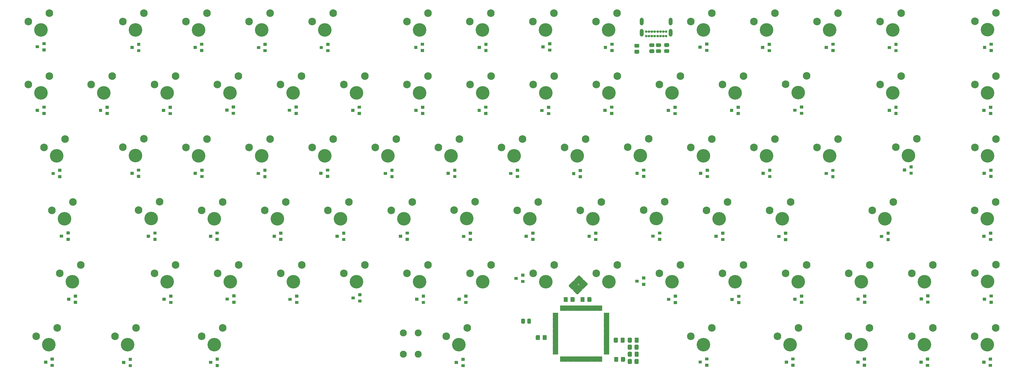
<source format=gbs>
G04 #@! TF.GenerationSoftware,KiCad,Pcbnew,(5.1.9)-1*
G04 #@! TF.CreationDate,2022-05-27T18:47:02+02:00*
G04 #@! TF.ProjectId,sofaboard,736f6661-626f-4617-9264-2e6b69636164,rev?*
G04 #@! TF.SameCoordinates,Original*
G04 #@! TF.FileFunction,Soldermask,Bot*
G04 #@! TF.FilePolarity,Negative*
%FSLAX46Y46*%
G04 Gerber Fmt 4.6, Leading zero omitted, Abs format (unit mm)*
G04 Created by KiCad (PCBNEW (5.1.9)-1) date 2022-05-27 18:47:02*
%MOMM*%
%LPD*%
G01*
G04 APERTURE LIST*
%ADD10O,1.210000X2.318000*%
%ADD11C,0.752000*%
%ADD12C,2.302000*%
%ADD13C,4.102000*%
%ADD14C,2.102000*%
%ADD15C,0.100000*%
G04 APERTURE END LIST*
G36*
G01*
X202466124Y109769000D02*
X201513876Y109769000D01*
G75*
G02*
X201239000Y110043876I0J274876D01*
G01*
X201239000Y110621124D01*
G75*
G02*
X201513876Y110896000I274876J0D01*
G01*
X202466124Y110896000D01*
G75*
G02*
X202741000Y110621124I0J-274876D01*
G01*
X202741000Y110043876D01*
G75*
G02*
X202466124Y109769000I-274876J0D01*
G01*
G37*
G36*
G01*
X202466124Y107944000D02*
X201513876Y107944000D01*
G75*
G02*
X201239000Y108218876I0J274876D01*
G01*
X201239000Y108796124D01*
G75*
G02*
X201513876Y109071000I274876J0D01*
G01*
X202466124Y109071000D01*
G75*
G02*
X202741000Y108796124I0J-274876D01*
G01*
X202741000Y108218876D01*
G75*
G02*
X202466124Y107944000I-274876J0D01*
G01*
G37*
G36*
G01*
X200456124Y109754000D02*
X199503876Y109754000D01*
G75*
G02*
X199229000Y110028876I0J274876D01*
G01*
X199229000Y110606124D01*
G75*
G02*
X199503876Y110881000I274876J0D01*
G01*
X200456124Y110881000D01*
G75*
G02*
X200731000Y110606124I0J-274876D01*
G01*
X200731000Y110028876D01*
G75*
G02*
X200456124Y109754000I-274876J0D01*
G01*
G37*
G36*
G01*
X200456124Y107929000D02*
X199503876Y107929000D01*
G75*
G02*
X199229000Y108203876I0J274876D01*
G01*
X199229000Y108781124D01*
G75*
G02*
X199503876Y109056000I274876J0D01*
G01*
X200456124Y109056000D01*
G75*
G02*
X200731000Y108781124I0J-274876D01*
G01*
X200731000Y108203876D01*
G75*
G02*
X200456124Y107929000I-274876J0D01*
G01*
G37*
D10*
X205620000Y117429000D03*
X196970000Y117429000D03*
X196970000Y114049000D03*
X205620000Y114049000D03*
D11*
X204270000Y114419000D03*
X203420000Y114419000D03*
X202570000Y114419000D03*
X201720000Y114419000D03*
X200870000Y114419000D03*
X200020000Y114419000D03*
X199170000Y114419000D03*
X198320000Y114419000D03*
X198320000Y113069000D03*
X199170000Y113069000D03*
X200020000Y113069000D03*
X200870000Y113069000D03*
X201720000Y113069000D03*
X202570000Y113069000D03*
X203420000Y113069000D03*
X204270000Y113069000D03*
G36*
G01*
X161679500Y27273124D02*
X161679500Y26320876D01*
G75*
G02*
X161404624Y26046000I-274876J0D01*
G01*
X160827376Y26046000D01*
G75*
G02*
X160552500Y26320876I0J274876D01*
G01*
X160552500Y27273124D01*
G75*
G02*
X160827376Y27548000I274876J0D01*
G01*
X161404624Y27548000D01*
G75*
G02*
X161679500Y27273124I0J-274876D01*
G01*
G37*
G36*
G01*
X163504500Y27273124D02*
X163504500Y26320876D01*
G75*
G02*
X163229624Y26046000I-274876J0D01*
G01*
X162652376Y26046000D01*
G75*
G02*
X162377500Y26320876I0J274876D01*
G01*
X162377500Y27273124D01*
G75*
G02*
X162652376Y27548000I274876J0D01*
G01*
X163229624Y27548000D01*
G75*
G02*
X163504500Y27273124I0J-274876D01*
G01*
G37*
G36*
G01*
X195929124Y109592500D02*
X194976876Y109592500D01*
G75*
G02*
X194702000Y109867376I0J274876D01*
G01*
X194702000Y110444624D01*
G75*
G02*
X194976876Y110719500I274876J0D01*
G01*
X195929124Y110719500D01*
G75*
G02*
X196204000Y110444624I0J-274876D01*
G01*
X196204000Y109867376D01*
G75*
G02*
X195929124Y109592500I-274876J0D01*
G01*
G37*
G36*
G01*
X195929124Y107767500D02*
X194976876Y107767500D01*
G75*
G02*
X194702000Y108042376I0J274876D01*
G01*
X194702000Y108619624D01*
G75*
G02*
X194976876Y108894500I274876J0D01*
G01*
X195929124Y108894500D01*
G75*
G02*
X196204000Y108619624I0J-274876D01*
G01*
X196204000Y108042376D01*
G75*
G02*
X195929124Y107767500I-274876J0D01*
G01*
G37*
G36*
G01*
X204946124Y109799500D02*
X203993876Y109799500D01*
G75*
G02*
X203719000Y110074376I0J274876D01*
G01*
X203719000Y110651624D01*
G75*
G02*
X203993876Y110926500I274876J0D01*
G01*
X204946124Y110926500D01*
G75*
G02*
X205221000Y110651624I0J-274876D01*
G01*
X205221000Y110074376D01*
G75*
G02*
X204946124Y109799500I-274876J0D01*
G01*
G37*
G36*
G01*
X204946124Y107974500D02*
X203993876Y107974500D01*
G75*
G02*
X203719000Y108249376I0J274876D01*
G01*
X203719000Y108826624D01*
G75*
G02*
X203993876Y109101500I274876J0D01*
G01*
X204946124Y109101500D01*
G75*
G02*
X205221000Y108826624I0J-274876D01*
G01*
X205221000Y108249376D01*
G75*
G02*
X204946124Y107974500I-274876J0D01*
G01*
G37*
D12*
X27610000Y43840000D03*
X21260000Y41300000D03*
D13*
X25070000Y38760000D03*
G36*
G01*
X179571487Y39217647D02*
X180632147Y38156987D01*
G75*
G02*
X180632147Y37874145I-141421J-141421D01*
G01*
X179359355Y36601353D01*
G75*
G02*
X179076513Y36601353I-141421J141421D01*
G01*
X178015853Y37662013D01*
G75*
G02*
X178015853Y37944855I141421J141421D01*
G01*
X179288645Y39217647D01*
G75*
G02*
X179571487Y39217647I141421J-141421D01*
G01*
G37*
G36*
G01*
X177874431Y37520591D02*
X178935091Y36459931D01*
G75*
G02*
X178935091Y36177089I-141421J-141421D01*
G01*
X177662299Y34904297D01*
G75*
G02*
X177379457Y34904297I-141421J141421D01*
G01*
X176318797Y35964957D01*
G75*
G02*
X176318797Y36247799I141421J141421D01*
G01*
X177591589Y37520591D01*
G75*
G02*
X177874431Y37520591I141421J-141421D01*
G01*
G37*
G36*
G01*
X176460218Y38934804D02*
X177520878Y37874144D01*
G75*
G02*
X177520878Y37591302I-141421J-141421D01*
G01*
X176248086Y36318510D01*
G75*
G02*
X175965244Y36318510I-141421J141421D01*
G01*
X174904584Y37379170D01*
G75*
G02*
X174904584Y37662012I141421J141421D01*
G01*
X176177376Y38934804D01*
G75*
G02*
X176460218Y38934804I141421J-141421D01*
G01*
G37*
G36*
G01*
X178157274Y40631861D02*
X179217934Y39571201D01*
G75*
G02*
X179217934Y39288359I-141421J-141421D01*
G01*
X177945142Y38015567D01*
G75*
G02*
X177662300Y38015567I-141421J141421D01*
G01*
X176601640Y39076227D01*
G75*
G02*
X176601640Y39359069I141421J141421D01*
G01*
X177874432Y40631861D01*
G75*
G02*
X178157274Y40631861I141421J-141421D01*
G01*
G37*
G36*
G01*
X302701000Y15710000D02*
X302701000Y14910000D01*
G75*
G02*
X302650000Y14859000I-51000J0D01*
G01*
X301750000Y14859000D01*
G75*
G02*
X301699000Y14910000I0J51000D01*
G01*
X301699000Y15710000D01*
G75*
G02*
X301750000Y15761000I51000J0D01*
G01*
X302650000Y15761000D01*
G75*
G02*
X302701000Y15710000I0J-51000D01*
G01*
G37*
G36*
G01*
X302701000Y13810000D02*
X302701000Y13010000D01*
G75*
G02*
X302650000Y12959000I-51000J0D01*
G01*
X301750000Y12959000D01*
G75*
G02*
X301699000Y13010000I0J51000D01*
G01*
X301699000Y13810000D01*
G75*
G02*
X301750000Y13861000I51000J0D01*
G01*
X302650000Y13861000D01*
G75*
G02*
X302701000Y13810000I0J-51000D01*
G01*
G37*
G36*
G01*
X300701000Y14760000D02*
X300701000Y13960000D01*
G75*
G02*
X300650000Y13909000I-51000J0D01*
G01*
X299750000Y13909000D01*
G75*
G02*
X299699000Y13960000I0J51000D01*
G01*
X299699000Y14760000D01*
G75*
G02*
X299750000Y14811000I51000J0D01*
G01*
X300650000Y14811000D01*
G75*
G02*
X300701000Y14760000I0J-51000D01*
G01*
G37*
G36*
G01*
X283741000Y15720000D02*
X283741000Y14920000D01*
G75*
G02*
X283690000Y14869000I-51000J0D01*
G01*
X282790000Y14869000D01*
G75*
G02*
X282739000Y14920000I0J51000D01*
G01*
X282739000Y15720000D01*
G75*
G02*
X282790000Y15771000I51000J0D01*
G01*
X283690000Y15771000D01*
G75*
G02*
X283741000Y15720000I0J-51000D01*
G01*
G37*
G36*
G01*
X283741000Y13820000D02*
X283741000Y13020000D01*
G75*
G02*
X283690000Y12969000I-51000J0D01*
G01*
X282790000Y12969000D01*
G75*
G02*
X282739000Y13020000I0J51000D01*
G01*
X282739000Y13820000D01*
G75*
G02*
X282790000Y13871000I51000J0D01*
G01*
X283690000Y13871000D01*
G75*
G02*
X283741000Y13820000I0J-51000D01*
G01*
G37*
G36*
G01*
X281741000Y14770000D02*
X281741000Y13970000D01*
G75*
G02*
X281690000Y13919000I-51000J0D01*
G01*
X280790000Y13919000D01*
G75*
G02*
X280739000Y13970000I0J51000D01*
G01*
X280739000Y14770000D01*
G75*
G02*
X280790000Y14821000I51000J0D01*
G01*
X281690000Y14821000D01*
G75*
G02*
X281741000Y14770000I0J-51000D01*
G01*
G37*
G36*
G01*
X264691000Y15730000D02*
X264691000Y14930000D01*
G75*
G02*
X264640000Y14879000I-51000J0D01*
G01*
X263740000Y14879000D01*
G75*
G02*
X263689000Y14930000I0J51000D01*
G01*
X263689000Y15730000D01*
G75*
G02*
X263740000Y15781000I51000J0D01*
G01*
X264640000Y15781000D01*
G75*
G02*
X264691000Y15730000I0J-51000D01*
G01*
G37*
G36*
G01*
X264691000Y13830000D02*
X264691000Y13030000D01*
G75*
G02*
X264640000Y12979000I-51000J0D01*
G01*
X263740000Y12979000D01*
G75*
G02*
X263689000Y13030000I0J51000D01*
G01*
X263689000Y13830000D01*
G75*
G02*
X263740000Y13881000I51000J0D01*
G01*
X264640000Y13881000D01*
G75*
G02*
X264691000Y13830000I0J-51000D01*
G01*
G37*
G36*
G01*
X262691000Y14780000D02*
X262691000Y13980000D01*
G75*
G02*
X262640000Y13929000I-51000J0D01*
G01*
X261740000Y13929000D01*
G75*
G02*
X261689000Y13980000I0J51000D01*
G01*
X261689000Y14780000D01*
G75*
G02*
X261740000Y14831000I51000J0D01*
G01*
X262640000Y14831000D01*
G75*
G02*
X262691000Y14780000I0J-51000D01*
G01*
G37*
G36*
G01*
X243101000Y15750000D02*
X243101000Y14950000D01*
G75*
G02*
X243050000Y14899000I-51000J0D01*
G01*
X242150000Y14899000D01*
G75*
G02*
X242099000Y14950000I0J51000D01*
G01*
X242099000Y15750000D01*
G75*
G02*
X242150000Y15801000I51000J0D01*
G01*
X243050000Y15801000D01*
G75*
G02*
X243101000Y15750000I0J-51000D01*
G01*
G37*
G36*
G01*
X243101000Y13850000D02*
X243101000Y13050000D01*
G75*
G02*
X243050000Y12999000I-51000J0D01*
G01*
X242150000Y12999000D01*
G75*
G02*
X242099000Y13050000I0J51000D01*
G01*
X242099000Y13850000D01*
G75*
G02*
X242150000Y13901000I51000J0D01*
G01*
X243050000Y13901000D01*
G75*
G02*
X243101000Y13850000I0J-51000D01*
G01*
G37*
G36*
G01*
X241101000Y14800000D02*
X241101000Y14000000D01*
G75*
G02*
X241050000Y13949000I-51000J0D01*
G01*
X240150000Y13949000D01*
G75*
G02*
X240099000Y14000000I0J51000D01*
G01*
X240099000Y14800000D01*
G75*
G02*
X240150000Y14851000I51000J0D01*
G01*
X241050000Y14851000D01*
G75*
G02*
X241101000Y14800000I0J-51000D01*
G01*
G37*
G36*
G01*
X217091000Y15770000D02*
X217091000Y14970000D01*
G75*
G02*
X217040000Y14919000I-51000J0D01*
G01*
X216140000Y14919000D01*
G75*
G02*
X216089000Y14970000I0J51000D01*
G01*
X216089000Y15770000D01*
G75*
G02*
X216140000Y15821000I51000J0D01*
G01*
X217040000Y15821000D01*
G75*
G02*
X217091000Y15770000I0J-51000D01*
G01*
G37*
G36*
G01*
X217091000Y13870000D02*
X217091000Y13070000D01*
G75*
G02*
X217040000Y13019000I-51000J0D01*
G01*
X216140000Y13019000D01*
G75*
G02*
X216089000Y13070000I0J51000D01*
G01*
X216089000Y13870000D01*
G75*
G02*
X216140000Y13921000I51000J0D01*
G01*
X217040000Y13921000D01*
G75*
G02*
X217091000Y13870000I0J-51000D01*
G01*
G37*
G36*
G01*
X215091000Y14820000D02*
X215091000Y14020000D01*
G75*
G02*
X215040000Y13969000I-51000J0D01*
G01*
X214140000Y13969000D01*
G75*
G02*
X214089000Y14020000I0J51000D01*
G01*
X214089000Y14820000D01*
G75*
G02*
X214140000Y14871000I51000J0D01*
G01*
X215040000Y14871000D01*
G75*
G02*
X215091000Y14820000I0J-51000D01*
G01*
G37*
G36*
G01*
X143471000Y15640000D02*
X143471000Y14840000D01*
G75*
G02*
X143420000Y14789000I-51000J0D01*
G01*
X142520000Y14789000D01*
G75*
G02*
X142469000Y14840000I0J51000D01*
G01*
X142469000Y15640000D01*
G75*
G02*
X142520000Y15691000I51000J0D01*
G01*
X143420000Y15691000D01*
G75*
G02*
X143471000Y15640000I0J-51000D01*
G01*
G37*
G36*
G01*
X143471000Y13740000D02*
X143471000Y12940000D01*
G75*
G02*
X143420000Y12889000I-51000J0D01*
G01*
X142520000Y12889000D01*
G75*
G02*
X142469000Y12940000I0J51000D01*
G01*
X142469000Y13740000D01*
G75*
G02*
X142520000Y13791000I51000J0D01*
G01*
X143420000Y13791000D01*
G75*
G02*
X143471000Y13740000I0J-51000D01*
G01*
G37*
G36*
G01*
X141471000Y14690000D02*
X141471000Y13890000D01*
G75*
G02*
X141420000Y13839000I-51000J0D01*
G01*
X140520000Y13839000D01*
G75*
G02*
X140469000Y13890000I0J51000D01*
G01*
X140469000Y14690000D01*
G75*
G02*
X140520000Y14741000I51000J0D01*
G01*
X141420000Y14741000D01*
G75*
G02*
X141471000Y14690000I0J-51000D01*
G01*
G37*
G36*
G01*
X69291000Y15690000D02*
X69291000Y14890000D01*
G75*
G02*
X69240000Y14839000I-51000J0D01*
G01*
X68340000Y14839000D01*
G75*
G02*
X68289000Y14890000I0J51000D01*
G01*
X68289000Y15690000D01*
G75*
G02*
X68340000Y15741000I51000J0D01*
G01*
X69240000Y15741000D01*
G75*
G02*
X69291000Y15690000I0J-51000D01*
G01*
G37*
G36*
G01*
X69291000Y13790000D02*
X69291000Y12990000D01*
G75*
G02*
X69240000Y12939000I-51000J0D01*
G01*
X68340000Y12939000D01*
G75*
G02*
X68289000Y12990000I0J51000D01*
G01*
X68289000Y13790000D01*
G75*
G02*
X68340000Y13841000I51000J0D01*
G01*
X69240000Y13841000D01*
G75*
G02*
X69291000Y13790000I0J-51000D01*
G01*
G37*
G36*
G01*
X67291000Y14740000D02*
X67291000Y13940000D01*
G75*
G02*
X67240000Y13889000I-51000J0D01*
G01*
X66340000Y13889000D01*
G75*
G02*
X66289000Y13940000I0J51000D01*
G01*
X66289000Y14740000D01*
G75*
G02*
X66340000Y14791000I51000J0D01*
G01*
X67240000Y14791000D01*
G75*
G02*
X67291000Y14740000I0J-51000D01*
G01*
G37*
G36*
G01*
X43041000Y15640000D02*
X43041000Y14840000D01*
G75*
G02*
X42990000Y14789000I-51000J0D01*
G01*
X42090000Y14789000D01*
G75*
G02*
X42039000Y14840000I0J51000D01*
G01*
X42039000Y15640000D01*
G75*
G02*
X42090000Y15691000I51000J0D01*
G01*
X42990000Y15691000D01*
G75*
G02*
X43041000Y15640000I0J-51000D01*
G01*
G37*
G36*
G01*
X43041000Y13740000D02*
X43041000Y12940000D01*
G75*
G02*
X42990000Y12889000I-51000J0D01*
G01*
X42090000Y12889000D01*
G75*
G02*
X42039000Y12940000I0J51000D01*
G01*
X42039000Y13740000D01*
G75*
G02*
X42090000Y13791000I51000J0D01*
G01*
X42990000Y13791000D01*
G75*
G02*
X43041000Y13740000I0J-51000D01*
G01*
G37*
G36*
G01*
X41041000Y14690000D02*
X41041000Y13890000D01*
G75*
G02*
X40990000Y13839000I-51000J0D01*
G01*
X40090000Y13839000D01*
G75*
G02*
X40039000Y13890000I0J51000D01*
G01*
X40039000Y14690000D01*
G75*
G02*
X40090000Y14741000I51000J0D01*
G01*
X40990000Y14741000D01*
G75*
G02*
X41041000Y14690000I0J-51000D01*
G01*
G37*
G36*
G01*
X19491000Y15710000D02*
X19491000Y14910000D01*
G75*
G02*
X19440000Y14859000I-51000J0D01*
G01*
X18540000Y14859000D01*
G75*
G02*
X18489000Y14910000I0J51000D01*
G01*
X18489000Y15710000D01*
G75*
G02*
X18540000Y15761000I51000J0D01*
G01*
X19440000Y15761000D01*
G75*
G02*
X19491000Y15710000I0J-51000D01*
G01*
G37*
G36*
G01*
X19491000Y13810000D02*
X19491000Y13010000D01*
G75*
G02*
X19440000Y12959000I-51000J0D01*
G01*
X18540000Y12959000D01*
G75*
G02*
X18489000Y13010000I0J51000D01*
G01*
X18489000Y13810000D01*
G75*
G02*
X18540000Y13861000I51000J0D01*
G01*
X19440000Y13861000D01*
G75*
G02*
X19491000Y13810000I0J-51000D01*
G01*
G37*
G36*
G01*
X17491000Y14760000D02*
X17491000Y13960000D01*
G75*
G02*
X17440000Y13909000I-51000J0D01*
G01*
X16540000Y13909000D01*
G75*
G02*
X16489000Y13960000I0J51000D01*
G01*
X16489000Y14760000D01*
G75*
G02*
X16540000Y14811000I51000J0D01*
G01*
X17440000Y14811000D01*
G75*
G02*
X17491000Y14760000I0J-51000D01*
G01*
G37*
G36*
G01*
X302911000Y34810000D02*
X302911000Y34010000D01*
G75*
G02*
X302860000Y33959000I-51000J0D01*
G01*
X301960000Y33959000D01*
G75*
G02*
X301909000Y34010000I0J51000D01*
G01*
X301909000Y34810000D01*
G75*
G02*
X301960000Y34861000I51000J0D01*
G01*
X302860000Y34861000D01*
G75*
G02*
X302911000Y34810000I0J-51000D01*
G01*
G37*
G36*
G01*
X302911000Y32910000D02*
X302911000Y32110000D01*
G75*
G02*
X302860000Y32059000I-51000J0D01*
G01*
X301960000Y32059000D01*
G75*
G02*
X301909000Y32110000I0J51000D01*
G01*
X301909000Y32910000D01*
G75*
G02*
X301960000Y32961000I51000J0D01*
G01*
X302860000Y32961000D01*
G75*
G02*
X302911000Y32910000I0J-51000D01*
G01*
G37*
G36*
G01*
X300911000Y33860000D02*
X300911000Y33060000D01*
G75*
G02*
X300860000Y33009000I-51000J0D01*
G01*
X299960000Y33009000D01*
G75*
G02*
X299909000Y33060000I0J51000D01*
G01*
X299909000Y33860000D01*
G75*
G02*
X299960000Y33911000I51000J0D01*
G01*
X300860000Y33911000D01*
G75*
G02*
X300911000Y33860000I0J-51000D01*
G01*
G37*
G36*
G01*
X283831000Y34860000D02*
X283831000Y34060000D01*
G75*
G02*
X283780000Y34009000I-51000J0D01*
G01*
X282880000Y34009000D01*
G75*
G02*
X282829000Y34060000I0J51000D01*
G01*
X282829000Y34860000D01*
G75*
G02*
X282880000Y34911000I51000J0D01*
G01*
X283780000Y34911000D01*
G75*
G02*
X283831000Y34860000I0J-51000D01*
G01*
G37*
G36*
G01*
X283831000Y32960000D02*
X283831000Y32160000D01*
G75*
G02*
X283780000Y32109000I-51000J0D01*
G01*
X282880000Y32109000D01*
G75*
G02*
X282829000Y32160000I0J51000D01*
G01*
X282829000Y32960000D01*
G75*
G02*
X282880000Y33011000I51000J0D01*
G01*
X283780000Y33011000D01*
G75*
G02*
X283831000Y32960000I0J-51000D01*
G01*
G37*
G36*
G01*
X281831000Y33910000D02*
X281831000Y33110000D01*
G75*
G02*
X281780000Y33059000I-51000J0D01*
G01*
X280880000Y33059000D01*
G75*
G02*
X280829000Y33110000I0J51000D01*
G01*
X280829000Y33910000D01*
G75*
G02*
X280880000Y33961000I51000J0D01*
G01*
X281780000Y33961000D01*
G75*
G02*
X281831000Y33910000I0J-51000D01*
G01*
G37*
G36*
G01*
X264751000Y34780000D02*
X264751000Y33980000D01*
G75*
G02*
X264700000Y33929000I-51000J0D01*
G01*
X263800000Y33929000D01*
G75*
G02*
X263749000Y33980000I0J51000D01*
G01*
X263749000Y34780000D01*
G75*
G02*
X263800000Y34831000I51000J0D01*
G01*
X264700000Y34831000D01*
G75*
G02*
X264751000Y34780000I0J-51000D01*
G01*
G37*
G36*
G01*
X264751000Y32880000D02*
X264751000Y32080000D01*
G75*
G02*
X264700000Y32029000I-51000J0D01*
G01*
X263800000Y32029000D01*
G75*
G02*
X263749000Y32080000I0J51000D01*
G01*
X263749000Y32880000D01*
G75*
G02*
X263800000Y32931000I51000J0D01*
G01*
X264700000Y32931000D01*
G75*
G02*
X264751000Y32880000I0J-51000D01*
G01*
G37*
G36*
G01*
X262751000Y33830000D02*
X262751000Y33030000D01*
G75*
G02*
X262700000Y32979000I-51000J0D01*
G01*
X261800000Y32979000D01*
G75*
G02*
X261749000Y33030000I0J51000D01*
G01*
X261749000Y33830000D01*
G75*
G02*
X261800000Y33881000I51000J0D01*
G01*
X262700000Y33881000D01*
G75*
G02*
X262751000Y33830000I0J-51000D01*
G01*
G37*
G36*
G01*
X245691000Y34780000D02*
X245691000Y33980000D01*
G75*
G02*
X245640000Y33929000I-51000J0D01*
G01*
X244740000Y33929000D01*
G75*
G02*
X244689000Y33980000I0J51000D01*
G01*
X244689000Y34780000D01*
G75*
G02*
X244740000Y34831000I51000J0D01*
G01*
X245640000Y34831000D01*
G75*
G02*
X245691000Y34780000I0J-51000D01*
G01*
G37*
G36*
G01*
X245691000Y32880000D02*
X245691000Y32080000D01*
G75*
G02*
X245640000Y32029000I-51000J0D01*
G01*
X244740000Y32029000D01*
G75*
G02*
X244689000Y32080000I0J51000D01*
G01*
X244689000Y32880000D01*
G75*
G02*
X244740000Y32931000I51000J0D01*
G01*
X245640000Y32931000D01*
G75*
G02*
X245691000Y32880000I0J-51000D01*
G01*
G37*
G36*
G01*
X243691000Y33830000D02*
X243691000Y33030000D01*
G75*
G02*
X243640000Y32979000I-51000J0D01*
G01*
X242740000Y32979000D01*
G75*
G02*
X242689000Y33030000I0J51000D01*
G01*
X242689000Y33830000D01*
G75*
G02*
X242740000Y33881000I51000J0D01*
G01*
X243640000Y33881000D01*
G75*
G02*
X243691000Y33830000I0J-51000D01*
G01*
G37*
G36*
G01*
X226701000Y34720000D02*
X226701000Y33920000D01*
G75*
G02*
X226650000Y33869000I-51000J0D01*
G01*
X225750000Y33869000D01*
G75*
G02*
X225699000Y33920000I0J51000D01*
G01*
X225699000Y34720000D01*
G75*
G02*
X225750000Y34771000I51000J0D01*
G01*
X226650000Y34771000D01*
G75*
G02*
X226701000Y34720000I0J-51000D01*
G01*
G37*
G36*
G01*
X226701000Y32820000D02*
X226701000Y32020000D01*
G75*
G02*
X226650000Y31969000I-51000J0D01*
G01*
X225750000Y31969000D01*
G75*
G02*
X225699000Y32020000I0J51000D01*
G01*
X225699000Y32820000D01*
G75*
G02*
X225750000Y32871000I51000J0D01*
G01*
X226650000Y32871000D01*
G75*
G02*
X226701000Y32820000I0J-51000D01*
G01*
G37*
G36*
G01*
X224701000Y33770000D02*
X224701000Y32970000D01*
G75*
G02*
X224650000Y32919000I-51000J0D01*
G01*
X223750000Y32919000D01*
G75*
G02*
X223699000Y32970000I0J51000D01*
G01*
X223699000Y33770000D01*
G75*
G02*
X223750000Y33821000I51000J0D01*
G01*
X224650000Y33821000D01*
G75*
G02*
X224701000Y33770000I0J-51000D01*
G01*
G37*
G36*
G01*
X207571000Y34740000D02*
X207571000Y33940000D01*
G75*
G02*
X207520000Y33889000I-51000J0D01*
G01*
X206620000Y33889000D01*
G75*
G02*
X206569000Y33940000I0J51000D01*
G01*
X206569000Y34740000D01*
G75*
G02*
X206620000Y34791000I51000J0D01*
G01*
X207520000Y34791000D01*
G75*
G02*
X207571000Y34740000I0J-51000D01*
G01*
G37*
G36*
G01*
X207571000Y32840000D02*
X207571000Y32040000D01*
G75*
G02*
X207520000Y31989000I-51000J0D01*
G01*
X206620000Y31989000D01*
G75*
G02*
X206569000Y32040000I0J51000D01*
G01*
X206569000Y32840000D01*
G75*
G02*
X206620000Y32891000I51000J0D01*
G01*
X207520000Y32891000D01*
G75*
G02*
X207571000Y32840000I0J-51000D01*
G01*
G37*
G36*
G01*
X205571000Y33790000D02*
X205571000Y32990000D01*
G75*
G02*
X205520000Y32939000I-51000J0D01*
G01*
X204620000Y32939000D01*
G75*
G02*
X204569000Y32990000I0J51000D01*
G01*
X204569000Y33790000D01*
G75*
G02*
X204620000Y33841000I51000J0D01*
G01*
X205520000Y33841000D01*
G75*
G02*
X205571000Y33790000I0J-51000D01*
G01*
G37*
G36*
G01*
X198001000Y40250000D02*
X198001000Y39450000D01*
G75*
G02*
X197950000Y39399000I-51000J0D01*
G01*
X197050000Y39399000D01*
G75*
G02*
X196999000Y39450000I0J51000D01*
G01*
X196999000Y40250000D01*
G75*
G02*
X197050000Y40301000I51000J0D01*
G01*
X197950000Y40301000D01*
G75*
G02*
X198001000Y40250000I0J-51000D01*
G01*
G37*
G36*
G01*
X198001000Y38350000D02*
X198001000Y37550000D01*
G75*
G02*
X197950000Y37499000I-51000J0D01*
G01*
X197050000Y37499000D01*
G75*
G02*
X196999000Y37550000I0J51000D01*
G01*
X196999000Y38350000D01*
G75*
G02*
X197050000Y38401000I51000J0D01*
G01*
X197950000Y38401000D01*
G75*
G02*
X198001000Y38350000I0J-51000D01*
G01*
G37*
G36*
G01*
X196001000Y39300000D02*
X196001000Y38500000D01*
G75*
G02*
X195950000Y38449000I-51000J0D01*
G01*
X195050000Y38449000D01*
G75*
G02*
X194999000Y38500000I0J51000D01*
G01*
X194999000Y39300000D01*
G75*
G02*
X195050000Y39351000I51000J0D01*
G01*
X195950000Y39351000D01*
G75*
G02*
X196001000Y39300000I0J-51000D01*
G01*
G37*
G36*
G01*
X161521000Y41100000D02*
X161521000Y40300000D01*
G75*
G02*
X161470000Y40249000I-51000J0D01*
G01*
X160570000Y40249000D01*
G75*
G02*
X160519000Y40300000I0J51000D01*
G01*
X160519000Y41100000D01*
G75*
G02*
X160570000Y41151000I51000J0D01*
G01*
X161470000Y41151000D01*
G75*
G02*
X161521000Y41100000I0J-51000D01*
G01*
G37*
G36*
G01*
X161521000Y39200000D02*
X161521000Y38400000D01*
G75*
G02*
X161470000Y38349000I-51000J0D01*
G01*
X160570000Y38349000D01*
G75*
G02*
X160519000Y38400000I0J51000D01*
G01*
X160519000Y39200000D01*
G75*
G02*
X160570000Y39251000I51000J0D01*
G01*
X161470000Y39251000D01*
G75*
G02*
X161521000Y39200000I0J-51000D01*
G01*
G37*
G36*
G01*
X159521000Y40150000D02*
X159521000Y39350000D01*
G75*
G02*
X159470000Y39299000I-51000J0D01*
G01*
X158570000Y39299000D01*
G75*
G02*
X158519000Y39350000I0J51000D01*
G01*
X158519000Y40150000D01*
G75*
G02*
X158570000Y40201000I51000J0D01*
G01*
X159470000Y40201000D01*
G75*
G02*
X159521000Y40150000I0J-51000D01*
G01*
G37*
G36*
G01*
X144351000Y34760000D02*
X144351000Y33960000D01*
G75*
G02*
X144300000Y33909000I-51000J0D01*
G01*
X143400000Y33909000D01*
G75*
G02*
X143349000Y33960000I0J51000D01*
G01*
X143349000Y34760000D01*
G75*
G02*
X143400000Y34811000I51000J0D01*
G01*
X144300000Y34811000D01*
G75*
G02*
X144351000Y34760000I0J-51000D01*
G01*
G37*
G36*
G01*
X144351000Y32860000D02*
X144351000Y32060000D01*
G75*
G02*
X144300000Y32009000I-51000J0D01*
G01*
X143400000Y32009000D01*
G75*
G02*
X143349000Y32060000I0J51000D01*
G01*
X143349000Y32860000D01*
G75*
G02*
X143400000Y32911000I51000J0D01*
G01*
X144300000Y32911000D01*
G75*
G02*
X144351000Y32860000I0J-51000D01*
G01*
G37*
G36*
G01*
X142351000Y33810000D02*
X142351000Y33010000D01*
G75*
G02*
X142300000Y32959000I-51000J0D01*
G01*
X141400000Y32959000D01*
G75*
G02*
X141349000Y33010000I0J51000D01*
G01*
X141349000Y33810000D01*
G75*
G02*
X141400000Y33861000I51000J0D01*
G01*
X142300000Y33861000D01*
G75*
G02*
X142351000Y33810000I0J-51000D01*
G01*
G37*
G36*
G01*
X131521000Y34770000D02*
X131521000Y33970000D01*
G75*
G02*
X131470000Y33919000I-51000J0D01*
G01*
X130570000Y33919000D01*
G75*
G02*
X130519000Y33970000I0J51000D01*
G01*
X130519000Y34770000D01*
G75*
G02*
X130570000Y34821000I51000J0D01*
G01*
X131470000Y34821000D01*
G75*
G02*
X131521000Y34770000I0J-51000D01*
G01*
G37*
G36*
G01*
X131521000Y32870000D02*
X131521000Y32070000D01*
G75*
G02*
X131470000Y32019000I-51000J0D01*
G01*
X130570000Y32019000D01*
G75*
G02*
X130519000Y32070000I0J51000D01*
G01*
X130519000Y32870000D01*
G75*
G02*
X130570000Y32921000I51000J0D01*
G01*
X131470000Y32921000D01*
G75*
G02*
X131521000Y32870000I0J-51000D01*
G01*
G37*
G36*
G01*
X129521000Y33820000D02*
X129521000Y33020000D01*
G75*
G02*
X129470000Y32969000I-51000J0D01*
G01*
X128570000Y32969000D01*
G75*
G02*
X128519000Y33020000I0J51000D01*
G01*
X128519000Y33820000D01*
G75*
G02*
X128570000Y33871000I51000J0D01*
G01*
X129470000Y33871000D01*
G75*
G02*
X129521000Y33820000I0J-51000D01*
G01*
G37*
G36*
G01*
X112321000Y35180000D02*
X112321000Y34380000D01*
G75*
G02*
X112270000Y34329000I-51000J0D01*
G01*
X111370000Y34329000D01*
G75*
G02*
X111319000Y34380000I0J51000D01*
G01*
X111319000Y35180000D01*
G75*
G02*
X111370000Y35231000I51000J0D01*
G01*
X112270000Y35231000D01*
G75*
G02*
X112321000Y35180000I0J-51000D01*
G01*
G37*
G36*
G01*
X112321000Y33280000D02*
X112321000Y32480000D01*
G75*
G02*
X112270000Y32429000I-51000J0D01*
G01*
X111370000Y32429000D01*
G75*
G02*
X111319000Y32480000I0J51000D01*
G01*
X111319000Y33280000D01*
G75*
G02*
X111370000Y33331000I51000J0D01*
G01*
X112270000Y33331000D01*
G75*
G02*
X112321000Y33280000I0J-51000D01*
G01*
G37*
G36*
G01*
X110321000Y34230000D02*
X110321000Y33430000D01*
G75*
G02*
X110270000Y33379000I-51000J0D01*
G01*
X109370000Y33379000D01*
G75*
G02*
X109319000Y33430000I0J51000D01*
G01*
X109319000Y34230000D01*
G75*
G02*
X109370000Y34281000I51000J0D01*
G01*
X110270000Y34281000D01*
G75*
G02*
X110321000Y34230000I0J-51000D01*
G01*
G37*
G36*
G01*
X93291000Y34750000D02*
X93291000Y33950000D01*
G75*
G02*
X93240000Y33899000I-51000J0D01*
G01*
X92340000Y33899000D01*
G75*
G02*
X92289000Y33950000I0J51000D01*
G01*
X92289000Y34750000D01*
G75*
G02*
X92340000Y34801000I51000J0D01*
G01*
X93240000Y34801000D01*
G75*
G02*
X93291000Y34750000I0J-51000D01*
G01*
G37*
G36*
G01*
X93291000Y32850000D02*
X93291000Y32050000D01*
G75*
G02*
X93240000Y31999000I-51000J0D01*
G01*
X92340000Y31999000D01*
G75*
G02*
X92289000Y32050000I0J51000D01*
G01*
X92289000Y32850000D01*
G75*
G02*
X92340000Y32901000I51000J0D01*
G01*
X93240000Y32901000D01*
G75*
G02*
X93291000Y32850000I0J-51000D01*
G01*
G37*
G36*
G01*
X91291000Y33800000D02*
X91291000Y33000000D01*
G75*
G02*
X91240000Y32949000I-51000J0D01*
G01*
X90340000Y32949000D01*
G75*
G02*
X90289000Y33000000I0J51000D01*
G01*
X90289000Y33800000D01*
G75*
G02*
X90340000Y33851000I51000J0D01*
G01*
X91240000Y33851000D01*
G75*
G02*
X91291000Y33800000I0J-51000D01*
G01*
G37*
G36*
G01*
X74321000Y34830000D02*
X74321000Y34030000D01*
G75*
G02*
X74270000Y33979000I-51000J0D01*
G01*
X73370000Y33979000D01*
G75*
G02*
X73319000Y34030000I0J51000D01*
G01*
X73319000Y34830000D01*
G75*
G02*
X73370000Y34881000I51000J0D01*
G01*
X74270000Y34881000D01*
G75*
G02*
X74321000Y34830000I0J-51000D01*
G01*
G37*
G36*
G01*
X74321000Y32930000D02*
X74321000Y32130000D01*
G75*
G02*
X74270000Y32079000I-51000J0D01*
G01*
X73370000Y32079000D01*
G75*
G02*
X73319000Y32130000I0J51000D01*
G01*
X73319000Y32930000D01*
G75*
G02*
X73370000Y32981000I51000J0D01*
G01*
X74270000Y32981000D01*
G75*
G02*
X74321000Y32930000I0J-51000D01*
G01*
G37*
G36*
G01*
X72321000Y33880000D02*
X72321000Y33080000D01*
G75*
G02*
X72270000Y33029000I-51000J0D01*
G01*
X71370000Y33029000D01*
G75*
G02*
X71319000Y33080000I0J51000D01*
G01*
X71319000Y33880000D01*
G75*
G02*
X71370000Y33931000I51000J0D01*
G01*
X72270000Y33931000D01*
G75*
G02*
X72321000Y33880000I0J-51000D01*
G01*
G37*
G36*
G01*
X55261000Y34760000D02*
X55261000Y33960000D01*
G75*
G02*
X55210000Y33909000I-51000J0D01*
G01*
X54310000Y33909000D01*
G75*
G02*
X54259000Y33960000I0J51000D01*
G01*
X54259000Y34760000D01*
G75*
G02*
X54310000Y34811000I51000J0D01*
G01*
X55210000Y34811000D01*
G75*
G02*
X55261000Y34760000I0J-51000D01*
G01*
G37*
G36*
G01*
X55261000Y32860000D02*
X55261000Y32060000D01*
G75*
G02*
X55210000Y32009000I-51000J0D01*
G01*
X54310000Y32009000D01*
G75*
G02*
X54259000Y32060000I0J51000D01*
G01*
X54259000Y32860000D01*
G75*
G02*
X54310000Y32911000I51000J0D01*
G01*
X55210000Y32911000D01*
G75*
G02*
X55261000Y32860000I0J-51000D01*
G01*
G37*
G36*
G01*
X53261000Y33810000D02*
X53261000Y33010000D01*
G75*
G02*
X53210000Y32959000I-51000J0D01*
G01*
X52310000Y32959000D01*
G75*
G02*
X52259000Y33010000I0J51000D01*
G01*
X52259000Y33810000D01*
G75*
G02*
X52310000Y33861000I51000J0D01*
G01*
X53210000Y33861000D01*
G75*
G02*
X53261000Y33810000I0J-51000D01*
G01*
G37*
G36*
G01*
X26481000Y34780000D02*
X26481000Y33980000D01*
G75*
G02*
X26430000Y33929000I-51000J0D01*
G01*
X25530000Y33929000D01*
G75*
G02*
X25479000Y33980000I0J51000D01*
G01*
X25479000Y34780000D01*
G75*
G02*
X25530000Y34831000I51000J0D01*
G01*
X26430000Y34831000D01*
G75*
G02*
X26481000Y34780000I0J-51000D01*
G01*
G37*
G36*
G01*
X26481000Y32880000D02*
X26481000Y32080000D01*
G75*
G02*
X26430000Y32029000I-51000J0D01*
G01*
X25530000Y32029000D01*
G75*
G02*
X25479000Y32080000I0J51000D01*
G01*
X25479000Y32880000D01*
G75*
G02*
X25530000Y32931000I51000J0D01*
G01*
X26430000Y32931000D01*
G75*
G02*
X26481000Y32880000I0J-51000D01*
G01*
G37*
G36*
G01*
X24481000Y33830000D02*
X24481000Y33030000D01*
G75*
G02*
X24430000Y32979000I-51000J0D01*
G01*
X23530000Y32979000D01*
G75*
G02*
X23479000Y33030000I0J51000D01*
G01*
X23479000Y33830000D01*
G75*
G02*
X23530000Y33881000I51000J0D01*
G01*
X24430000Y33881000D01*
G75*
G02*
X24481000Y33830000I0J-51000D01*
G01*
G37*
G36*
G01*
X302761000Y53820000D02*
X302761000Y53020000D01*
G75*
G02*
X302710000Y52969000I-51000J0D01*
G01*
X301810000Y52969000D01*
G75*
G02*
X301759000Y53020000I0J51000D01*
G01*
X301759000Y53820000D01*
G75*
G02*
X301810000Y53871000I51000J0D01*
G01*
X302710000Y53871000D01*
G75*
G02*
X302761000Y53820000I0J-51000D01*
G01*
G37*
G36*
G01*
X302761000Y51920000D02*
X302761000Y51120000D01*
G75*
G02*
X302710000Y51069000I-51000J0D01*
G01*
X301810000Y51069000D01*
G75*
G02*
X301759000Y51120000I0J51000D01*
G01*
X301759000Y51920000D01*
G75*
G02*
X301810000Y51971000I51000J0D01*
G01*
X302710000Y51971000D01*
G75*
G02*
X302761000Y51920000I0J-51000D01*
G01*
G37*
G36*
G01*
X300761000Y52870000D02*
X300761000Y52070000D01*
G75*
G02*
X300710000Y52019000I-51000J0D01*
G01*
X299810000Y52019000D01*
G75*
G02*
X299759000Y52070000I0J51000D01*
G01*
X299759000Y52870000D01*
G75*
G02*
X299810000Y52921000I51000J0D01*
G01*
X300710000Y52921000D01*
G75*
G02*
X300761000Y52870000I0J-51000D01*
G01*
G37*
G36*
G01*
X271811000Y53790000D02*
X271811000Y52990000D01*
G75*
G02*
X271760000Y52939000I-51000J0D01*
G01*
X270860000Y52939000D01*
G75*
G02*
X270809000Y52990000I0J51000D01*
G01*
X270809000Y53790000D01*
G75*
G02*
X270860000Y53841000I51000J0D01*
G01*
X271760000Y53841000D01*
G75*
G02*
X271811000Y53790000I0J-51000D01*
G01*
G37*
G36*
G01*
X271811000Y51890000D02*
X271811000Y51090000D01*
G75*
G02*
X271760000Y51039000I-51000J0D01*
G01*
X270860000Y51039000D01*
G75*
G02*
X270809000Y51090000I0J51000D01*
G01*
X270809000Y51890000D01*
G75*
G02*
X270860000Y51941000I51000J0D01*
G01*
X271760000Y51941000D01*
G75*
G02*
X271811000Y51890000I0J-51000D01*
G01*
G37*
G36*
G01*
X269811000Y52840000D02*
X269811000Y52040000D01*
G75*
G02*
X269760000Y51989000I-51000J0D01*
G01*
X268860000Y51989000D01*
G75*
G02*
X268809000Y52040000I0J51000D01*
G01*
X268809000Y52840000D01*
G75*
G02*
X268860000Y52891000I51000J0D01*
G01*
X269760000Y52891000D01*
G75*
G02*
X269811000Y52840000I0J-51000D01*
G01*
G37*
G36*
G01*
X240851000Y53790000D02*
X240851000Y52990000D01*
G75*
G02*
X240800000Y52939000I-51000J0D01*
G01*
X239900000Y52939000D01*
G75*
G02*
X239849000Y52990000I0J51000D01*
G01*
X239849000Y53790000D01*
G75*
G02*
X239900000Y53841000I51000J0D01*
G01*
X240800000Y53841000D01*
G75*
G02*
X240851000Y53790000I0J-51000D01*
G01*
G37*
G36*
G01*
X240851000Y51890000D02*
X240851000Y51090000D01*
G75*
G02*
X240800000Y51039000I-51000J0D01*
G01*
X239900000Y51039000D01*
G75*
G02*
X239849000Y51090000I0J51000D01*
G01*
X239849000Y51890000D01*
G75*
G02*
X239900000Y51941000I51000J0D01*
G01*
X240800000Y51941000D01*
G75*
G02*
X240851000Y51890000I0J-51000D01*
G01*
G37*
G36*
G01*
X238851000Y52840000D02*
X238851000Y52040000D01*
G75*
G02*
X238800000Y51989000I-51000J0D01*
G01*
X237900000Y51989000D01*
G75*
G02*
X237849000Y52040000I0J51000D01*
G01*
X237849000Y52840000D01*
G75*
G02*
X237900000Y52891000I51000J0D01*
G01*
X238800000Y52891000D01*
G75*
G02*
X238851000Y52840000I0J-51000D01*
G01*
G37*
G36*
G01*
X221901000Y53810000D02*
X221901000Y53010000D01*
G75*
G02*
X221850000Y52959000I-51000J0D01*
G01*
X220950000Y52959000D01*
G75*
G02*
X220899000Y53010000I0J51000D01*
G01*
X220899000Y53810000D01*
G75*
G02*
X220950000Y53861000I51000J0D01*
G01*
X221850000Y53861000D01*
G75*
G02*
X221901000Y53810000I0J-51000D01*
G01*
G37*
G36*
G01*
X221901000Y51910000D02*
X221901000Y51110000D01*
G75*
G02*
X221850000Y51059000I-51000J0D01*
G01*
X220950000Y51059000D01*
G75*
G02*
X220899000Y51110000I0J51000D01*
G01*
X220899000Y51910000D01*
G75*
G02*
X220950000Y51961000I51000J0D01*
G01*
X221850000Y51961000D01*
G75*
G02*
X221901000Y51910000I0J-51000D01*
G01*
G37*
G36*
G01*
X219901000Y52860000D02*
X219901000Y52060000D01*
G75*
G02*
X219850000Y52009000I-51000J0D01*
G01*
X218950000Y52009000D01*
G75*
G02*
X218899000Y52060000I0J51000D01*
G01*
X218899000Y52860000D01*
G75*
G02*
X218950000Y52911000I51000J0D01*
G01*
X219850000Y52911000D01*
G75*
G02*
X219901000Y52860000I0J-51000D01*
G01*
G37*
G36*
G01*
X202821000Y53870000D02*
X202821000Y53070000D01*
G75*
G02*
X202770000Y53019000I-51000J0D01*
G01*
X201870000Y53019000D01*
G75*
G02*
X201819000Y53070000I0J51000D01*
G01*
X201819000Y53870000D01*
G75*
G02*
X201870000Y53921000I51000J0D01*
G01*
X202770000Y53921000D01*
G75*
G02*
X202821000Y53870000I0J-51000D01*
G01*
G37*
G36*
G01*
X202821000Y51970000D02*
X202821000Y51170000D01*
G75*
G02*
X202770000Y51119000I-51000J0D01*
G01*
X201870000Y51119000D01*
G75*
G02*
X201819000Y51170000I0J51000D01*
G01*
X201819000Y51970000D01*
G75*
G02*
X201870000Y52021000I51000J0D01*
G01*
X202770000Y52021000D01*
G75*
G02*
X202821000Y51970000I0J-51000D01*
G01*
G37*
G36*
G01*
X200821000Y52920000D02*
X200821000Y52120000D01*
G75*
G02*
X200770000Y52069000I-51000J0D01*
G01*
X199870000Y52069000D01*
G75*
G02*
X199819000Y52120000I0J51000D01*
G01*
X199819000Y52920000D01*
G75*
G02*
X199870000Y52971000I51000J0D01*
G01*
X200770000Y52971000D01*
G75*
G02*
X200821000Y52920000I0J-51000D01*
G01*
G37*
G36*
G01*
X183561000Y53810000D02*
X183561000Y53010000D01*
G75*
G02*
X183510000Y52959000I-51000J0D01*
G01*
X182610000Y52959000D01*
G75*
G02*
X182559000Y53010000I0J51000D01*
G01*
X182559000Y53810000D01*
G75*
G02*
X182610000Y53861000I51000J0D01*
G01*
X183510000Y53861000D01*
G75*
G02*
X183561000Y53810000I0J-51000D01*
G01*
G37*
G36*
G01*
X183561000Y51910000D02*
X183561000Y51110000D01*
G75*
G02*
X183510000Y51059000I-51000J0D01*
G01*
X182610000Y51059000D01*
G75*
G02*
X182559000Y51110000I0J51000D01*
G01*
X182559000Y51910000D01*
G75*
G02*
X182610000Y51961000I51000J0D01*
G01*
X183510000Y51961000D01*
G75*
G02*
X183561000Y51910000I0J-51000D01*
G01*
G37*
G36*
G01*
X181561000Y52860000D02*
X181561000Y52060000D01*
G75*
G02*
X181510000Y52009000I-51000J0D01*
G01*
X180610000Y52009000D01*
G75*
G02*
X180559000Y52060000I0J51000D01*
G01*
X180559000Y52860000D01*
G75*
G02*
X180610000Y52911000I51000J0D01*
G01*
X181510000Y52911000D01*
G75*
G02*
X181561000Y52860000I0J-51000D01*
G01*
G37*
G36*
G01*
X164571000Y53830000D02*
X164571000Y53030000D01*
G75*
G02*
X164520000Y52979000I-51000J0D01*
G01*
X163620000Y52979000D01*
G75*
G02*
X163569000Y53030000I0J51000D01*
G01*
X163569000Y53830000D01*
G75*
G02*
X163620000Y53881000I51000J0D01*
G01*
X164520000Y53881000D01*
G75*
G02*
X164571000Y53830000I0J-51000D01*
G01*
G37*
G36*
G01*
X164571000Y51930000D02*
X164571000Y51130000D01*
G75*
G02*
X164520000Y51079000I-51000J0D01*
G01*
X163620000Y51079000D01*
G75*
G02*
X163569000Y51130000I0J51000D01*
G01*
X163569000Y51930000D01*
G75*
G02*
X163620000Y51981000I51000J0D01*
G01*
X164520000Y51981000D01*
G75*
G02*
X164571000Y51930000I0J-51000D01*
G01*
G37*
G36*
G01*
X162571000Y52880000D02*
X162571000Y52080000D01*
G75*
G02*
X162520000Y52029000I-51000J0D01*
G01*
X161620000Y52029000D01*
G75*
G02*
X161569000Y52080000I0J51000D01*
G01*
X161569000Y52880000D01*
G75*
G02*
X161620000Y52931000I51000J0D01*
G01*
X162520000Y52931000D01*
G75*
G02*
X162571000Y52880000I0J-51000D01*
G01*
G37*
G36*
G01*
X145671000Y53800000D02*
X145671000Y53000000D01*
G75*
G02*
X145620000Y52949000I-51000J0D01*
G01*
X144720000Y52949000D01*
G75*
G02*
X144669000Y53000000I0J51000D01*
G01*
X144669000Y53800000D01*
G75*
G02*
X144720000Y53851000I51000J0D01*
G01*
X145620000Y53851000D01*
G75*
G02*
X145671000Y53800000I0J-51000D01*
G01*
G37*
G36*
G01*
X145671000Y51900000D02*
X145671000Y51100000D01*
G75*
G02*
X145620000Y51049000I-51000J0D01*
G01*
X144720000Y51049000D01*
G75*
G02*
X144669000Y51100000I0J51000D01*
G01*
X144669000Y51900000D01*
G75*
G02*
X144720000Y51951000I51000J0D01*
G01*
X145620000Y51951000D01*
G75*
G02*
X145671000Y51900000I0J-51000D01*
G01*
G37*
G36*
G01*
X143671000Y52850000D02*
X143671000Y52050000D01*
G75*
G02*
X143620000Y51999000I-51000J0D01*
G01*
X142720000Y51999000D01*
G75*
G02*
X142669000Y52050000I0J51000D01*
G01*
X142669000Y52850000D01*
G75*
G02*
X142720000Y52901000I51000J0D01*
G01*
X143620000Y52901000D01*
G75*
G02*
X143671000Y52850000I0J-51000D01*
G01*
G37*
G36*
G01*
X126621000Y53850000D02*
X126621000Y53050000D01*
G75*
G02*
X126570000Y52999000I-51000J0D01*
G01*
X125670000Y52999000D01*
G75*
G02*
X125619000Y53050000I0J51000D01*
G01*
X125619000Y53850000D01*
G75*
G02*
X125670000Y53901000I51000J0D01*
G01*
X126570000Y53901000D01*
G75*
G02*
X126621000Y53850000I0J-51000D01*
G01*
G37*
G36*
G01*
X126621000Y51950000D02*
X126621000Y51150000D01*
G75*
G02*
X126570000Y51099000I-51000J0D01*
G01*
X125670000Y51099000D01*
G75*
G02*
X125619000Y51150000I0J51000D01*
G01*
X125619000Y51950000D01*
G75*
G02*
X125670000Y52001000I51000J0D01*
G01*
X126570000Y52001000D01*
G75*
G02*
X126621000Y51950000I0J-51000D01*
G01*
G37*
G36*
G01*
X124621000Y52900000D02*
X124621000Y52100000D01*
G75*
G02*
X124570000Y52049000I-51000J0D01*
G01*
X123670000Y52049000D01*
G75*
G02*
X123619000Y52100000I0J51000D01*
G01*
X123619000Y52900000D01*
G75*
G02*
X123670000Y52951000I51000J0D01*
G01*
X124570000Y52951000D01*
G75*
G02*
X124621000Y52900000I0J-51000D01*
G01*
G37*
G36*
G01*
X107481000Y53820000D02*
X107481000Y53020000D01*
G75*
G02*
X107430000Y52969000I-51000J0D01*
G01*
X106530000Y52969000D01*
G75*
G02*
X106479000Y53020000I0J51000D01*
G01*
X106479000Y53820000D01*
G75*
G02*
X106530000Y53871000I51000J0D01*
G01*
X107430000Y53871000D01*
G75*
G02*
X107481000Y53820000I0J-51000D01*
G01*
G37*
G36*
G01*
X107481000Y51920000D02*
X107481000Y51120000D01*
G75*
G02*
X107430000Y51069000I-51000J0D01*
G01*
X106530000Y51069000D01*
G75*
G02*
X106479000Y51120000I0J51000D01*
G01*
X106479000Y51920000D01*
G75*
G02*
X106530000Y51971000I51000J0D01*
G01*
X107430000Y51971000D01*
G75*
G02*
X107481000Y51920000I0J-51000D01*
G01*
G37*
G36*
G01*
X105481000Y52870000D02*
X105481000Y52070000D01*
G75*
G02*
X105430000Y52019000I-51000J0D01*
G01*
X104530000Y52019000D01*
G75*
G02*
X104479000Y52070000I0J51000D01*
G01*
X104479000Y52870000D01*
G75*
G02*
X104530000Y52921000I51000J0D01*
G01*
X105430000Y52921000D01*
G75*
G02*
X105481000Y52870000I0J-51000D01*
G01*
G37*
G36*
G01*
X88491000Y53830000D02*
X88491000Y53030000D01*
G75*
G02*
X88440000Y52979000I-51000J0D01*
G01*
X87540000Y52979000D01*
G75*
G02*
X87489000Y53030000I0J51000D01*
G01*
X87489000Y53830000D01*
G75*
G02*
X87540000Y53881000I51000J0D01*
G01*
X88440000Y53881000D01*
G75*
G02*
X88491000Y53830000I0J-51000D01*
G01*
G37*
G36*
G01*
X88491000Y51930000D02*
X88491000Y51130000D01*
G75*
G02*
X88440000Y51079000I-51000J0D01*
G01*
X87540000Y51079000D01*
G75*
G02*
X87489000Y51130000I0J51000D01*
G01*
X87489000Y51930000D01*
G75*
G02*
X87540000Y51981000I51000J0D01*
G01*
X88440000Y51981000D01*
G75*
G02*
X88491000Y51930000I0J-51000D01*
G01*
G37*
G36*
G01*
X86491000Y52880000D02*
X86491000Y52080000D01*
G75*
G02*
X86440000Y52029000I-51000J0D01*
G01*
X85540000Y52029000D01*
G75*
G02*
X85489000Y52080000I0J51000D01*
G01*
X85489000Y52880000D01*
G75*
G02*
X85540000Y52931000I51000J0D01*
G01*
X86440000Y52931000D01*
G75*
G02*
X86491000Y52880000I0J-51000D01*
G01*
G37*
G36*
G01*
X69281000Y53860000D02*
X69281000Y53060000D01*
G75*
G02*
X69230000Y53009000I-51000J0D01*
G01*
X68330000Y53009000D01*
G75*
G02*
X68279000Y53060000I0J51000D01*
G01*
X68279000Y53860000D01*
G75*
G02*
X68330000Y53911000I51000J0D01*
G01*
X69230000Y53911000D01*
G75*
G02*
X69281000Y53860000I0J-51000D01*
G01*
G37*
G36*
G01*
X69281000Y51960000D02*
X69281000Y51160000D01*
G75*
G02*
X69230000Y51109000I-51000J0D01*
G01*
X68330000Y51109000D01*
G75*
G02*
X68279000Y51160000I0J51000D01*
G01*
X68279000Y51960000D01*
G75*
G02*
X68330000Y52011000I51000J0D01*
G01*
X69230000Y52011000D01*
G75*
G02*
X69281000Y51960000I0J-51000D01*
G01*
G37*
G36*
G01*
X67281000Y52910000D02*
X67281000Y52110000D01*
G75*
G02*
X67230000Y52059000I-51000J0D01*
G01*
X66330000Y52059000D01*
G75*
G02*
X66279000Y52110000I0J51000D01*
G01*
X66279000Y52910000D01*
G75*
G02*
X66330000Y52961000I51000J0D01*
G01*
X67230000Y52961000D01*
G75*
G02*
X67281000Y52910000I0J-51000D01*
G01*
G37*
G36*
G01*
X50491000Y53860000D02*
X50491000Y53060000D01*
G75*
G02*
X50440000Y53009000I-51000J0D01*
G01*
X49540000Y53009000D01*
G75*
G02*
X49489000Y53060000I0J51000D01*
G01*
X49489000Y53860000D01*
G75*
G02*
X49540000Y53911000I51000J0D01*
G01*
X50440000Y53911000D01*
G75*
G02*
X50491000Y53860000I0J-51000D01*
G01*
G37*
G36*
G01*
X50491000Y51960000D02*
X50491000Y51160000D01*
G75*
G02*
X50440000Y51109000I-51000J0D01*
G01*
X49540000Y51109000D01*
G75*
G02*
X49489000Y51160000I0J51000D01*
G01*
X49489000Y51960000D01*
G75*
G02*
X49540000Y52011000I51000J0D01*
G01*
X50440000Y52011000D01*
G75*
G02*
X50491000Y51960000I0J-51000D01*
G01*
G37*
G36*
G01*
X48491000Y52910000D02*
X48491000Y52110000D01*
G75*
G02*
X48440000Y52059000I-51000J0D01*
G01*
X47540000Y52059000D01*
G75*
G02*
X47489000Y52110000I0J51000D01*
G01*
X47489000Y52910000D01*
G75*
G02*
X47540000Y52961000I51000J0D01*
G01*
X48440000Y52961000D01*
G75*
G02*
X48491000Y52910000I0J-51000D01*
G01*
G37*
G36*
G01*
X24261000Y53880000D02*
X24261000Y53080000D01*
G75*
G02*
X24210000Y53029000I-51000J0D01*
G01*
X23310000Y53029000D01*
G75*
G02*
X23259000Y53080000I0J51000D01*
G01*
X23259000Y53880000D01*
G75*
G02*
X23310000Y53931000I51000J0D01*
G01*
X24210000Y53931000D01*
G75*
G02*
X24261000Y53880000I0J-51000D01*
G01*
G37*
G36*
G01*
X24261000Y51980000D02*
X24261000Y51180000D01*
G75*
G02*
X24210000Y51129000I-51000J0D01*
G01*
X23310000Y51129000D01*
G75*
G02*
X23259000Y51180000I0J51000D01*
G01*
X23259000Y51980000D01*
G75*
G02*
X23310000Y52031000I51000J0D01*
G01*
X24210000Y52031000D01*
G75*
G02*
X24261000Y51980000I0J-51000D01*
G01*
G37*
G36*
G01*
X22261000Y52930000D02*
X22261000Y52130000D01*
G75*
G02*
X22210000Y52079000I-51000J0D01*
G01*
X21310000Y52079000D01*
G75*
G02*
X21259000Y52130000I0J51000D01*
G01*
X21259000Y52930000D01*
G75*
G02*
X21310000Y52981000I51000J0D01*
G01*
X22210000Y52981000D01*
G75*
G02*
X22261000Y52930000I0J-51000D01*
G01*
G37*
G36*
G01*
X302821000Y72890000D02*
X302821000Y72090000D01*
G75*
G02*
X302770000Y72039000I-51000J0D01*
G01*
X301870000Y72039000D01*
G75*
G02*
X301819000Y72090000I0J51000D01*
G01*
X301819000Y72890000D01*
G75*
G02*
X301870000Y72941000I51000J0D01*
G01*
X302770000Y72941000D01*
G75*
G02*
X302821000Y72890000I0J-51000D01*
G01*
G37*
G36*
G01*
X302821000Y70990000D02*
X302821000Y70190000D01*
G75*
G02*
X302770000Y70139000I-51000J0D01*
G01*
X301870000Y70139000D01*
G75*
G02*
X301819000Y70190000I0J51000D01*
G01*
X301819000Y70990000D01*
G75*
G02*
X301870000Y71041000I51000J0D01*
G01*
X302770000Y71041000D01*
G75*
G02*
X302821000Y70990000I0J-51000D01*
G01*
G37*
G36*
G01*
X300821000Y71940000D02*
X300821000Y71140000D01*
G75*
G02*
X300770000Y71089000I-51000J0D01*
G01*
X299870000Y71089000D01*
G75*
G02*
X299819000Y71140000I0J51000D01*
G01*
X299819000Y71940000D01*
G75*
G02*
X299870000Y71991000I51000J0D01*
G01*
X300770000Y71991000D01*
G75*
G02*
X300821000Y71940000I0J-51000D01*
G01*
G37*
G36*
G01*
X278761000Y73880000D02*
X278761000Y73080000D01*
G75*
G02*
X278710000Y73029000I-51000J0D01*
G01*
X277810000Y73029000D01*
G75*
G02*
X277759000Y73080000I0J51000D01*
G01*
X277759000Y73880000D01*
G75*
G02*
X277810000Y73931000I51000J0D01*
G01*
X278710000Y73931000D01*
G75*
G02*
X278761000Y73880000I0J-51000D01*
G01*
G37*
G36*
G01*
X278761000Y71980000D02*
X278761000Y71180000D01*
G75*
G02*
X278710000Y71129000I-51000J0D01*
G01*
X277810000Y71129000D01*
G75*
G02*
X277759000Y71180000I0J51000D01*
G01*
X277759000Y71980000D01*
G75*
G02*
X277810000Y72031000I51000J0D01*
G01*
X278710000Y72031000D01*
G75*
G02*
X278761000Y71980000I0J-51000D01*
G01*
G37*
G36*
G01*
X276761000Y72930000D02*
X276761000Y72130000D01*
G75*
G02*
X276710000Y72079000I-51000J0D01*
G01*
X275810000Y72079000D01*
G75*
G02*
X275759000Y72130000I0J51000D01*
G01*
X275759000Y72930000D01*
G75*
G02*
X275810000Y72981000I51000J0D01*
G01*
X276710000Y72981000D01*
G75*
G02*
X276761000Y72930000I0J-51000D01*
G01*
G37*
G36*
G01*
X255131000Y72830000D02*
X255131000Y72030000D01*
G75*
G02*
X255080000Y71979000I-51000J0D01*
G01*
X254180000Y71979000D01*
G75*
G02*
X254129000Y72030000I0J51000D01*
G01*
X254129000Y72830000D01*
G75*
G02*
X254180000Y72881000I51000J0D01*
G01*
X255080000Y72881000D01*
G75*
G02*
X255131000Y72830000I0J-51000D01*
G01*
G37*
G36*
G01*
X255131000Y70930000D02*
X255131000Y70130000D01*
G75*
G02*
X255080000Y70079000I-51000J0D01*
G01*
X254180000Y70079000D01*
G75*
G02*
X254129000Y70130000I0J51000D01*
G01*
X254129000Y70930000D01*
G75*
G02*
X254180000Y70981000I51000J0D01*
G01*
X255080000Y70981000D01*
G75*
G02*
X255131000Y70930000I0J-51000D01*
G01*
G37*
G36*
G01*
X253131000Y71880000D02*
X253131000Y71080000D01*
G75*
G02*
X253080000Y71029000I-51000J0D01*
G01*
X252180000Y71029000D01*
G75*
G02*
X252129000Y71080000I0J51000D01*
G01*
X252129000Y71880000D01*
G75*
G02*
X252180000Y71931000I51000J0D01*
G01*
X253080000Y71931000D01*
G75*
G02*
X253131000Y71880000I0J-51000D01*
G01*
G37*
G36*
G01*
X236091000Y72870000D02*
X236091000Y72070000D01*
G75*
G02*
X236040000Y72019000I-51000J0D01*
G01*
X235140000Y72019000D01*
G75*
G02*
X235089000Y72070000I0J51000D01*
G01*
X235089000Y72870000D01*
G75*
G02*
X235140000Y72921000I51000J0D01*
G01*
X236040000Y72921000D01*
G75*
G02*
X236091000Y72870000I0J-51000D01*
G01*
G37*
G36*
G01*
X236091000Y70970000D02*
X236091000Y70170000D01*
G75*
G02*
X236040000Y70119000I-51000J0D01*
G01*
X235140000Y70119000D01*
G75*
G02*
X235089000Y70170000I0J51000D01*
G01*
X235089000Y70970000D01*
G75*
G02*
X235140000Y71021000I51000J0D01*
G01*
X236040000Y71021000D01*
G75*
G02*
X236091000Y70970000I0J-51000D01*
G01*
G37*
G36*
G01*
X234091000Y71920000D02*
X234091000Y71120000D01*
G75*
G02*
X234040000Y71069000I-51000J0D01*
G01*
X233140000Y71069000D01*
G75*
G02*
X233089000Y71120000I0J51000D01*
G01*
X233089000Y71920000D01*
G75*
G02*
X233140000Y71971000I51000J0D01*
G01*
X234040000Y71971000D01*
G75*
G02*
X234091000Y71920000I0J-51000D01*
G01*
G37*
G36*
G01*
X217241000Y72860000D02*
X217241000Y72060000D01*
G75*
G02*
X217190000Y72009000I-51000J0D01*
G01*
X216290000Y72009000D01*
G75*
G02*
X216239000Y72060000I0J51000D01*
G01*
X216239000Y72860000D01*
G75*
G02*
X216290000Y72911000I51000J0D01*
G01*
X217190000Y72911000D01*
G75*
G02*
X217241000Y72860000I0J-51000D01*
G01*
G37*
G36*
G01*
X217241000Y70960000D02*
X217241000Y70160000D01*
G75*
G02*
X217190000Y70109000I-51000J0D01*
G01*
X216290000Y70109000D01*
G75*
G02*
X216239000Y70160000I0J51000D01*
G01*
X216239000Y70960000D01*
G75*
G02*
X216290000Y71011000I51000J0D01*
G01*
X217190000Y71011000D01*
G75*
G02*
X217241000Y70960000I0J-51000D01*
G01*
G37*
G36*
G01*
X215241000Y71910000D02*
X215241000Y71110000D01*
G75*
G02*
X215190000Y71059000I-51000J0D01*
G01*
X214290000Y71059000D01*
G75*
G02*
X214239000Y71110000I0J51000D01*
G01*
X214239000Y71910000D01*
G75*
G02*
X214290000Y71961000I51000J0D01*
G01*
X215190000Y71961000D01*
G75*
G02*
X215241000Y71910000I0J-51000D01*
G01*
G37*
G36*
G01*
X198041000Y72910000D02*
X198041000Y72110000D01*
G75*
G02*
X197990000Y72059000I-51000J0D01*
G01*
X197090000Y72059000D01*
G75*
G02*
X197039000Y72110000I0J51000D01*
G01*
X197039000Y72910000D01*
G75*
G02*
X197090000Y72961000I51000J0D01*
G01*
X197990000Y72961000D01*
G75*
G02*
X198041000Y72910000I0J-51000D01*
G01*
G37*
G36*
G01*
X198041000Y71010000D02*
X198041000Y70210000D01*
G75*
G02*
X197990000Y70159000I-51000J0D01*
G01*
X197090000Y70159000D01*
G75*
G02*
X197039000Y70210000I0J51000D01*
G01*
X197039000Y71010000D01*
G75*
G02*
X197090000Y71061000I51000J0D01*
G01*
X197990000Y71061000D01*
G75*
G02*
X198041000Y71010000I0J-51000D01*
G01*
G37*
G36*
G01*
X196041000Y71960000D02*
X196041000Y71160000D01*
G75*
G02*
X195990000Y71109000I-51000J0D01*
G01*
X195090000Y71109000D01*
G75*
G02*
X195039000Y71160000I0J51000D01*
G01*
X195039000Y71960000D01*
G75*
G02*
X195090000Y72011000I51000J0D01*
G01*
X195990000Y72011000D01*
G75*
G02*
X196041000Y71960000I0J-51000D01*
G01*
G37*
G36*
G01*
X178901000Y72810000D02*
X178901000Y72010000D01*
G75*
G02*
X178850000Y71959000I-51000J0D01*
G01*
X177950000Y71959000D01*
G75*
G02*
X177899000Y72010000I0J51000D01*
G01*
X177899000Y72810000D01*
G75*
G02*
X177950000Y72861000I51000J0D01*
G01*
X178850000Y72861000D01*
G75*
G02*
X178901000Y72810000I0J-51000D01*
G01*
G37*
G36*
G01*
X178901000Y70910000D02*
X178901000Y70110000D01*
G75*
G02*
X178850000Y70059000I-51000J0D01*
G01*
X177950000Y70059000D01*
G75*
G02*
X177899000Y70110000I0J51000D01*
G01*
X177899000Y70910000D01*
G75*
G02*
X177950000Y70961000I51000J0D01*
G01*
X178850000Y70961000D01*
G75*
G02*
X178901000Y70910000I0J-51000D01*
G01*
G37*
G36*
G01*
X176901000Y71860000D02*
X176901000Y71060000D01*
G75*
G02*
X176850000Y71009000I-51000J0D01*
G01*
X175950000Y71009000D01*
G75*
G02*
X175899000Y71060000I0J51000D01*
G01*
X175899000Y71860000D01*
G75*
G02*
X175950000Y71911000I51000J0D01*
G01*
X176850000Y71911000D01*
G75*
G02*
X176901000Y71860000I0J-51000D01*
G01*
G37*
G36*
G01*
X159901000Y72850000D02*
X159901000Y72050000D01*
G75*
G02*
X159850000Y71999000I-51000J0D01*
G01*
X158950000Y71999000D01*
G75*
G02*
X158899000Y72050000I0J51000D01*
G01*
X158899000Y72850000D01*
G75*
G02*
X158950000Y72901000I51000J0D01*
G01*
X159850000Y72901000D01*
G75*
G02*
X159901000Y72850000I0J-51000D01*
G01*
G37*
G36*
G01*
X159901000Y70950000D02*
X159901000Y70150000D01*
G75*
G02*
X159850000Y70099000I-51000J0D01*
G01*
X158950000Y70099000D01*
G75*
G02*
X158899000Y70150000I0J51000D01*
G01*
X158899000Y70950000D01*
G75*
G02*
X158950000Y71001000I51000J0D01*
G01*
X159850000Y71001000D01*
G75*
G02*
X159901000Y70950000I0J-51000D01*
G01*
G37*
G36*
G01*
X157901000Y71900000D02*
X157901000Y71100000D01*
G75*
G02*
X157850000Y71049000I-51000J0D01*
G01*
X156950000Y71049000D01*
G75*
G02*
X156899000Y71100000I0J51000D01*
G01*
X156899000Y71900000D01*
G75*
G02*
X156950000Y71951000I51000J0D01*
G01*
X157850000Y71951000D01*
G75*
G02*
X157901000Y71900000I0J-51000D01*
G01*
G37*
G36*
G01*
X141011000Y72870000D02*
X141011000Y72070000D01*
G75*
G02*
X140960000Y72019000I-51000J0D01*
G01*
X140060000Y72019000D01*
G75*
G02*
X140009000Y72070000I0J51000D01*
G01*
X140009000Y72870000D01*
G75*
G02*
X140060000Y72921000I51000J0D01*
G01*
X140960000Y72921000D01*
G75*
G02*
X141011000Y72870000I0J-51000D01*
G01*
G37*
G36*
G01*
X141011000Y70970000D02*
X141011000Y70170000D01*
G75*
G02*
X140960000Y70119000I-51000J0D01*
G01*
X140060000Y70119000D01*
G75*
G02*
X140009000Y70170000I0J51000D01*
G01*
X140009000Y70970000D01*
G75*
G02*
X140060000Y71021000I51000J0D01*
G01*
X140960000Y71021000D01*
G75*
G02*
X141011000Y70970000I0J-51000D01*
G01*
G37*
G36*
G01*
X139011000Y71920000D02*
X139011000Y71120000D01*
G75*
G02*
X138960000Y71069000I-51000J0D01*
G01*
X138060000Y71069000D01*
G75*
G02*
X138009000Y71120000I0J51000D01*
G01*
X138009000Y71920000D01*
G75*
G02*
X138060000Y71971000I51000J0D01*
G01*
X138960000Y71971000D01*
G75*
G02*
X139011000Y71920000I0J-51000D01*
G01*
G37*
G36*
G01*
X122041000Y72840000D02*
X122041000Y72040000D01*
G75*
G02*
X121990000Y71989000I-51000J0D01*
G01*
X121090000Y71989000D01*
G75*
G02*
X121039000Y72040000I0J51000D01*
G01*
X121039000Y72840000D01*
G75*
G02*
X121090000Y72891000I51000J0D01*
G01*
X121990000Y72891000D01*
G75*
G02*
X122041000Y72840000I0J-51000D01*
G01*
G37*
G36*
G01*
X122041000Y70940000D02*
X122041000Y70140000D01*
G75*
G02*
X121990000Y70089000I-51000J0D01*
G01*
X121090000Y70089000D01*
G75*
G02*
X121039000Y70140000I0J51000D01*
G01*
X121039000Y70940000D01*
G75*
G02*
X121090000Y70991000I51000J0D01*
G01*
X121990000Y70991000D01*
G75*
G02*
X122041000Y70940000I0J-51000D01*
G01*
G37*
G36*
G01*
X120041000Y71890000D02*
X120041000Y71090000D01*
G75*
G02*
X119990000Y71039000I-51000J0D01*
G01*
X119090000Y71039000D01*
G75*
G02*
X119039000Y71090000I0J51000D01*
G01*
X119039000Y71890000D01*
G75*
G02*
X119090000Y71941000I51000J0D01*
G01*
X119990000Y71941000D01*
G75*
G02*
X120041000Y71890000I0J-51000D01*
G01*
G37*
G36*
G01*
X102581000Y72910000D02*
X102581000Y72110000D01*
G75*
G02*
X102530000Y72059000I-51000J0D01*
G01*
X101630000Y72059000D01*
G75*
G02*
X101579000Y72110000I0J51000D01*
G01*
X101579000Y72910000D01*
G75*
G02*
X101630000Y72961000I51000J0D01*
G01*
X102530000Y72961000D01*
G75*
G02*
X102581000Y72910000I0J-51000D01*
G01*
G37*
G36*
G01*
X102581000Y71010000D02*
X102581000Y70210000D01*
G75*
G02*
X102530000Y70159000I-51000J0D01*
G01*
X101630000Y70159000D01*
G75*
G02*
X101579000Y70210000I0J51000D01*
G01*
X101579000Y71010000D01*
G75*
G02*
X101630000Y71061000I51000J0D01*
G01*
X102530000Y71061000D01*
G75*
G02*
X102581000Y71010000I0J-51000D01*
G01*
G37*
G36*
G01*
X100581000Y71960000D02*
X100581000Y71160000D01*
G75*
G02*
X100530000Y71109000I-51000J0D01*
G01*
X99630000Y71109000D01*
G75*
G02*
X99579000Y71160000I0J51000D01*
G01*
X99579000Y71960000D01*
G75*
G02*
X99630000Y72011000I51000J0D01*
G01*
X100530000Y72011000D01*
G75*
G02*
X100581000Y71960000I0J-51000D01*
G01*
G37*
G36*
G01*
X83691000Y72840000D02*
X83691000Y72040000D01*
G75*
G02*
X83640000Y71989000I-51000J0D01*
G01*
X82740000Y71989000D01*
G75*
G02*
X82689000Y72040000I0J51000D01*
G01*
X82689000Y72840000D01*
G75*
G02*
X82740000Y72891000I51000J0D01*
G01*
X83640000Y72891000D01*
G75*
G02*
X83691000Y72840000I0J-51000D01*
G01*
G37*
G36*
G01*
X83691000Y70940000D02*
X83691000Y70140000D01*
G75*
G02*
X83640000Y70089000I-51000J0D01*
G01*
X82740000Y70089000D01*
G75*
G02*
X82689000Y70140000I0J51000D01*
G01*
X82689000Y70940000D01*
G75*
G02*
X82740000Y70991000I51000J0D01*
G01*
X83640000Y70991000D01*
G75*
G02*
X83691000Y70940000I0J-51000D01*
G01*
G37*
G36*
G01*
X81691000Y71890000D02*
X81691000Y71090000D01*
G75*
G02*
X81640000Y71039000I-51000J0D01*
G01*
X80740000Y71039000D01*
G75*
G02*
X80689000Y71090000I0J51000D01*
G01*
X80689000Y71890000D01*
G75*
G02*
X80740000Y71941000I51000J0D01*
G01*
X81640000Y71941000D01*
G75*
G02*
X81691000Y71890000I0J-51000D01*
G01*
G37*
G36*
G01*
X64681000Y72860000D02*
X64681000Y72060000D01*
G75*
G02*
X64630000Y72009000I-51000J0D01*
G01*
X63730000Y72009000D01*
G75*
G02*
X63679000Y72060000I0J51000D01*
G01*
X63679000Y72860000D01*
G75*
G02*
X63730000Y72911000I51000J0D01*
G01*
X64630000Y72911000D01*
G75*
G02*
X64681000Y72860000I0J-51000D01*
G01*
G37*
G36*
G01*
X64681000Y70960000D02*
X64681000Y70160000D01*
G75*
G02*
X64630000Y70109000I-51000J0D01*
G01*
X63730000Y70109000D01*
G75*
G02*
X63679000Y70160000I0J51000D01*
G01*
X63679000Y70960000D01*
G75*
G02*
X63730000Y71011000I51000J0D01*
G01*
X64630000Y71011000D01*
G75*
G02*
X64681000Y70960000I0J-51000D01*
G01*
G37*
G36*
G01*
X62681000Y71910000D02*
X62681000Y71110000D01*
G75*
G02*
X62630000Y71059000I-51000J0D01*
G01*
X61730000Y71059000D01*
G75*
G02*
X61679000Y71110000I0J51000D01*
G01*
X61679000Y71910000D01*
G75*
G02*
X61730000Y71961000I51000J0D01*
G01*
X62630000Y71961000D01*
G75*
G02*
X62681000Y71910000I0J-51000D01*
G01*
G37*
G36*
G01*
X45571000Y72900000D02*
X45571000Y72100000D01*
G75*
G02*
X45520000Y72049000I-51000J0D01*
G01*
X44620000Y72049000D01*
G75*
G02*
X44569000Y72100000I0J51000D01*
G01*
X44569000Y72900000D01*
G75*
G02*
X44620000Y72951000I51000J0D01*
G01*
X45520000Y72951000D01*
G75*
G02*
X45571000Y72900000I0J-51000D01*
G01*
G37*
G36*
G01*
X45571000Y71000000D02*
X45571000Y70200000D01*
G75*
G02*
X45520000Y70149000I-51000J0D01*
G01*
X44620000Y70149000D01*
G75*
G02*
X44569000Y70200000I0J51000D01*
G01*
X44569000Y71000000D01*
G75*
G02*
X44620000Y71051000I51000J0D01*
G01*
X45520000Y71051000D01*
G75*
G02*
X45571000Y71000000I0J-51000D01*
G01*
G37*
G36*
G01*
X43571000Y71950000D02*
X43571000Y71150000D01*
G75*
G02*
X43520000Y71099000I-51000J0D01*
G01*
X42620000Y71099000D01*
G75*
G02*
X42569000Y71150000I0J51000D01*
G01*
X42569000Y71950000D01*
G75*
G02*
X42620000Y72001000I51000J0D01*
G01*
X43520000Y72001000D01*
G75*
G02*
X43571000Y71950000I0J-51000D01*
G01*
G37*
G36*
G01*
X21761000Y72840000D02*
X21761000Y72040000D01*
G75*
G02*
X21710000Y71989000I-51000J0D01*
G01*
X20810000Y71989000D01*
G75*
G02*
X20759000Y72040000I0J51000D01*
G01*
X20759000Y72840000D01*
G75*
G02*
X20810000Y72891000I51000J0D01*
G01*
X21710000Y72891000D01*
G75*
G02*
X21761000Y72840000I0J-51000D01*
G01*
G37*
G36*
G01*
X21761000Y70940000D02*
X21761000Y70140000D01*
G75*
G02*
X21710000Y70089000I-51000J0D01*
G01*
X20810000Y70089000D01*
G75*
G02*
X20759000Y70140000I0J51000D01*
G01*
X20759000Y70940000D01*
G75*
G02*
X20810000Y70991000I51000J0D01*
G01*
X21710000Y70991000D01*
G75*
G02*
X21761000Y70940000I0J-51000D01*
G01*
G37*
G36*
G01*
X19761000Y71890000D02*
X19761000Y71090000D01*
G75*
G02*
X19710000Y71039000I-51000J0D01*
G01*
X18810000Y71039000D01*
G75*
G02*
X18759000Y71090000I0J51000D01*
G01*
X18759000Y71890000D01*
G75*
G02*
X18810000Y71941000I51000J0D01*
G01*
X19710000Y71941000D01*
G75*
G02*
X19761000Y71890000I0J-51000D01*
G01*
G37*
G36*
G01*
X302761000Y91930000D02*
X302761000Y91130000D01*
G75*
G02*
X302710000Y91079000I-51000J0D01*
G01*
X301810000Y91079000D01*
G75*
G02*
X301759000Y91130000I0J51000D01*
G01*
X301759000Y91930000D01*
G75*
G02*
X301810000Y91981000I51000J0D01*
G01*
X302710000Y91981000D01*
G75*
G02*
X302761000Y91930000I0J-51000D01*
G01*
G37*
G36*
G01*
X302761000Y90030000D02*
X302761000Y89230000D01*
G75*
G02*
X302710000Y89179000I-51000J0D01*
G01*
X301810000Y89179000D01*
G75*
G02*
X301759000Y89230000I0J51000D01*
G01*
X301759000Y90030000D01*
G75*
G02*
X301810000Y90081000I51000J0D01*
G01*
X302710000Y90081000D01*
G75*
G02*
X302761000Y90030000I0J-51000D01*
G01*
G37*
G36*
G01*
X300761000Y90980000D02*
X300761000Y90180000D01*
G75*
G02*
X300710000Y90129000I-51000J0D01*
G01*
X299810000Y90129000D01*
G75*
G02*
X299759000Y90180000I0J51000D01*
G01*
X299759000Y90980000D01*
G75*
G02*
X299810000Y91031000I51000J0D01*
G01*
X300710000Y91031000D01*
G75*
G02*
X300761000Y90980000I0J-51000D01*
G01*
G37*
G36*
G01*
X274191000Y91940000D02*
X274191000Y91140000D01*
G75*
G02*
X274140000Y91089000I-51000J0D01*
G01*
X273240000Y91089000D01*
G75*
G02*
X273189000Y91140000I0J51000D01*
G01*
X273189000Y91940000D01*
G75*
G02*
X273240000Y91991000I51000J0D01*
G01*
X274140000Y91991000D01*
G75*
G02*
X274191000Y91940000I0J-51000D01*
G01*
G37*
G36*
G01*
X274191000Y90040000D02*
X274191000Y89240000D01*
G75*
G02*
X274140000Y89189000I-51000J0D01*
G01*
X273240000Y89189000D01*
G75*
G02*
X273189000Y89240000I0J51000D01*
G01*
X273189000Y90040000D01*
G75*
G02*
X273240000Y90091000I51000J0D01*
G01*
X274140000Y90091000D01*
G75*
G02*
X274191000Y90040000I0J-51000D01*
G01*
G37*
G36*
G01*
X272191000Y90990000D02*
X272191000Y90190000D01*
G75*
G02*
X272140000Y90139000I-51000J0D01*
G01*
X271240000Y90139000D01*
G75*
G02*
X271189000Y90190000I0J51000D01*
G01*
X271189000Y90990000D01*
G75*
G02*
X271240000Y91041000I51000J0D01*
G01*
X272140000Y91041000D01*
G75*
G02*
X272191000Y90990000I0J-51000D01*
G01*
G37*
G36*
G01*
X245691000Y91990000D02*
X245691000Y91190000D01*
G75*
G02*
X245640000Y91139000I-51000J0D01*
G01*
X244740000Y91139000D01*
G75*
G02*
X244689000Y91190000I0J51000D01*
G01*
X244689000Y91990000D01*
G75*
G02*
X244740000Y92041000I51000J0D01*
G01*
X245640000Y92041000D01*
G75*
G02*
X245691000Y91990000I0J-51000D01*
G01*
G37*
G36*
G01*
X245691000Y90090000D02*
X245691000Y89290000D01*
G75*
G02*
X245640000Y89239000I-51000J0D01*
G01*
X244740000Y89239000D01*
G75*
G02*
X244689000Y89290000I0J51000D01*
G01*
X244689000Y90090000D01*
G75*
G02*
X244740000Y90141000I51000J0D01*
G01*
X245640000Y90141000D01*
G75*
G02*
X245691000Y90090000I0J-51000D01*
G01*
G37*
G36*
G01*
X243691000Y91040000D02*
X243691000Y90240000D01*
G75*
G02*
X243640000Y90189000I-51000J0D01*
G01*
X242740000Y90189000D01*
G75*
G02*
X242689000Y90240000I0J51000D01*
G01*
X242689000Y91040000D01*
G75*
G02*
X242740000Y91091000I51000J0D01*
G01*
X243640000Y91091000D01*
G75*
G02*
X243691000Y91040000I0J-51000D01*
G01*
G37*
G36*
G01*
X226571000Y91930000D02*
X226571000Y91130000D01*
G75*
G02*
X226520000Y91079000I-51000J0D01*
G01*
X225620000Y91079000D01*
G75*
G02*
X225569000Y91130000I0J51000D01*
G01*
X225569000Y91930000D01*
G75*
G02*
X225620000Y91981000I51000J0D01*
G01*
X226520000Y91981000D01*
G75*
G02*
X226571000Y91930000I0J-51000D01*
G01*
G37*
G36*
G01*
X226571000Y90030000D02*
X226571000Y89230000D01*
G75*
G02*
X226520000Y89179000I-51000J0D01*
G01*
X225620000Y89179000D01*
G75*
G02*
X225569000Y89230000I0J51000D01*
G01*
X225569000Y90030000D01*
G75*
G02*
X225620000Y90081000I51000J0D01*
G01*
X226520000Y90081000D01*
G75*
G02*
X226571000Y90030000I0J-51000D01*
G01*
G37*
G36*
G01*
X224571000Y90980000D02*
X224571000Y90180000D01*
G75*
G02*
X224520000Y90129000I-51000J0D01*
G01*
X223620000Y90129000D01*
G75*
G02*
X223569000Y90180000I0J51000D01*
G01*
X223569000Y90980000D01*
G75*
G02*
X223620000Y91031000I51000J0D01*
G01*
X224520000Y91031000D01*
G75*
G02*
X224571000Y90980000I0J-51000D01*
G01*
G37*
G36*
G01*
X207481000Y91920000D02*
X207481000Y91120000D01*
G75*
G02*
X207430000Y91069000I-51000J0D01*
G01*
X206530000Y91069000D01*
G75*
G02*
X206479000Y91120000I0J51000D01*
G01*
X206479000Y91920000D01*
G75*
G02*
X206530000Y91971000I51000J0D01*
G01*
X207430000Y91971000D01*
G75*
G02*
X207481000Y91920000I0J-51000D01*
G01*
G37*
G36*
G01*
X207481000Y90020000D02*
X207481000Y89220000D01*
G75*
G02*
X207430000Y89169000I-51000J0D01*
G01*
X206530000Y89169000D01*
G75*
G02*
X206479000Y89220000I0J51000D01*
G01*
X206479000Y90020000D01*
G75*
G02*
X206530000Y90071000I51000J0D01*
G01*
X207430000Y90071000D01*
G75*
G02*
X207481000Y90020000I0J-51000D01*
G01*
G37*
G36*
G01*
X205481000Y90970000D02*
X205481000Y90170000D01*
G75*
G02*
X205430000Y90119000I-51000J0D01*
G01*
X204530000Y90119000D01*
G75*
G02*
X204479000Y90170000I0J51000D01*
G01*
X204479000Y90970000D01*
G75*
G02*
X204530000Y91021000I51000J0D01*
G01*
X205430000Y91021000D01*
G75*
G02*
X205481000Y90970000I0J-51000D01*
G01*
G37*
G36*
G01*
X188361000Y91960000D02*
X188361000Y91160000D01*
G75*
G02*
X188310000Y91109000I-51000J0D01*
G01*
X187410000Y91109000D01*
G75*
G02*
X187359000Y91160000I0J51000D01*
G01*
X187359000Y91960000D01*
G75*
G02*
X187410000Y92011000I51000J0D01*
G01*
X188310000Y92011000D01*
G75*
G02*
X188361000Y91960000I0J-51000D01*
G01*
G37*
G36*
G01*
X188361000Y90060000D02*
X188361000Y89260000D01*
G75*
G02*
X188310000Y89209000I-51000J0D01*
G01*
X187410000Y89209000D01*
G75*
G02*
X187359000Y89260000I0J51000D01*
G01*
X187359000Y90060000D01*
G75*
G02*
X187410000Y90111000I51000J0D01*
G01*
X188310000Y90111000D01*
G75*
G02*
X188361000Y90060000I0J-51000D01*
G01*
G37*
G36*
G01*
X186361000Y91010000D02*
X186361000Y90210000D01*
G75*
G02*
X186310000Y90159000I-51000J0D01*
G01*
X185410000Y90159000D01*
G75*
G02*
X185359000Y90210000I0J51000D01*
G01*
X185359000Y91010000D01*
G75*
G02*
X185410000Y91061000I51000J0D01*
G01*
X186310000Y91061000D01*
G75*
G02*
X186361000Y91010000I0J-51000D01*
G01*
G37*
G36*
G01*
X169321000Y91900000D02*
X169321000Y91100000D01*
G75*
G02*
X169270000Y91049000I-51000J0D01*
G01*
X168370000Y91049000D01*
G75*
G02*
X168319000Y91100000I0J51000D01*
G01*
X168319000Y91900000D01*
G75*
G02*
X168370000Y91951000I51000J0D01*
G01*
X169270000Y91951000D01*
G75*
G02*
X169321000Y91900000I0J-51000D01*
G01*
G37*
G36*
G01*
X169321000Y90000000D02*
X169321000Y89200000D01*
G75*
G02*
X169270000Y89149000I-51000J0D01*
G01*
X168370000Y89149000D01*
G75*
G02*
X168319000Y89200000I0J51000D01*
G01*
X168319000Y90000000D01*
G75*
G02*
X168370000Y90051000I51000J0D01*
G01*
X169270000Y90051000D01*
G75*
G02*
X169321000Y90000000I0J-51000D01*
G01*
G37*
G36*
G01*
X167321000Y90950000D02*
X167321000Y90150000D01*
G75*
G02*
X167270000Y90099000I-51000J0D01*
G01*
X166370000Y90099000D01*
G75*
G02*
X166319000Y90150000I0J51000D01*
G01*
X166319000Y90950000D01*
G75*
G02*
X166370000Y91001000I51000J0D01*
G01*
X167270000Y91001000D01*
G75*
G02*
X167321000Y90950000I0J-51000D01*
G01*
G37*
G36*
G01*
X150371000Y91950000D02*
X150371000Y91150000D01*
G75*
G02*
X150320000Y91099000I-51000J0D01*
G01*
X149420000Y91099000D01*
G75*
G02*
X149369000Y91150000I0J51000D01*
G01*
X149369000Y91950000D01*
G75*
G02*
X149420000Y92001000I51000J0D01*
G01*
X150320000Y92001000D01*
G75*
G02*
X150371000Y91950000I0J-51000D01*
G01*
G37*
G36*
G01*
X150371000Y90050000D02*
X150371000Y89250000D01*
G75*
G02*
X150320000Y89199000I-51000J0D01*
G01*
X149420000Y89199000D01*
G75*
G02*
X149369000Y89250000I0J51000D01*
G01*
X149369000Y90050000D01*
G75*
G02*
X149420000Y90101000I51000J0D01*
G01*
X150320000Y90101000D01*
G75*
G02*
X150371000Y90050000I0J-51000D01*
G01*
G37*
G36*
G01*
X148371000Y91000000D02*
X148371000Y90200000D01*
G75*
G02*
X148320000Y90149000I-51000J0D01*
G01*
X147420000Y90149000D01*
G75*
G02*
X147369000Y90200000I0J51000D01*
G01*
X147369000Y91000000D01*
G75*
G02*
X147420000Y91051000I51000J0D01*
G01*
X148320000Y91051000D01*
G75*
G02*
X148371000Y91000000I0J-51000D01*
G01*
G37*
G36*
G01*
X131291000Y91940000D02*
X131291000Y91140000D01*
G75*
G02*
X131240000Y91089000I-51000J0D01*
G01*
X130340000Y91089000D01*
G75*
G02*
X130289000Y91140000I0J51000D01*
G01*
X130289000Y91940000D01*
G75*
G02*
X130340000Y91991000I51000J0D01*
G01*
X131240000Y91991000D01*
G75*
G02*
X131291000Y91940000I0J-51000D01*
G01*
G37*
G36*
G01*
X131291000Y90040000D02*
X131291000Y89240000D01*
G75*
G02*
X131240000Y89189000I-51000J0D01*
G01*
X130340000Y89189000D01*
G75*
G02*
X130289000Y89240000I0J51000D01*
G01*
X130289000Y90040000D01*
G75*
G02*
X130340000Y90091000I51000J0D01*
G01*
X131240000Y90091000D01*
G75*
G02*
X131291000Y90040000I0J-51000D01*
G01*
G37*
G36*
G01*
X129291000Y90990000D02*
X129291000Y90190000D01*
G75*
G02*
X129240000Y90139000I-51000J0D01*
G01*
X128340000Y90139000D01*
G75*
G02*
X128289000Y90190000I0J51000D01*
G01*
X128289000Y90990000D01*
G75*
G02*
X128340000Y91041000I51000J0D01*
G01*
X129240000Y91041000D01*
G75*
G02*
X129291000Y90990000I0J-51000D01*
G01*
G37*
G36*
G01*
X112211000Y91950000D02*
X112211000Y91150000D01*
G75*
G02*
X112160000Y91099000I-51000J0D01*
G01*
X111260000Y91099000D01*
G75*
G02*
X111209000Y91150000I0J51000D01*
G01*
X111209000Y91950000D01*
G75*
G02*
X111260000Y92001000I51000J0D01*
G01*
X112160000Y92001000D01*
G75*
G02*
X112211000Y91950000I0J-51000D01*
G01*
G37*
G36*
G01*
X112211000Y90050000D02*
X112211000Y89250000D01*
G75*
G02*
X112160000Y89199000I-51000J0D01*
G01*
X111260000Y89199000D01*
G75*
G02*
X111209000Y89250000I0J51000D01*
G01*
X111209000Y90050000D01*
G75*
G02*
X111260000Y90101000I51000J0D01*
G01*
X112160000Y90101000D01*
G75*
G02*
X112211000Y90050000I0J-51000D01*
G01*
G37*
G36*
G01*
X110211000Y91000000D02*
X110211000Y90200000D01*
G75*
G02*
X110160000Y90149000I-51000J0D01*
G01*
X109260000Y90149000D01*
G75*
G02*
X109209000Y90200000I0J51000D01*
G01*
X109209000Y91000000D01*
G75*
G02*
X109260000Y91051000I51000J0D01*
G01*
X110160000Y91051000D01*
G75*
G02*
X110211000Y91000000I0J-51000D01*
G01*
G37*
G36*
G01*
X93101000Y91980000D02*
X93101000Y91180000D01*
G75*
G02*
X93050000Y91129000I-51000J0D01*
G01*
X92150000Y91129000D01*
G75*
G02*
X92099000Y91180000I0J51000D01*
G01*
X92099000Y91980000D01*
G75*
G02*
X92150000Y92031000I51000J0D01*
G01*
X93050000Y92031000D01*
G75*
G02*
X93101000Y91980000I0J-51000D01*
G01*
G37*
G36*
G01*
X93101000Y90080000D02*
X93101000Y89280000D01*
G75*
G02*
X93050000Y89229000I-51000J0D01*
G01*
X92150000Y89229000D01*
G75*
G02*
X92099000Y89280000I0J51000D01*
G01*
X92099000Y90080000D01*
G75*
G02*
X92150000Y90131000I51000J0D01*
G01*
X93050000Y90131000D01*
G75*
G02*
X93101000Y90080000I0J-51000D01*
G01*
G37*
G36*
G01*
X91101000Y91030000D02*
X91101000Y90230000D01*
G75*
G02*
X91050000Y90179000I-51000J0D01*
G01*
X90150000Y90179000D01*
G75*
G02*
X90099000Y90230000I0J51000D01*
G01*
X90099000Y91030000D01*
G75*
G02*
X90150000Y91081000I51000J0D01*
G01*
X91050000Y91081000D01*
G75*
G02*
X91101000Y91030000I0J-51000D01*
G01*
G37*
G36*
G01*
X74191000Y92000000D02*
X74191000Y91200000D01*
G75*
G02*
X74140000Y91149000I-51000J0D01*
G01*
X73240000Y91149000D01*
G75*
G02*
X73189000Y91200000I0J51000D01*
G01*
X73189000Y92000000D01*
G75*
G02*
X73240000Y92051000I51000J0D01*
G01*
X74140000Y92051000D01*
G75*
G02*
X74191000Y92000000I0J-51000D01*
G01*
G37*
G36*
G01*
X74191000Y90100000D02*
X74191000Y89300000D01*
G75*
G02*
X74140000Y89249000I-51000J0D01*
G01*
X73240000Y89249000D01*
G75*
G02*
X73189000Y89300000I0J51000D01*
G01*
X73189000Y90100000D01*
G75*
G02*
X73240000Y90151000I51000J0D01*
G01*
X74140000Y90151000D01*
G75*
G02*
X74191000Y90100000I0J-51000D01*
G01*
G37*
G36*
G01*
X72191000Y91050000D02*
X72191000Y90250000D01*
G75*
G02*
X72140000Y90199000I-51000J0D01*
G01*
X71240000Y90199000D01*
G75*
G02*
X71189000Y90250000I0J51000D01*
G01*
X71189000Y91050000D01*
G75*
G02*
X71240000Y91101000I51000J0D01*
G01*
X72140000Y91101000D01*
G75*
G02*
X72191000Y91050000I0J-51000D01*
G01*
G37*
G36*
G01*
X55111000Y91910000D02*
X55111000Y91110000D01*
G75*
G02*
X55060000Y91059000I-51000J0D01*
G01*
X54160000Y91059000D01*
G75*
G02*
X54109000Y91110000I0J51000D01*
G01*
X54109000Y91910000D01*
G75*
G02*
X54160000Y91961000I51000J0D01*
G01*
X55060000Y91961000D01*
G75*
G02*
X55111000Y91910000I0J-51000D01*
G01*
G37*
G36*
G01*
X55111000Y90010000D02*
X55111000Y89210000D01*
G75*
G02*
X55060000Y89159000I-51000J0D01*
G01*
X54160000Y89159000D01*
G75*
G02*
X54109000Y89210000I0J51000D01*
G01*
X54109000Y90010000D01*
G75*
G02*
X54160000Y90061000I51000J0D01*
G01*
X55060000Y90061000D01*
G75*
G02*
X55111000Y90010000I0J-51000D01*
G01*
G37*
G36*
G01*
X53111000Y90960000D02*
X53111000Y90160000D01*
G75*
G02*
X53060000Y90109000I-51000J0D01*
G01*
X52160000Y90109000D01*
G75*
G02*
X52109000Y90160000I0J51000D01*
G01*
X52109000Y90960000D01*
G75*
G02*
X52160000Y91011000I51000J0D01*
G01*
X53060000Y91011000D01*
G75*
G02*
X53111000Y90960000I0J-51000D01*
G01*
G37*
G36*
G01*
X36071000Y91940000D02*
X36071000Y91140000D01*
G75*
G02*
X36020000Y91089000I-51000J0D01*
G01*
X35120000Y91089000D01*
G75*
G02*
X35069000Y91140000I0J51000D01*
G01*
X35069000Y91940000D01*
G75*
G02*
X35120000Y91991000I51000J0D01*
G01*
X36020000Y91991000D01*
G75*
G02*
X36071000Y91940000I0J-51000D01*
G01*
G37*
G36*
G01*
X36071000Y90040000D02*
X36071000Y89240000D01*
G75*
G02*
X36020000Y89189000I-51000J0D01*
G01*
X35120000Y89189000D01*
G75*
G02*
X35069000Y89240000I0J51000D01*
G01*
X35069000Y90040000D01*
G75*
G02*
X35120000Y90091000I51000J0D01*
G01*
X36020000Y90091000D01*
G75*
G02*
X36071000Y90040000I0J-51000D01*
G01*
G37*
G36*
G01*
X34071000Y90990000D02*
X34071000Y90190000D01*
G75*
G02*
X34020000Y90139000I-51000J0D01*
G01*
X33120000Y90139000D01*
G75*
G02*
X33069000Y90190000I0J51000D01*
G01*
X33069000Y90990000D01*
G75*
G02*
X33120000Y91041000I51000J0D01*
G01*
X34020000Y91041000D01*
G75*
G02*
X34071000Y90990000I0J-51000D01*
G01*
G37*
G36*
G01*
X17001000Y91950000D02*
X17001000Y91150000D01*
G75*
G02*
X16950000Y91099000I-51000J0D01*
G01*
X16050000Y91099000D01*
G75*
G02*
X15999000Y91150000I0J51000D01*
G01*
X15999000Y91950000D01*
G75*
G02*
X16050000Y92001000I51000J0D01*
G01*
X16950000Y92001000D01*
G75*
G02*
X17001000Y91950000I0J-51000D01*
G01*
G37*
G36*
G01*
X17001000Y90050000D02*
X17001000Y89250000D01*
G75*
G02*
X16950000Y89199000I-51000J0D01*
G01*
X16050000Y89199000D01*
G75*
G02*
X15999000Y89250000I0J51000D01*
G01*
X15999000Y90050000D01*
G75*
G02*
X16050000Y90101000I51000J0D01*
G01*
X16950000Y90101000D01*
G75*
G02*
X17001000Y90050000I0J-51000D01*
G01*
G37*
G36*
G01*
X15001000Y91000000D02*
X15001000Y90200000D01*
G75*
G02*
X14950000Y90149000I-51000J0D01*
G01*
X14050000Y90149000D01*
G75*
G02*
X13999000Y90200000I0J51000D01*
G01*
X13999000Y91000000D01*
G75*
G02*
X14050000Y91051000I51000J0D01*
G01*
X14950000Y91051000D01*
G75*
G02*
X15001000Y91000000I0J-51000D01*
G01*
G37*
G36*
G01*
X302941000Y111010000D02*
X302941000Y110210000D01*
G75*
G02*
X302890000Y110159000I-51000J0D01*
G01*
X301990000Y110159000D01*
G75*
G02*
X301939000Y110210000I0J51000D01*
G01*
X301939000Y111010000D01*
G75*
G02*
X301990000Y111061000I51000J0D01*
G01*
X302890000Y111061000D01*
G75*
G02*
X302941000Y111010000I0J-51000D01*
G01*
G37*
G36*
G01*
X302941000Y109110000D02*
X302941000Y108310000D01*
G75*
G02*
X302890000Y108259000I-51000J0D01*
G01*
X301990000Y108259000D01*
G75*
G02*
X301939000Y108310000I0J51000D01*
G01*
X301939000Y109110000D01*
G75*
G02*
X301990000Y109161000I51000J0D01*
G01*
X302890000Y109161000D01*
G75*
G02*
X302941000Y109110000I0J-51000D01*
G01*
G37*
G36*
G01*
X300941000Y110060000D02*
X300941000Y109260000D01*
G75*
G02*
X300890000Y109209000I-51000J0D01*
G01*
X299990000Y109209000D01*
G75*
G02*
X299939000Y109260000I0J51000D01*
G01*
X299939000Y110060000D01*
G75*
G02*
X299990000Y110111000I51000J0D01*
G01*
X300890000Y110111000D01*
G75*
G02*
X300941000Y110060000I0J-51000D01*
G01*
G37*
G36*
G01*
X274181000Y110950000D02*
X274181000Y110150000D01*
G75*
G02*
X274130000Y110099000I-51000J0D01*
G01*
X273230000Y110099000D01*
G75*
G02*
X273179000Y110150000I0J51000D01*
G01*
X273179000Y110950000D01*
G75*
G02*
X273230000Y111001000I51000J0D01*
G01*
X274130000Y111001000D01*
G75*
G02*
X274181000Y110950000I0J-51000D01*
G01*
G37*
G36*
G01*
X274181000Y109050000D02*
X274181000Y108250000D01*
G75*
G02*
X274130000Y108199000I-51000J0D01*
G01*
X273230000Y108199000D01*
G75*
G02*
X273179000Y108250000I0J51000D01*
G01*
X273179000Y109050000D01*
G75*
G02*
X273230000Y109101000I51000J0D01*
G01*
X274130000Y109101000D01*
G75*
G02*
X274181000Y109050000I0J-51000D01*
G01*
G37*
G36*
G01*
X272181000Y110000000D02*
X272181000Y109200000D01*
G75*
G02*
X272130000Y109149000I-51000J0D01*
G01*
X271230000Y109149000D01*
G75*
G02*
X271179000Y109200000I0J51000D01*
G01*
X271179000Y110000000D01*
G75*
G02*
X271230000Y110051000I51000J0D01*
G01*
X272130000Y110051000D01*
G75*
G02*
X272181000Y110000000I0J-51000D01*
G01*
G37*
G36*
G01*
X255181000Y111000000D02*
X255181000Y110200000D01*
G75*
G02*
X255130000Y110149000I-51000J0D01*
G01*
X254230000Y110149000D01*
G75*
G02*
X254179000Y110200000I0J51000D01*
G01*
X254179000Y111000000D01*
G75*
G02*
X254230000Y111051000I51000J0D01*
G01*
X255130000Y111051000D01*
G75*
G02*
X255181000Y111000000I0J-51000D01*
G01*
G37*
G36*
G01*
X255181000Y109100000D02*
X255181000Y108300000D01*
G75*
G02*
X255130000Y108249000I-51000J0D01*
G01*
X254230000Y108249000D01*
G75*
G02*
X254179000Y108300000I0J51000D01*
G01*
X254179000Y109100000D01*
G75*
G02*
X254230000Y109151000I51000J0D01*
G01*
X255130000Y109151000D01*
G75*
G02*
X255181000Y109100000I0J-51000D01*
G01*
G37*
G36*
G01*
X253181000Y110050000D02*
X253181000Y109250000D01*
G75*
G02*
X253130000Y109199000I-51000J0D01*
G01*
X252230000Y109199000D01*
G75*
G02*
X252179000Y109250000I0J51000D01*
G01*
X252179000Y110050000D01*
G75*
G02*
X252230000Y110101000I51000J0D01*
G01*
X253130000Y110101000D01*
G75*
G02*
X253181000Y110050000I0J-51000D01*
G01*
G37*
G36*
G01*
X235941000Y110970000D02*
X235941000Y110170000D01*
G75*
G02*
X235890000Y110119000I-51000J0D01*
G01*
X234990000Y110119000D01*
G75*
G02*
X234939000Y110170000I0J51000D01*
G01*
X234939000Y110970000D01*
G75*
G02*
X234990000Y111021000I51000J0D01*
G01*
X235890000Y111021000D01*
G75*
G02*
X235941000Y110970000I0J-51000D01*
G01*
G37*
G36*
G01*
X235941000Y109070000D02*
X235941000Y108270000D01*
G75*
G02*
X235890000Y108219000I-51000J0D01*
G01*
X234990000Y108219000D01*
G75*
G02*
X234939000Y108270000I0J51000D01*
G01*
X234939000Y109070000D01*
G75*
G02*
X234990000Y109121000I51000J0D01*
G01*
X235890000Y109121000D01*
G75*
G02*
X235941000Y109070000I0J-51000D01*
G01*
G37*
G36*
G01*
X233941000Y110020000D02*
X233941000Y109220000D01*
G75*
G02*
X233890000Y109169000I-51000J0D01*
G01*
X232990000Y109169000D01*
G75*
G02*
X232939000Y109220000I0J51000D01*
G01*
X232939000Y110020000D01*
G75*
G02*
X232990000Y110071000I51000J0D01*
G01*
X233890000Y110071000D01*
G75*
G02*
X233941000Y110020000I0J-51000D01*
G01*
G37*
G36*
G01*
X217051000Y111050000D02*
X217051000Y110250000D01*
G75*
G02*
X217000000Y110199000I-51000J0D01*
G01*
X216100000Y110199000D01*
G75*
G02*
X216049000Y110250000I0J51000D01*
G01*
X216049000Y111050000D01*
G75*
G02*
X216100000Y111101000I51000J0D01*
G01*
X217000000Y111101000D01*
G75*
G02*
X217051000Y111050000I0J-51000D01*
G01*
G37*
G36*
G01*
X217051000Y109150000D02*
X217051000Y108350000D01*
G75*
G02*
X217000000Y108299000I-51000J0D01*
G01*
X216100000Y108299000D01*
G75*
G02*
X216049000Y108350000I0J51000D01*
G01*
X216049000Y109150000D01*
G75*
G02*
X216100000Y109201000I51000J0D01*
G01*
X217000000Y109201000D01*
G75*
G02*
X217051000Y109150000I0J-51000D01*
G01*
G37*
G36*
G01*
X215051000Y110100000D02*
X215051000Y109300000D01*
G75*
G02*
X215000000Y109249000I-51000J0D01*
G01*
X214100000Y109249000D01*
G75*
G02*
X214049000Y109300000I0J51000D01*
G01*
X214049000Y110100000D01*
G75*
G02*
X214100000Y110151000I51000J0D01*
G01*
X215000000Y110151000D01*
G75*
G02*
X215051000Y110100000I0J-51000D01*
G01*
G37*
G36*
G01*
X188471000Y111000000D02*
X188471000Y110200000D01*
G75*
G02*
X188420000Y110149000I-51000J0D01*
G01*
X187520000Y110149000D01*
G75*
G02*
X187469000Y110200000I0J51000D01*
G01*
X187469000Y111000000D01*
G75*
G02*
X187520000Y111051000I51000J0D01*
G01*
X188420000Y111051000D01*
G75*
G02*
X188471000Y111000000I0J-51000D01*
G01*
G37*
G36*
G01*
X188471000Y109100000D02*
X188471000Y108300000D01*
G75*
G02*
X188420000Y108249000I-51000J0D01*
G01*
X187520000Y108249000D01*
G75*
G02*
X187469000Y108300000I0J51000D01*
G01*
X187469000Y109100000D01*
G75*
G02*
X187520000Y109151000I51000J0D01*
G01*
X188420000Y109151000D01*
G75*
G02*
X188471000Y109100000I0J-51000D01*
G01*
G37*
G36*
G01*
X186471000Y110050000D02*
X186471000Y109250000D01*
G75*
G02*
X186420000Y109199000I-51000J0D01*
G01*
X185520000Y109199000D01*
G75*
G02*
X185469000Y109250000I0J51000D01*
G01*
X185469000Y110050000D01*
G75*
G02*
X185520000Y110101000I51000J0D01*
G01*
X186420000Y110101000D01*
G75*
G02*
X186471000Y110050000I0J-51000D01*
G01*
G37*
G36*
G01*
X169661000Y111140000D02*
X169661000Y110340000D01*
G75*
G02*
X169610000Y110289000I-51000J0D01*
G01*
X168710000Y110289000D01*
G75*
G02*
X168659000Y110340000I0J51000D01*
G01*
X168659000Y111140000D01*
G75*
G02*
X168710000Y111191000I51000J0D01*
G01*
X169610000Y111191000D01*
G75*
G02*
X169661000Y111140000I0J-51000D01*
G01*
G37*
G36*
G01*
X169661000Y109240000D02*
X169661000Y108440000D01*
G75*
G02*
X169610000Y108389000I-51000J0D01*
G01*
X168710000Y108389000D01*
G75*
G02*
X168659000Y108440000I0J51000D01*
G01*
X168659000Y109240000D01*
G75*
G02*
X168710000Y109291000I51000J0D01*
G01*
X169610000Y109291000D01*
G75*
G02*
X169661000Y109240000I0J-51000D01*
G01*
G37*
G36*
G01*
X167661000Y110190000D02*
X167661000Y109390000D01*
G75*
G02*
X167610000Y109339000I-51000J0D01*
G01*
X166710000Y109339000D01*
G75*
G02*
X166659000Y109390000I0J51000D01*
G01*
X166659000Y110190000D01*
G75*
G02*
X166710000Y110241000I51000J0D01*
G01*
X167610000Y110241000D01*
G75*
G02*
X167661000Y110190000I0J-51000D01*
G01*
G37*
G36*
G01*
X150401000Y110990000D02*
X150401000Y110190000D01*
G75*
G02*
X150350000Y110139000I-51000J0D01*
G01*
X149450000Y110139000D01*
G75*
G02*
X149399000Y110190000I0J51000D01*
G01*
X149399000Y110990000D01*
G75*
G02*
X149450000Y111041000I51000J0D01*
G01*
X150350000Y111041000D01*
G75*
G02*
X150401000Y110990000I0J-51000D01*
G01*
G37*
G36*
G01*
X150401000Y109090000D02*
X150401000Y108290000D01*
G75*
G02*
X150350000Y108239000I-51000J0D01*
G01*
X149450000Y108239000D01*
G75*
G02*
X149399000Y108290000I0J51000D01*
G01*
X149399000Y109090000D01*
G75*
G02*
X149450000Y109141000I51000J0D01*
G01*
X150350000Y109141000D01*
G75*
G02*
X150401000Y109090000I0J-51000D01*
G01*
G37*
G36*
G01*
X148401000Y110040000D02*
X148401000Y109240000D01*
G75*
G02*
X148350000Y109189000I-51000J0D01*
G01*
X147450000Y109189000D01*
G75*
G02*
X147399000Y109240000I0J51000D01*
G01*
X147399000Y110040000D01*
G75*
G02*
X147450000Y110091000I51000J0D01*
G01*
X148350000Y110091000D01*
G75*
G02*
X148401000Y110040000I0J-51000D01*
G01*
G37*
G36*
G01*
X131231000Y111000000D02*
X131231000Y110200000D01*
G75*
G02*
X131180000Y110149000I-51000J0D01*
G01*
X130280000Y110149000D01*
G75*
G02*
X130229000Y110200000I0J51000D01*
G01*
X130229000Y111000000D01*
G75*
G02*
X130280000Y111051000I51000J0D01*
G01*
X131180000Y111051000D01*
G75*
G02*
X131231000Y111000000I0J-51000D01*
G01*
G37*
G36*
G01*
X131231000Y109100000D02*
X131231000Y108300000D01*
G75*
G02*
X131180000Y108249000I-51000J0D01*
G01*
X130280000Y108249000D01*
G75*
G02*
X130229000Y108300000I0J51000D01*
G01*
X130229000Y109100000D01*
G75*
G02*
X130280000Y109151000I51000J0D01*
G01*
X131180000Y109151000D01*
G75*
G02*
X131231000Y109100000I0J-51000D01*
G01*
G37*
G36*
G01*
X129231000Y110050000D02*
X129231000Y109250000D01*
G75*
G02*
X129180000Y109199000I-51000J0D01*
G01*
X128280000Y109199000D01*
G75*
G02*
X128229000Y109250000I0J51000D01*
G01*
X128229000Y110050000D01*
G75*
G02*
X128280000Y110101000I51000J0D01*
G01*
X129180000Y110101000D01*
G75*
G02*
X129231000Y110050000I0J-51000D01*
G01*
G37*
G36*
G01*
X102711000Y110950000D02*
X102711000Y110150000D01*
G75*
G02*
X102660000Y110099000I-51000J0D01*
G01*
X101760000Y110099000D01*
G75*
G02*
X101709000Y110150000I0J51000D01*
G01*
X101709000Y110950000D01*
G75*
G02*
X101760000Y111001000I51000J0D01*
G01*
X102660000Y111001000D01*
G75*
G02*
X102711000Y110950000I0J-51000D01*
G01*
G37*
G36*
G01*
X102711000Y109050000D02*
X102711000Y108250000D01*
G75*
G02*
X102660000Y108199000I-51000J0D01*
G01*
X101760000Y108199000D01*
G75*
G02*
X101709000Y108250000I0J51000D01*
G01*
X101709000Y109050000D01*
G75*
G02*
X101760000Y109101000I51000J0D01*
G01*
X102660000Y109101000D01*
G75*
G02*
X102711000Y109050000I0J-51000D01*
G01*
G37*
G36*
G01*
X100711000Y110000000D02*
X100711000Y109200000D01*
G75*
G02*
X100660000Y109149000I-51000J0D01*
G01*
X99760000Y109149000D01*
G75*
G02*
X99709000Y109200000I0J51000D01*
G01*
X99709000Y110000000D01*
G75*
G02*
X99760000Y110051000I51000J0D01*
G01*
X100660000Y110051000D01*
G75*
G02*
X100711000Y110000000I0J-51000D01*
G01*
G37*
G36*
G01*
X83751000Y110950000D02*
X83751000Y110150000D01*
G75*
G02*
X83700000Y110099000I-51000J0D01*
G01*
X82800000Y110099000D01*
G75*
G02*
X82749000Y110150000I0J51000D01*
G01*
X82749000Y110950000D01*
G75*
G02*
X82800000Y111001000I51000J0D01*
G01*
X83700000Y111001000D01*
G75*
G02*
X83751000Y110950000I0J-51000D01*
G01*
G37*
G36*
G01*
X83751000Y109050000D02*
X83751000Y108250000D01*
G75*
G02*
X83700000Y108199000I-51000J0D01*
G01*
X82800000Y108199000D01*
G75*
G02*
X82749000Y108250000I0J51000D01*
G01*
X82749000Y109050000D01*
G75*
G02*
X82800000Y109101000I51000J0D01*
G01*
X83700000Y109101000D01*
G75*
G02*
X83751000Y109050000I0J-51000D01*
G01*
G37*
G36*
G01*
X81751000Y110000000D02*
X81751000Y109200000D01*
G75*
G02*
X81700000Y109149000I-51000J0D01*
G01*
X80800000Y109149000D01*
G75*
G02*
X80749000Y109200000I0J51000D01*
G01*
X80749000Y110000000D01*
G75*
G02*
X80800000Y110051000I51000J0D01*
G01*
X81700000Y110051000D01*
G75*
G02*
X81751000Y110000000I0J-51000D01*
G01*
G37*
G36*
G01*
X64621000Y111000000D02*
X64621000Y110200000D01*
G75*
G02*
X64570000Y110149000I-51000J0D01*
G01*
X63670000Y110149000D01*
G75*
G02*
X63619000Y110200000I0J51000D01*
G01*
X63619000Y111000000D01*
G75*
G02*
X63670000Y111051000I51000J0D01*
G01*
X64570000Y111051000D01*
G75*
G02*
X64621000Y111000000I0J-51000D01*
G01*
G37*
G36*
G01*
X64621000Y109100000D02*
X64621000Y108300000D01*
G75*
G02*
X64570000Y108249000I-51000J0D01*
G01*
X63670000Y108249000D01*
G75*
G02*
X63619000Y108300000I0J51000D01*
G01*
X63619000Y109100000D01*
G75*
G02*
X63670000Y109151000I51000J0D01*
G01*
X64570000Y109151000D01*
G75*
G02*
X64621000Y109100000I0J-51000D01*
G01*
G37*
G36*
G01*
X62621000Y110050000D02*
X62621000Y109250000D01*
G75*
G02*
X62570000Y109199000I-51000J0D01*
G01*
X61670000Y109199000D01*
G75*
G02*
X61619000Y109250000I0J51000D01*
G01*
X61619000Y110050000D01*
G75*
G02*
X61670000Y110101000I51000J0D01*
G01*
X62570000Y110101000D01*
G75*
G02*
X62621000Y110050000I0J-51000D01*
G01*
G37*
G36*
G01*
X45581000Y110970000D02*
X45581000Y110170000D01*
G75*
G02*
X45530000Y110119000I-51000J0D01*
G01*
X44630000Y110119000D01*
G75*
G02*
X44579000Y110170000I0J51000D01*
G01*
X44579000Y110970000D01*
G75*
G02*
X44630000Y111021000I51000J0D01*
G01*
X45530000Y111021000D01*
G75*
G02*
X45581000Y110970000I0J-51000D01*
G01*
G37*
G36*
G01*
X45581000Y109070000D02*
X45581000Y108270000D01*
G75*
G02*
X45530000Y108219000I-51000J0D01*
G01*
X44630000Y108219000D01*
G75*
G02*
X44579000Y108270000I0J51000D01*
G01*
X44579000Y109070000D01*
G75*
G02*
X44630000Y109121000I51000J0D01*
G01*
X45530000Y109121000D01*
G75*
G02*
X45581000Y109070000I0J-51000D01*
G01*
G37*
G36*
G01*
X43581000Y110020000D02*
X43581000Y109220000D01*
G75*
G02*
X43530000Y109169000I-51000J0D01*
G01*
X42630000Y109169000D01*
G75*
G02*
X42579000Y109220000I0J51000D01*
G01*
X42579000Y110020000D01*
G75*
G02*
X42630000Y110071000I51000J0D01*
G01*
X43530000Y110071000D01*
G75*
G02*
X43581000Y110020000I0J-51000D01*
G01*
G37*
G36*
G01*
X17011000Y111190000D02*
X17011000Y110390000D01*
G75*
G02*
X16960000Y110339000I-51000J0D01*
G01*
X16060000Y110339000D01*
G75*
G02*
X16009000Y110390000I0J51000D01*
G01*
X16009000Y111190000D01*
G75*
G02*
X16060000Y111241000I51000J0D01*
G01*
X16960000Y111241000D01*
G75*
G02*
X17011000Y111190000I0J-51000D01*
G01*
G37*
G36*
G01*
X17011000Y109290000D02*
X17011000Y108490000D01*
G75*
G02*
X16960000Y108439000I-51000J0D01*
G01*
X16060000Y108439000D01*
G75*
G02*
X16009000Y108490000I0J51000D01*
G01*
X16009000Y109290000D01*
G75*
G02*
X16060000Y109341000I51000J0D01*
G01*
X16960000Y109341000D01*
G75*
G02*
X17011000Y109290000I0J-51000D01*
G01*
G37*
G36*
G01*
X15011000Y110240000D02*
X15011000Y109440000D01*
G75*
G02*
X14960000Y109389000I-51000J0D01*
G01*
X14060000Y109389000D01*
G75*
G02*
X14009000Y109440000I0J51000D01*
G01*
X14009000Y110240000D01*
G75*
G02*
X14060000Y110291000I51000J0D01*
G01*
X14960000Y110291000D01*
G75*
G02*
X15011000Y110240000I0J-51000D01*
G01*
G37*
D12*
X265720000Y24790000D03*
X259370000Y22250000D03*
D13*
X263180000Y19710000D03*
D12*
X275260000Y120020000D03*
X268910000Y117480000D03*
D13*
X272720000Y114940000D03*
D14*
X129440000Y23270000D03*
X124940000Y23270000D03*
X129440000Y16770000D03*
X124940000Y16770000D03*
D12*
X18090000Y120020000D03*
X11740000Y117480000D03*
D13*
X15550000Y114940000D03*
D12*
X141890000Y81930000D03*
X135540000Y79390000D03*
D13*
X139350000Y76850000D03*
D12*
X246690000Y43810000D03*
X240340000Y41270000D03*
D13*
X244150000Y38730000D03*
D12*
X184780000Y62880000D03*
X178430000Y60340000D03*
D13*
X182240000Y57800000D03*
D12*
X303830000Y43850000D03*
X297480000Y41310000D03*
D13*
X301290000Y38770000D03*
D12*
X284780000Y43830000D03*
X278430000Y41290000D03*
D13*
X282240000Y38750000D03*
D12*
X44280000Y24770000D03*
X37930000Y22230000D03*
D13*
X41740000Y19690000D03*
D12*
X189540000Y43830000D03*
X183190000Y41290000D03*
D13*
X187000000Y38750000D03*
D12*
X237160000Y81940000D03*
X230810000Y79400000D03*
D13*
X234620000Y76860000D03*
D12*
X265740000Y43830000D03*
X259390000Y41290000D03*
D13*
X263200000Y38750000D03*
D12*
X241920000Y62870000D03*
X235570000Y60330000D03*
D13*
X239380000Y57790000D03*
D12*
X75230000Y43820000D03*
X68880000Y41280000D03*
D13*
X72690000Y38740000D03*
D12*
X303820000Y24790000D03*
X297470000Y22250000D03*
D13*
X301280000Y19710000D03*
D12*
X189540000Y100980000D03*
X183190000Y98440000D03*
D13*
X187000000Y95900000D03*
D12*
X132390000Y43830000D03*
X126040000Y41290000D03*
D13*
X129850000Y38750000D03*
D12*
X56200000Y43830000D03*
X49850000Y41290000D03*
D13*
X53660000Y38750000D03*
D12*
X284800000Y24760000D03*
X278450000Y22220000D03*
D13*
X282260000Y19680000D03*
D12*
X113330000Y100990000D03*
X106980000Y98450000D03*
D13*
X110790000Y95910000D03*
D12*
X108580000Y62870000D03*
X102230000Y60330000D03*
D13*
X106040000Y57790000D03*
G36*
G01*
X194759000Y18441172D02*
X194759000Y19398828D01*
G75*
G02*
X195031172Y19671000I272172J0D01*
G01*
X195738828Y19671000D01*
G75*
G02*
X196011000Y19398828I0J-272172D01*
G01*
X196011000Y18441172D01*
G75*
G02*
X195738828Y18169000I-272172J0D01*
G01*
X195031172Y18169000D01*
G75*
G02*
X194759000Y18441172I0J272172D01*
G01*
G37*
G36*
G01*
X192709000Y18441172D02*
X192709000Y19398828D01*
G75*
G02*
X192981172Y19671000I272172J0D01*
G01*
X193688828Y19671000D01*
G75*
G02*
X193961000Y19398828I0J-272172D01*
G01*
X193961000Y18441172D01*
G75*
G02*
X193688828Y18169000I-272172J0D01*
G01*
X192981172Y18169000D01*
G75*
G02*
X192709000Y18441172I0J272172D01*
G01*
G37*
D12*
X280030000Y81950000D03*
X273680000Y79410000D03*
D13*
X277490000Y76870000D03*
D12*
X103800000Y81930000D03*
X97450000Y79390000D03*
D13*
X101260000Y76850000D03*
D12*
X203840000Y62900000D03*
X197490000Y60360000D03*
D13*
X201300000Y57820000D03*
D12*
X256210000Y81930000D03*
X249860000Y79390000D03*
D13*
X253670000Y76850000D03*
D12*
X65720000Y81940000D03*
X59370000Y79400000D03*
D13*
X63180000Y76860000D03*
D12*
X256190000Y120040000D03*
X249840000Y117500000D03*
D13*
X253650000Y114960000D03*
D12*
X132380000Y100990000D03*
X126030000Y98450000D03*
D13*
X129840000Y95910000D03*
G36*
G01*
X194779000Y16301172D02*
X194779000Y17258828D01*
G75*
G02*
X195051172Y17531000I272172J0D01*
G01*
X195758828Y17531000D01*
G75*
G02*
X196031000Y17258828I0J-272172D01*
G01*
X196031000Y16301172D01*
G75*
G02*
X195758828Y16029000I-272172J0D01*
G01*
X195051172Y16029000D01*
G75*
G02*
X194779000Y16301172I0J272172D01*
G01*
G37*
G36*
G01*
X192729000Y16301172D02*
X192729000Y17258828D01*
G75*
G02*
X193001172Y17531000I272172J0D01*
G01*
X193708828Y17531000D01*
G75*
G02*
X193981000Y17258828I0J-272172D01*
G01*
X193981000Y16301172D01*
G75*
G02*
X193708828Y16029000I-272172J0D01*
G01*
X193001172Y16029000D01*
G75*
G02*
X192729000Y16301172I0J272172D01*
G01*
G37*
D12*
X303810000Y62860000D03*
X297460000Y60320000D03*
D13*
X301270000Y57780000D03*
D12*
X208580000Y43820000D03*
X202230000Y41280000D03*
D13*
X206040000Y38740000D03*
D12*
X170450000Y120000000D03*
X164100000Y117460000D03*
D13*
X167910000Y114920000D03*
D12*
X20480000Y24780000D03*
X14130000Y22240000D03*
D13*
X17940000Y19700000D03*
D12*
X113350000Y43820000D03*
X107000000Y41280000D03*
D13*
X110810000Y38740000D03*
D12*
X70460000Y24780000D03*
X64110000Y22240000D03*
D13*
X67920000Y19700000D03*
D12*
X75220000Y100970000D03*
X68870000Y98430000D03*
D13*
X72680000Y95890000D03*
D12*
X144300000Y24790000D03*
X137950000Y22250000D03*
D13*
X141760000Y19710000D03*
D12*
X122850000Y81900000D03*
X116500000Y79360000D03*
D13*
X120310000Y76820000D03*
D12*
X146650000Y62900000D03*
X140300000Y60360000D03*
D13*
X144110000Y57820000D03*
G36*
G01*
X194784000Y20571172D02*
X194784000Y21528828D01*
G75*
G02*
X195056172Y21801000I272172J0D01*
G01*
X195763828Y21801000D01*
G75*
G02*
X196036000Y21528828I0J-272172D01*
G01*
X196036000Y20571172D01*
G75*
G02*
X195763828Y20299000I-272172J0D01*
G01*
X195056172Y20299000D01*
G75*
G02*
X194784000Y20571172I0J272172D01*
G01*
G37*
G36*
G01*
X192734000Y20571172D02*
X192734000Y21528828D01*
G75*
G02*
X193006172Y21801000I272172J0D01*
G01*
X193713828Y21801000D01*
G75*
G02*
X193986000Y21528828I0J-272172D01*
G01*
X193986000Y20571172D01*
G75*
G02*
X193713828Y20299000I-272172J0D01*
G01*
X193006172Y20299000D01*
G75*
G02*
X192734000Y20571172I0J272172D01*
G01*
G37*
D12*
X170500000Y100990000D03*
X164150000Y98450000D03*
D13*
X167960000Y95910000D03*
D12*
X208590000Y100980000D03*
X202240000Y98440000D03*
D13*
X206050000Y95900000D03*
D12*
X237150000Y120040000D03*
X230800000Y117500000D03*
D13*
X234610000Y114960000D03*
D12*
X94280000Y43830000D03*
X87930000Y41290000D03*
D13*
X91740000Y38750000D03*
D12*
X89530000Y62860000D03*
X83180000Y60320000D03*
D13*
X86990000Y57780000D03*
G36*
G01*
X194764000Y14111172D02*
X194764000Y15068828D01*
G75*
G02*
X195036172Y15341000I272172J0D01*
G01*
X195743828Y15341000D01*
G75*
G02*
X196016000Y15068828I0J-272172D01*
G01*
X196016000Y14111172D01*
G75*
G02*
X195743828Y13839000I-272172J0D01*
G01*
X195036172Y13839000D01*
G75*
G02*
X194764000Y14111172I0J272172D01*
G01*
G37*
G36*
G01*
X192714000Y14111172D02*
X192714000Y15068828D01*
G75*
G02*
X192986172Y15341000I272172J0D01*
G01*
X193693828Y15341000D01*
G75*
G02*
X193966000Y15068828I0J-272172D01*
G01*
X193966000Y14111172D01*
G75*
G02*
X193693828Y13839000I-272172J0D01*
G01*
X192986172Y13839000D01*
G75*
G02*
X192714000Y14111172I0J272172D01*
G01*
G37*
G36*
G01*
X172355000Y16131000D02*
X172905000Y16131000D01*
G75*
G02*
X172956000Y16080000I0J-51000D01*
G01*
X172956000Y14580000D01*
G75*
G02*
X172905000Y14529000I-51000J0D01*
G01*
X172355000Y14529000D01*
G75*
G02*
X172304000Y14580000I0J51000D01*
G01*
X172304000Y16080000D01*
G75*
G02*
X172355000Y16131000I51000J0D01*
G01*
G37*
G36*
G01*
X173155000Y16131000D02*
X173705000Y16131000D01*
G75*
G02*
X173756000Y16080000I0J-51000D01*
G01*
X173756000Y14580000D01*
G75*
G02*
X173705000Y14529000I-51000J0D01*
G01*
X173155000Y14529000D01*
G75*
G02*
X173104000Y14580000I0J51000D01*
G01*
X173104000Y16080000D01*
G75*
G02*
X173155000Y16131000I51000J0D01*
G01*
G37*
G36*
G01*
X173955000Y16131000D02*
X174505000Y16131000D01*
G75*
G02*
X174556000Y16080000I0J-51000D01*
G01*
X174556000Y14580000D01*
G75*
G02*
X174505000Y14529000I-51000J0D01*
G01*
X173955000Y14529000D01*
G75*
G02*
X173904000Y14580000I0J51000D01*
G01*
X173904000Y16080000D01*
G75*
G02*
X173955000Y16131000I51000J0D01*
G01*
G37*
G36*
G01*
X174755000Y16131000D02*
X175305000Y16131000D01*
G75*
G02*
X175356000Y16080000I0J-51000D01*
G01*
X175356000Y14580000D01*
G75*
G02*
X175305000Y14529000I-51000J0D01*
G01*
X174755000Y14529000D01*
G75*
G02*
X174704000Y14580000I0J51000D01*
G01*
X174704000Y16080000D01*
G75*
G02*
X174755000Y16131000I51000J0D01*
G01*
G37*
G36*
G01*
X175555000Y16131000D02*
X176105000Y16131000D01*
G75*
G02*
X176156000Y16080000I0J-51000D01*
G01*
X176156000Y14580000D01*
G75*
G02*
X176105000Y14529000I-51000J0D01*
G01*
X175555000Y14529000D01*
G75*
G02*
X175504000Y14580000I0J51000D01*
G01*
X175504000Y16080000D01*
G75*
G02*
X175555000Y16131000I51000J0D01*
G01*
G37*
G36*
G01*
X176355000Y16131000D02*
X176905000Y16131000D01*
G75*
G02*
X176956000Y16080000I0J-51000D01*
G01*
X176956000Y14580000D01*
G75*
G02*
X176905000Y14529000I-51000J0D01*
G01*
X176355000Y14529000D01*
G75*
G02*
X176304000Y14580000I0J51000D01*
G01*
X176304000Y16080000D01*
G75*
G02*
X176355000Y16131000I51000J0D01*
G01*
G37*
G36*
G01*
X177155000Y16131000D02*
X177705000Y16131000D01*
G75*
G02*
X177756000Y16080000I0J-51000D01*
G01*
X177756000Y14580000D01*
G75*
G02*
X177705000Y14529000I-51000J0D01*
G01*
X177155000Y14529000D01*
G75*
G02*
X177104000Y14580000I0J51000D01*
G01*
X177104000Y16080000D01*
G75*
G02*
X177155000Y16131000I51000J0D01*
G01*
G37*
G36*
G01*
X177955000Y16131000D02*
X178505000Y16131000D01*
G75*
G02*
X178556000Y16080000I0J-51000D01*
G01*
X178556000Y14580000D01*
G75*
G02*
X178505000Y14529000I-51000J0D01*
G01*
X177955000Y14529000D01*
G75*
G02*
X177904000Y14580000I0J51000D01*
G01*
X177904000Y16080000D01*
G75*
G02*
X177955000Y16131000I51000J0D01*
G01*
G37*
G36*
G01*
X178755000Y16131000D02*
X179305000Y16131000D01*
G75*
G02*
X179356000Y16080000I0J-51000D01*
G01*
X179356000Y14580000D01*
G75*
G02*
X179305000Y14529000I-51000J0D01*
G01*
X178755000Y14529000D01*
G75*
G02*
X178704000Y14580000I0J51000D01*
G01*
X178704000Y16080000D01*
G75*
G02*
X178755000Y16131000I51000J0D01*
G01*
G37*
G36*
G01*
X179555000Y16131000D02*
X180105000Y16131000D01*
G75*
G02*
X180156000Y16080000I0J-51000D01*
G01*
X180156000Y14580000D01*
G75*
G02*
X180105000Y14529000I-51000J0D01*
G01*
X179555000Y14529000D01*
G75*
G02*
X179504000Y14580000I0J51000D01*
G01*
X179504000Y16080000D01*
G75*
G02*
X179555000Y16131000I51000J0D01*
G01*
G37*
G36*
G01*
X180355000Y16131000D02*
X180905000Y16131000D01*
G75*
G02*
X180956000Y16080000I0J-51000D01*
G01*
X180956000Y14580000D01*
G75*
G02*
X180905000Y14529000I-51000J0D01*
G01*
X180355000Y14529000D01*
G75*
G02*
X180304000Y14580000I0J51000D01*
G01*
X180304000Y16080000D01*
G75*
G02*
X180355000Y16131000I51000J0D01*
G01*
G37*
G36*
G01*
X181155000Y16131000D02*
X181705000Y16131000D01*
G75*
G02*
X181756000Y16080000I0J-51000D01*
G01*
X181756000Y14580000D01*
G75*
G02*
X181705000Y14529000I-51000J0D01*
G01*
X181155000Y14529000D01*
G75*
G02*
X181104000Y14580000I0J51000D01*
G01*
X181104000Y16080000D01*
G75*
G02*
X181155000Y16131000I51000J0D01*
G01*
G37*
G36*
G01*
X181955000Y16131000D02*
X182505000Y16131000D01*
G75*
G02*
X182556000Y16080000I0J-51000D01*
G01*
X182556000Y14580000D01*
G75*
G02*
X182505000Y14529000I-51000J0D01*
G01*
X181955000Y14529000D01*
G75*
G02*
X181904000Y14580000I0J51000D01*
G01*
X181904000Y16080000D01*
G75*
G02*
X181955000Y16131000I51000J0D01*
G01*
G37*
G36*
G01*
X182755000Y16131000D02*
X183305000Y16131000D01*
G75*
G02*
X183356000Y16080000I0J-51000D01*
G01*
X183356000Y14580000D01*
G75*
G02*
X183305000Y14529000I-51000J0D01*
G01*
X182755000Y14529000D01*
G75*
G02*
X182704000Y14580000I0J51000D01*
G01*
X182704000Y16080000D01*
G75*
G02*
X182755000Y16131000I51000J0D01*
G01*
G37*
G36*
G01*
X183555000Y16131000D02*
X184105000Y16131000D01*
G75*
G02*
X184156000Y16080000I0J-51000D01*
G01*
X184156000Y14580000D01*
G75*
G02*
X184105000Y14529000I-51000J0D01*
G01*
X183555000Y14529000D01*
G75*
G02*
X183504000Y14580000I0J51000D01*
G01*
X183504000Y16080000D01*
G75*
G02*
X183555000Y16131000I51000J0D01*
G01*
G37*
G36*
G01*
X184355000Y16131000D02*
X184905000Y16131000D01*
G75*
G02*
X184956000Y16080000I0J-51000D01*
G01*
X184956000Y14580000D01*
G75*
G02*
X184905000Y14529000I-51000J0D01*
G01*
X184355000Y14529000D01*
G75*
G02*
X184304000Y14580000I0J51000D01*
G01*
X184304000Y16080000D01*
G75*
G02*
X184355000Y16131000I51000J0D01*
G01*
G37*
G36*
G01*
X185529000Y16755000D02*
X185529000Y17305000D01*
G75*
G02*
X185580000Y17356000I51000J0D01*
G01*
X187080000Y17356000D01*
G75*
G02*
X187131000Y17305000I0J-51000D01*
G01*
X187131000Y16755000D01*
G75*
G02*
X187080000Y16704000I-51000J0D01*
G01*
X185580000Y16704000D01*
G75*
G02*
X185529000Y16755000I0J51000D01*
G01*
G37*
G36*
G01*
X185529000Y17555000D02*
X185529000Y18105000D01*
G75*
G02*
X185580000Y18156000I51000J0D01*
G01*
X187080000Y18156000D01*
G75*
G02*
X187131000Y18105000I0J-51000D01*
G01*
X187131000Y17555000D01*
G75*
G02*
X187080000Y17504000I-51000J0D01*
G01*
X185580000Y17504000D01*
G75*
G02*
X185529000Y17555000I0J51000D01*
G01*
G37*
G36*
G01*
X185529000Y18355000D02*
X185529000Y18905000D01*
G75*
G02*
X185580000Y18956000I51000J0D01*
G01*
X187080000Y18956000D01*
G75*
G02*
X187131000Y18905000I0J-51000D01*
G01*
X187131000Y18355000D01*
G75*
G02*
X187080000Y18304000I-51000J0D01*
G01*
X185580000Y18304000D01*
G75*
G02*
X185529000Y18355000I0J51000D01*
G01*
G37*
G36*
G01*
X185529000Y19155000D02*
X185529000Y19705000D01*
G75*
G02*
X185580000Y19756000I51000J0D01*
G01*
X187080000Y19756000D01*
G75*
G02*
X187131000Y19705000I0J-51000D01*
G01*
X187131000Y19155000D01*
G75*
G02*
X187080000Y19104000I-51000J0D01*
G01*
X185580000Y19104000D01*
G75*
G02*
X185529000Y19155000I0J51000D01*
G01*
G37*
G36*
G01*
X185529000Y19955000D02*
X185529000Y20505000D01*
G75*
G02*
X185580000Y20556000I51000J0D01*
G01*
X187080000Y20556000D01*
G75*
G02*
X187131000Y20505000I0J-51000D01*
G01*
X187131000Y19955000D01*
G75*
G02*
X187080000Y19904000I-51000J0D01*
G01*
X185580000Y19904000D01*
G75*
G02*
X185529000Y19955000I0J51000D01*
G01*
G37*
G36*
G01*
X185529000Y20755000D02*
X185529000Y21305000D01*
G75*
G02*
X185580000Y21356000I51000J0D01*
G01*
X187080000Y21356000D01*
G75*
G02*
X187131000Y21305000I0J-51000D01*
G01*
X187131000Y20755000D01*
G75*
G02*
X187080000Y20704000I-51000J0D01*
G01*
X185580000Y20704000D01*
G75*
G02*
X185529000Y20755000I0J51000D01*
G01*
G37*
G36*
G01*
X185529000Y21555000D02*
X185529000Y22105000D01*
G75*
G02*
X185580000Y22156000I51000J0D01*
G01*
X187080000Y22156000D01*
G75*
G02*
X187131000Y22105000I0J-51000D01*
G01*
X187131000Y21555000D01*
G75*
G02*
X187080000Y21504000I-51000J0D01*
G01*
X185580000Y21504000D01*
G75*
G02*
X185529000Y21555000I0J51000D01*
G01*
G37*
G36*
G01*
X185529000Y22355000D02*
X185529000Y22905000D01*
G75*
G02*
X185580000Y22956000I51000J0D01*
G01*
X187080000Y22956000D01*
G75*
G02*
X187131000Y22905000I0J-51000D01*
G01*
X187131000Y22355000D01*
G75*
G02*
X187080000Y22304000I-51000J0D01*
G01*
X185580000Y22304000D01*
G75*
G02*
X185529000Y22355000I0J51000D01*
G01*
G37*
G36*
G01*
X185529000Y23155000D02*
X185529000Y23705000D01*
G75*
G02*
X185580000Y23756000I51000J0D01*
G01*
X187080000Y23756000D01*
G75*
G02*
X187131000Y23705000I0J-51000D01*
G01*
X187131000Y23155000D01*
G75*
G02*
X187080000Y23104000I-51000J0D01*
G01*
X185580000Y23104000D01*
G75*
G02*
X185529000Y23155000I0J51000D01*
G01*
G37*
G36*
G01*
X185529000Y23955000D02*
X185529000Y24505000D01*
G75*
G02*
X185580000Y24556000I51000J0D01*
G01*
X187080000Y24556000D01*
G75*
G02*
X187131000Y24505000I0J-51000D01*
G01*
X187131000Y23955000D01*
G75*
G02*
X187080000Y23904000I-51000J0D01*
G01*
X185580000Y23904000D01*
G75*
G02*
X185529000Y23955000I0J51000D01*
G01*
G37*
G36*
G01*
X185529000Y24755000D02*
X185529000Y25305000D01*
G75*
G02*
X185580000Y25356000I51000J0D01*
G01*
X187080000Y25356000D01*
G75*
G02*
X187131000Y25305000I0J-51000D01*
G01*
X187131000Y24755000D01*
G75*
G02*
X187080000Y24704000I-51000J0D01*
G01*
X185580000Y24704000D01*
G75*
G02*
X185529000Y24755000I0J51000D01*
G01*
G37*
G36*
G01*
X185529000Y25555000D02*
X185529000Y26105000D01*
G75*
G02*
X185580000Y26156000I51000J0D01*
G01*
X187080000Y26156000D01*
G75*
G02*
X187131000Y26105000I0J-51000D01*
G01*
X187131000Y25555000D01*
G75*
G02*
X187080000Y25504000I-51000J0D01*
G01*
X185580000Y25504000D01*
G75*
G02*
X185529000Y25555000I0J51000D01*
G01*
G37*
G36*
G01*
X185529000Y26355000D02*
X185529000Y26905000D01*
G75*
G02*
X185580000Y26956000I51000J0D01*
G01*
X187080000Y26956000D01*
G75*
G02*
X187131000Y26905000I0J-51000D01*
G01*
X187131000Y26355000D01*
G75*
G02*
X187080000Y26304000I-51000J0D01*
G01*
X185580000Y26304000D01*
G75*
G02*
X185529000Y26355000I0J51000D01*
G01*
G37*
G36*
G01*
X185529000Y27155000D02*
X185529000Y27705000D01*
G75*
G02*
X185580000Y27756000I51000J0D01*
G01*
X187080000Y27756000D01*
G75*
G02*
X187131000Y27705000I0J-51000D01*
G01*
X187131000Y27155000D01*
G75*
G02*
X187080000Y27104000I-51000J0D01*
G01*
X185580000Y27104000D01*
G75*
G02*
X185529000Y27155000I0J51000D01*
G01*
G37*
G36*
G01*
X185529000Y27955000D02*
X185529000Y28505000D01*
G75*
G02*
X185580000Y28556000I51000J0D01*
G01*
X187080000Y28556000D01*
G75*
G02*
X187131000Y28505000I0J-51000D01*
G01*
X187131000Y27955000D01*
G75*
G02*
X187080000Y27904000I-51000J0D01*
G01*
X185580000Y27904000D01*
G75*
G02*
X185529000Y27955000I0J51000D01*
G01*
G37*
G36*
G01*
X185529000Y28755000D02*
X185529000Y29305000D01*
G75*
G02*
X185580000Y29356000I51000J0D01*
G01*
X187080000Y29356000D01*
G75*
G02*
X187131000Y29305000I0J-51000D01*
G01*
X187131000Y28755000D01*
G75*
G02*
X187080000Y28704000I-51000J0D01*
G01*
X185580000Y28704000D01*
G75*
G02*
X185529000Y28755000I0J51000D01*
G01*
G37*
G36*
G01*
X184355000Y31531000D02*
X184905000Y31531000D01*
G75*
G02*
X184956000Y31480000I0J-51000D01*
G01*
X184956000Y29980000D01*
G75*
G02*
X184905000Y29929000I-51000J0D01*
G01*
X184355000Y29929000D01*
G75*
G02*
X184304000Y29980000I0J51000D01*
G01*
X184304000Y31480000D01*
G75*
G02*
X184355000Y31531000I51000J0D01*
G01*
G37*
G36*
G01*
X183555000Y31531000D02*
X184105000Y31531000D01*
G75*
G02*
X184156000Y31480000I0J-51000D01*
G01*
X184156000Y29980000D01*
G75*
G02*
X184105000Y29929000I-51000J0D01*
G01*
X183555000Y29929000D01*
G75*
G02*
X183504000Y29980000I0J51000D01*
G01*
X183504000Y31480000D01*
G75*
G02*
X183555000Y31531000I51000J0D01*
G01*
G37*
G36*
G01*
X182755000Y31531000D02*
X183305000Y31531000D01*
G75*
G02*
X183356000Y31480000I0J-51000D01*
G01*
X183356000Y29980000D01*
G75*
G02*
X183305000Y29929000I-51000J0D01*
G01*
X182755000Y29929000D01*
G75*
G02*
X182704000Y29980000I0J51000D01*
G01*
X182704000Y31480000D01*
G75*
G02*
X182755000Y31531000I51000J0D01*
G01*
G37*
G36*
G01*
X181955000Y31531000D02*
X182505000Y31531000D01*
G75*
G02*
X182556000Y31480000I0J-51000D01*
G01*
X182556000Y29980000D01*
G75*
G02*
X182505000Y29929000I-51000J0D01*
G01*
X181955000Y29929000D01*
G75*
G02*
X181904000Y29980000I0J51000D01*
G01*
X181904000Y31480000D01*
G75*
G02*
X181955000Y31531000I51000J0D01*
G01*
G37*
G36*
G01*
X181155000Y31531000D02*
X181705000Y31531000D01*
G75*
G02*
X181756000Y31480000I0J-51000D01*
G01*
X181756000Y29980000D01*
G75*
G02*
X181705000Y29929000I-51000J0D01*
G01*
X181155000Y29929000D01*
G75*
G02*
X181104000Y29980000I0J51000D01*
G01*
X181104000Y31480000D01*
G75*
G02*
X181155000Y31531000I51000J0D01*
G01*
G37*
G36*
G01*
X180355000Y31531000D02*
X180905000Y31531000D01*
G75*
G02*
X180956000Y31480000I0J-51000D01*
G01*
X180956000Y29980000D01*
G75*
G02*
X180905000Y29929000I-51000J0D01*
G01*
X180355000Y29929000D01*
G75*
G02*
X180304000Y29980000I0J51000D01*
G01*
X180304000Y31480000D01*
G75*
G02*
X180355000Y31531000I51000J0D01*
G01*
G37*
G36*
G01*
X179555000Y31531000D02*
X180105000Y31531000D01*
G75*
G02*
X180156000Y31480000I0J-51000D01*
G01*
X180156000Y29980000D01*
G75*
G02*
X180105000Y29929000I-51000J0D01*
G01*
X179555000Y29929000D01*
G75*
G02*
X179504000Y29980000I0J51000D01*
G01*
X179504000Y31480000D01*
G75*
G02*
X179555000Y31531000I51000J0D01*
G01*
G37*
G36*
G01*
X178755000Y31531000D02*
X179305000Y31531000D01*
G75*
G02*
X179356000Y31480000I0J-51000D01*
G01*
X179356000Y29980000D01*
G75*
G02*
X179305000Y29929000I-51000J0D01*
G01*
X178755000Y29929000D01*
G75*
G02*
X178704000Y29980000I0J51000D01*
G01*
X178704000Y31480000D01*
G75*
G02*
X178755000Y31531000I51000J0D01*
G01*
G37*
G36*
G01*
X177955000Y31531000D02*
X178505000Y31531000D01*
G75*
G02*
X178556000Y31480000I0J-51000D01*
G01*
X178556000Y29980000D01*
G75*
G02*
X178505000Y29929000I-51000J0D01*
G01*
X177955000Y29929000D01*
G75*
G02*
X177904000Y29980000I0J51000D01*
G01*
X177904000Y31480000D01*
G75*
G02*
X177955000Y31531000I51000J0D01*
G01*
G37*
G36*
G01*
X177155000Y31531000D02*
X177705000Y31531000D01*
G75*
G02*
X177756000Y31480000I0J-51000D01*
G01*
X177756000Y29980000D01*
G75*
G02*
X177705000Y29929000I-51000J0D01*
G01*
X177155000Y29929000D01*
G75*
G02*
X177104000Y29980000I0J51000D01*
G01*
X177104000Y31480000D01*
G75*
G02*
X177155000Y31531000I51000J0D01*
G01*
G37*
G36*
G01*
X176355000Y31531000D02*
X176905000Y31531000D01*
G75*
G02*
X176956000Y31480000I0J-51000D01*
G01*
X176956000Y29980000D01*
G75*
G02*
X176905000Y29929000I-51000J0D01*
G01*
X176355000Y29929000D01*
G75*
G02*
X176304000Y29980000I0J51000D01*
G01*
X176304000Y31480000D01*
G75*
G02*
X176355000Y31531000I51000J0D01*
G01*
G37*
G36*
G01*
X175555000Y31531000D02*
X176105000Y31531000D01*
G75*
G02*
X176156000Y31480000I0J-51000D01*
G01*
X176156000Y29980000D01*
G75*
G02*
X176105000Y29929000I-51000J0D01*
G01*
X175555000Y29929000D01*
G75*
G02*
X175504000Y29980000I0J51000D01*
G01*
X175504000Y31480000D01*
G75*
G02*
X175555000Y31531000I51000J0D01*
G01*
G37*
G36*
G01*
X174755000Y31531000D02*
X175305000Y31531000D01*
G75*
G02*
X175356000Y31480000I0J-51000D01*
G01*
X175356000Y29980000D01*
G75*
G02*
X175305000Y29929000I-51000J0D01*
G01*
X174755000Y29929000D01*
G75*
G02*
X174704000Y29980000I0J51000D01*
G01*
X174704000Y31480000D01*
G75*
G02*
X174755000Y31531000I51000J0D01*
G01*
G37*
G36*
G01*
X173955000Y31531000D02*
X174505000Y31531000D01*
G75*
G02*
X174556000Y31480000I0J-51000D01*
G01*
X174556000Y29980000D01*
G75*
G02*
X174505000Y29929000I-51000J0D01*
G01*
X173955000Y29929000D01*
G75*
G02*
X173904000Y29980000I0J51000D01*
G01*
X173904000Y31480000D01*
G75*
G02*
X173955000Y31531000I51000J0D01*
G01*
G37*
G36*
G01*
X173155000Y31531000D02*
X173705000Y31531000D01*
G75*
G02*
X173756000Y31480000I0J-51000D01*
G01*
X173756000Y29980000D01*
G75*
G02*
X173705000Y29929000I-51000J0D01*
G01*
X173155000Y29929000D01*
G75*
G02*
X173104000Y29980000I0J51000D01*
G01*
X173104000Y31480000D01*
G75*
G02*
X173155000Y31531000I51000J0D01*
G01*
G37*
G36*
G01*
X172355000Y31531000D02*
X172905000Y31531000D01*
G75*
G02*
X172956000Y31480000I0J-51000D01*
G01*
X172956000Y29980000D01*
G75*
G02*
X172905000Y29929000I-51000J0D01*
G01*
X172355000Y29929000D01*
G75*
G02*
X172304000Y29980000I0J51000D01*
G01*
X172304000Y31480000D01*
G75*
G02*
X172355000Y31531000I51000J0D01*
G01*
G37*
G36*
G01*
X170129000Y28755000D02*
X170129000Y29305000D01*
G75*
G02*
X170180000Y29356000I51000J0D01*
G01*
X171680000Y29356000D01*
G75*
G02*
X171731000Y29305000I0J-51000D01*
G01*
X171731000Y28755000D01*
G75*
G02*
X171680000Y28704000I-51000J0D01*
G01*
X170180000Y28704000D01*
G75*
G02*
X170129000Y28755000I0J51000D01*
G01*
G37*
G36*
G01*
X170129000Y27955000D02*
X170129000Y28505000D01*
G75*
G02*
X170180000Y28556000I51000J0D01*
G01*
X171680000Y28556000D01*
G75*
G02*
X171731000Y28505000I0J-51000D01*
G01*
X171731000Y27955000D01*
G75*
G02*
X171680000Y27904000I-51000J0D01*
G01*
X170180000Y27904000D01*
G75*
G02*
X170129000Y27955000I0J51000D01*
G01*
G37*
G36*
G01*
X170129000Y27155000D02*
X170129000Y27705000D01*
G75*
G02*
X170180000Y27756000I51000J0D01*
G01*
X171680000Y27756000D01*
G75*
G02*
X171731000Y27705000I0J-51000D01*
G01*
X171731000Y27155000D01*
G75*
G02*
X171680000Y27104000I-51000J0D01*
G01*
X170180000Y27104000D01*
G75*
G02*
X170129000Y27155000I0J51000D01*
G01*
G37*
G36*
G01*
X170129000Y26355000D02*
X170129000Y26905000D01*
G75*
G02*
X170180000Y26956000I51000J0D01*
G01*
X171680000Y26956000D01*
G75*
G02*
X171731000Y26905000I0J-51000D01*
G01*
X171731000Y26355000D01*
G75*
G02*
X171680000Y26304000I-51000J0D01*
G01*
X170180000Y26304000D01*
G75*
G02*
X170129000Y26355000I0J51000D01*
G01*
G37*
G36*
G01*
X170129000Y25555000D02*
X170129000Y26105000D01*
G75*
G02*
X170180000Y26156000I51000J0D01*
G01*
X171680000Y26156000D01*
G75*
G02*
X171731000Y26105000I0J-51000D01*
G01*
X171731000Y25555000D01*
G75*
G02*
X171680000Y25504000I-51000J0D01*
G01*
X170180000Y25504000D01*
G75*
G02*
X170129000Y25555000I0J51000D01*
G01*
G37*
G36*
G01*
X170129000Y24755000D02*
X170129000Y25305000D01*
G75*
G02*
X170180000Y25356000I51000J0D01*
G01*
X171680000Y25356000D01*
G75*
G02*
X171731000Y25305000I0J-51000D01*
G01*
X171731000Y24755000D01*
G75*
G02*
X171680000Y24704000I-51000J0D01*
G01*
X170180000Y24704000D01*
G75*
G02*
X170129000Y24755000I0J51000D01*
G01*
G37*
G36*
G01*
X170129000Y23955000D02*
X170129000Y24505000D01*
G75*
G02*
X170180000Y24556000I51000J0D01*
G01*
X171680000Y24556000D01*
G75*
G02*
X171731000Y24505000I0J-51000D01*
G01*
X171731000Y23955000D01*
G75*
G02*
X171680000Y23904000I-51000J0D01*
G01*
X170180000Y23904000D01*
G75*
G02*
X170129000Y23955000I0J51000D01*
G01*
G37*
G36*
G01*
X170129000Y23155000D02*
X170129000Y23705000D01*
G75*
G02*
X170180000Y23756000I51000J0D01*
G01*
X171680000Y23756000D01*
G75*
G02*
X171731000Y23705000I0J-51000D01*
G01*
X171731000Y23155000D01*
G75*
G02*
X171680000Y23104000I-51000J0D01*
G01*
X170180000Y23104000D01*
G75*
G02*
X170129000Y23155000I0J51000D01*
G01*
G37*
G36*
G01*
X170129000Y22355000D02*
X170129000Y22905000D01*
G75*
G02*
X170180000Y22956000I51000J0D01*
G01*
X171680000Y22956000D01*
G75*
G02*
X171731000Y22905000I0J-51000D01*
G01*
X171731000Y22355000D01*
G75*
G02*
X171680000Y22304000I-51000J0D01*
G01*
X170180000Y22304000D01*
G75*
G02*
X170129000Y22355000I0J51000D01*
G01*
G37*
G36*
G01*
X170129000Y21555000D02*
X170129000Y22105000D01*
G75*
G02*
X170180000Y22156000I51000J0D01*
G01*
X171680000Y22156000D01*
G75*
G02*
X171731000Y22105000I0J-51000D01*
G01*
X171731000Y21555000D01*
G75*
G02*
X171680000Y21504000I-51000J0D01*
G01*
X170180000Y21504000D01*
G75*
G02*
X170129000Y21555000I0J51000D01*
G01*
G37*
G36*
G01*
X170129000Y20755000D02*
X170129000Y21305000D01*
G75*
G02*
X170180000Y21356000I51000J0D01*
G01*
X171680000Y21356000D01*
G75*
G02*
X171731000Y21305000I0J-51000D01*
G01*
X171731000Y20755000D01*
G75*
G02*
X171680000Y20704000I-51000J0D01*
G01*
X170180000Y20704000D01*
G75*
G02*
X170129000Y20755000I0J51000D01*
G01*
G37*
G36*
G01*
X170129000Y19955000D02*
X170129000Y20505000D01*
G75*
G02*
X170180000Y20556000I51000J0D01*
G01*
X171680000Y20556000D01*
G75*
G02*
X171731000Y20505000I0J-51000D01*
G01*
X171731000Y19955000D01*
G75*
G02*
X171680000Y19904000I-51000J0D01*
G01*
X170180000Y19904000D01*
G75*
G02*
X170129000Y19955000I0J51000D01*
G01*
G37*
G36*
G01*
X170129000Y19155000D02*
X170129000Y19705000D01*
G75*
G02*
X170180000Y19756000I51000J0D01*
G01*
X171680000Y19756000D01*
G75*
G02*
X171731000Y19705000I0J-51000D01*
G01*
X171731000Y19155000D01*
G75*
G02*
X171680000Y19104000I-51000J0D01*
G01*
X170180000Y19104000D01*
G75*
G02*
X170129000Y19155000I0J51000D01*
G01*
G37*
G36*
G01*
X170129000Y18355000D02*
X170129000Y18905000D01*
G75*
G02*
X170180000Y18956000I51000J0D01*
G01*
X171680000Y18956000D01*
G75*
G02*
X171731000Y18905000I0J-51000D01*
G01*
X171731000Y18355000D01*
G75*
G02*
X171680000Y18304000I-51000J0D01*
G01*
X170180000Y18304000D01*
G75*
G02*
X170129000Y18355000I0J51000D01*
G01*
G37*
G36*
G01*
X170129000Y17555000D02*
X170129000Y18105000D01*
G75*
G02*
X170180000Y18156000I51000J0D01*
G01*
X171680000Y18156000D01*
G75*
G02*
X171731000Y18105000I0J-51000D01*
G01*
X171731000Y17555000D01*
G75*
G02*
X171680000Y17504000I-51000J0D01*
G01*
X170180000Y17504000D01*
G75*
G02*
X170129000Y17555000I0J51000D01*
G01*
G37*
G36*
G01*
X170129000Y16755000D02*
X170129000Y17305000D01*
G75*
G02*
X170180000Y17356000I51000J0D01*
G01*
X171680000Y17356000D01*
G75*
G02*
X171731000Y17305000I0J-51000D01*
G01*
X171731000Y16755000D01*
G75*
G02*
X171680000Y16704000I-51000J0D01*
G01*
X170180000Y16704000D01*
G75*
G02*
X170129000Y16755000I0J51000D01*
G01*
G37*
D12*
X18080000Y100990000D03*
X11730000Y98450000D03*
D13*
X15540000Y95910000D03*
G36*
G01*
X175418205Y32862961D02*
X175418205Y33820617D01*
G75*
G02*
X175690377Y34092789I272172J0D01*
G01*
X176398033Y34092789D01*
G75*
G02*
X176670205Y33820617I0J-272172D01*
G01*
X176670205Y32862961D01*
G75*
G02*
X176398033Y32590789I-272172J0D01*
G01*
X175690377Y32590789D01*
G75*
G02*
X175418205Y32862961I0J272172D01*
G01*
G37*
G36*
G01*
X173368205Y32862961D02*
X173368205Y33820617D01*
G75*
G02*
X173640377Y34092789I272172J0D01*
G01*
X174348033Y34092789D01*
G75*
G02*
X174620205Y33820617I0J-272172D01*
G01*
X174620205Y32862961D01*
G75*
G02*
X174348033Y32590789I-272172J0D01*
G01*
X173640377Y32590789D01*
G75*
G02*
X173368205Y32862961I0J272172D01*
G01*
G37*
D12*
X94270000Y100980000D03*
X87920000Y98440000D03*
D13*
X91730000Y95900000D03*
D12*
X170480000Y43830000D03*
X164130000Y41290000D03*
D13*
X167940000Y38750000D03*
D12*
X84760000Y81910000D03*
X78410000Y79370000D03*
D13*
X82220000Y76830000D03*
D12*
X132390000Y120040000D03*
X126040000Y117500000D03*
D13*
X129850000Y114960000D03*
D12*
X151420000Y120020000D03*
X145070000Y117480000D03*
D13*
X148880000Y114940000D03*
D12*
X272890000Y62860000D03*
X266540000Y60320000D03*
D13*
X270350000Y57780000D03*
G36*
G01*
X166216000Y22308828D02*
X166216000Y21351172D01*
G75*
G02*
X165943828Y21079000I-272172J0D01*
G01*
X165236172Y21079000D01*
G75*
G02*
X164964000Y21351172I0J272172D01*
G01*
X164964000Y22308828D01*
G75*
G02*
X165236172Y22581000I272172J0D01*
G01*
X165943828Y22581000D01*
G75*
G02*
X166216000Y22308828I0J-272172D01*
G01*
G37*
G36*
G01*
X168266000Y22308828D02*
X168266000Y21351172D01*
G75*
G02*
X167993828Y21079000I-272172J0D01*
G01*
X167286172Y21079000D01*
G75*
G02*
X167014000Y21351172I0J272172D01*
G01*
X167014000Y22308828D01*
G75*
G02*
X167286172Y22581000I272172J0D01*
G01*
X167993828Y22581000D01*
G75*
G02*
X168266000Y22308828I0J-272172D01*
G01*
G37*
D12*
X246680000Y101000000D03*
X240330000Y98460000D03*
D13*
X244140000Y95920000D03*
D12*
X303840000Y120060000D03*
X297490000Y117520000D03*
D13*
X301300000Y114980000D03*
D12*
X222870000Y62860000D03*
X216520000Y60320000D03*
D13*
X220330000Y57780000D03*
D12*
X275260000Y100980000D03*
X268910000Y98440000D03*
D13*
X272720000Y95900000D03*
G36*
G01*
X190554000Y20571172D02*
X190554000Y21528828D01*
G75*
G02*
X190826172Y21801000I272172J0D01*
G01*
X191533828Y21801000D01*
G75*
G02*
X191806000Y21528828I0J-272172D01*
G01*
X191806000Y20571172D01*
G75*
G02*
X191533828Y20299000I-272172J0D01*
G01*
X190826172Y20299000D01*
G75*
G02*
X190554000Y20571172I0J272172D01*
G01*
G37*
G36*
G01*
X188504000Y20571172D02*
X188504000Y21528828D01*
G75*
G02*
X188776172Y21801000I272172J0D01*
G01*
X189483828Y21801000D01*
G75*
G02*
X189756000Y21528828I0J-272172D01*
G01*
X189756000Y20571172D01*
G75*
G02*
X189483828Y20299000I-272172J0D01*
G01*
X188776172Y20299000D01*
G75*
G02*
X188504000Y20571172I0J272172D01*
G01*
G37*
D12*
X218100000Y120030000D03*
X211750000Y117490000D03*
D13*
X215560000Y114950000D03*
D12*
X151430000Y100980000D03*
X145080000Y98440000D03*
D13*
X148890000Y95900000D03*
D12*
X303830000Y100970000D03*
X297480000Y98430000D03*
D13*
X301290000Y95890000D03*
D12*
X180020000Y81920000D03*
X173670000Y79380000D03*
D13*
X177480000Y76840000D03*
D12*
X25230000Y62890000D03*
X18880000Y60350000D03*
D13*
X22690000Y57810000D03*
D12*
X199050000Y81950000D03*
X192700000Y79410000D03*
D13*
X196510000Y76870000D03*
D12*
X227630000Y100970000D03*
X221280000Y98430000D03*
D13*
X225090000Y95890000D03*
D12*
X218100000Y24790000D03*
X211750000Y22250000D03*
D13*
X215560000Y19710000D03*
D12*
X46660000Y81950000D03*
X40310000Y79410000D03*
D13*
X44120000Y76870000D03*
D12*
X151440000Y43840000D03*
X145090000Y41300000D03*
D13*
X148900000Y38760000D03*
D12*
X189520000Y120000000D03*
X183170000Y117460000D03*
D13*
X186980000Y114920000D03*
D12*
X51430000Y62900000D03*
X45080000Y60360000D03*
D13*
X48890000Y57820000D03*
D12*
X218100000Y81940000D03*
X211750000Y79400000D03*
D13*
X215560000Y76860000D03*
G36*
G01*
X179700205Y33820617D02*
X179700205Y32862961D01*
G75*
G02*
X179428033Y32590789I-272172J0D01*
G01*
X178720377Y32590789D01*
G75*
G02*
X178448205Y32862961I0J272172D01*
G01*
X178448205Y33820617D01*
G75*
G02*
X178720377Y34092789I272172J0D01*
G01*
X179428033Y34092789D01*
G75*
G02*
X179700205Y33820617I0J-272172D01*
G01*
G37*
G36*
G01*
X181750205Y33820617D02*
X181750205Y32862961D01*
G75*
G02*
X181478033Y32590789I-272172J0D01*
G01*
X180770377Y32590789D01*
G75*
G02*
X180498205Y32862961I0J272172D01*
G01*
X180498205Y33820617D01*
G75*
G02*
X180770377Y34092789I272172J0D01*
G01*
X181478033Y34092789D01*
G75*
G02*
X181750205Y33820617I0J-272172D01*
G01*
G37*
D12*
X46670000Y120020000D03*
X40320000Y117480000D03*
D13*
X44130000Y114940000D03*
D12*
X65700000Y120020000D03*
X59350000Y117480000D03*
D13*
X63160000Y114940000D03*
D12*
X56180000Y100970000D03*
X49830000Y98430000D03*
D13*
X53640000Y95890000D03*
D12*
X303840000Y81920000D03*
X297490000Y79380000D03*
D13*
X301300000Y76840000D03*
D12*
X160960000Y81930000D03*
X154610000Y79390000D03*
D13*
X158420000Y76850000D03*
D12*
X244300000Y24780000D03*
X237950000Y22240000D03*
D13*
X241760000Y19700000D03*
D12*
X84740000Y120030000D03*
X78390000Y117490000D03*
D13*
X82200000Y114950000D03*
D12*
X103800000Y120030000D03*
X97450000Y117490000D03*
D13*
X101260000Y114950000D03*
D12*
X37120000Y100960000D03*
X30770000Y98420000D03*
D13*
X34580000Y95880000D03*
D12*
X22850000Y81930000D03*
X16500000Y79390000D03*
D13*
X20310000Y76850000D03*
G36*
G01*
X190654000Y14761172D02*
X190654000Y15718828D01*
G75*
G02*
X190926172Y15991000I272172J0D01*
G01*
X191633828Y15991000D01*
G75*
G02*
X191906000Y15718828I0J-272172D01*
G01*
X191906000Y14761172D01*
G75*
G02*
X191633828Y14489000I-272172J0D01*
G01*
X190926172Y14489000D01*
G75*
G02*
X190654000Y14761172I0J272172D01*
G01*
G37*
G36*
G01*
X188604000Y14761172D02*
X188604000Y15718828D01*
G75*
G02*
X188876172Y15991000I272172J0D01*
G01*
X189583828Y15991000D01*
G75*
G02*
X189856000Y15718828I0J-272172D01*
G01*
X189856000Y14761172D01*
G75*
G02*
X189583828Y14489000I-272172J0D01*
G01*
X188876172Y14489000D01*
G75*
G02*
X188604000Y14761172I0J272172D01*
G01*
G37*
D12*
X165720000Y62890000D03*
X159370000Y60350000D03*
D13*
X163180000Y57810000D03*
D12*
X70470000Y62890000D03*
X64120000Y60350000D03*
D13*
X67930000Y57810000D03*
D12*
X127640000Y62880000D03*
X121290000Y60340000D03*
D13*
X125100000Y57800000D03*
D12*
X227640000Y43810000D03*
X221290000Y41270000D03*
D13*
X225100000Y38730000D03*
D15*
G36*
X177105732Y16132000D02*
G01*
X177106000Y16131000D01*
X177106000Y14529000D01*
X177105000Y14527268D01*
X177104000Y14527000D01*
X176956000Y14527000D01*
X176954268Y14528000D01*
X176954000Y14529000D01*
X176954000Y16131000D01*
X176955000Y16132732D01*
X176956000Y16133000D01*
X177104000Y16133000D01*
X177105732Y16132000D01*
G37*
G36*
X173905732Y16132000D02*
G01*
X173906000Y16131000D01*
X173906000Y14529000D01*
X173905000Y14527268D01*
X173904000Y14527000D01*
X173756000Y14527000D01*
X173754268Y14528000D01*
X173754000Y14529000D01*
X173754000Y16131000D01*
X173755000Y16132732D01*
X173756000Y16133000D01*
X173904000Y16133000D01*
X173905732Y16132000D01*
G37*
G36*
X174705732Y16132000D02*
G01*
X174706000Y16131000D01*
X174706000Y14529000D01*
X174705000Y14527268D01*
X174704000Y14527000D01*
X174556000Y14527000D01*
X174554268Y14528000D01*
X174554000Y14529000D01*
X174554000Y16131000D01*
X174555000Y16132732D01*
X174556000Y16133000D01*
X174704000Y16133000D01*
X174705732Y16132000D01*
G37*
G36*
X175505732Y16132000D02*
G01*
X175506000Y16131000D01*
X175506000Y14529000D01*
X175505000Y14527268D01*
X175504000Y14527000D01*
X175356000Y14527000D01*
X175354268Y14528000D01*
X175354000Y14529000D01*
X175354000Y16131000D01*
X175355000Y16132732D01*
X175356000Y16133000D01*
X175504000Y16133000D01*
X175505732Y16132000D01*
G37*
G36*
X176305732Y16132000D02*
G01*
X176306000Y16131000D01*
X176306000Y14529000D01*
X176305000Y14527268D01*
X176304000Y14527000D01*
X176156000Y14527000D01*
X176154268Y14528000D01*
X176154000Y14529000D01*
X176154000Y16131000D01*
X176155000Y16132732D01*
X176156000Y16133000D01*
X176304000Y16133000D01*
X176305732Y16132000D01*
G37*
G36*
X177905732Y16132000D02*
G01*
X177906000Y16131000D01*
X177906000Y14529000D01*
X177905000Y14527268D01*
X177904000Y14527000D01*
X177756000Y14527000D01*
X177754268Y14528000D01*
X177754000Y14529000D01*
X177754000Y16131000D01*
X177755000Y16132732D01*
X177756000Y16133000D01*
X177904000Y16133000D01*
X177905732Y16132000D01*
G37*
G36*
X178705732Y16132000D02*
G01*
X178706000Y16131000D01*
X178706000Y14529000D01*
X178705000Y14527268D01*
X178704000Y14527000D01*
X178556000Y14527000D01*
X178554268Y14528000D01*
X178554000Y14529000D01*
X178554000Y16131000D01*
X178555000Y16132732D01*
X178556000Y16133000D01*
X178704000Y16133000D01*
X178705732Y16132000D01*
G37*
G36*
X181105732Y16132000D02*
G01*
X181106000Y16131000D01*
X181106000Y14529000D01*
X181105000Y14527268D01*
X181104000Y14527000D01*
X180956000Y14527000D01*
X180954268Y14528000D01*
X180954000Y14529000D01*
X180954000Y16131000D01*
X180955000Y16132732D01*
X180956000Y16133000D01*
X181104000Y16133000D01*
X181105732Y16132000D01*
G37*
G36*
X181905732Y16132000D02*
G01*
X181906000Y16131000D01*
X181906000Y14529000D01*
X181905000Y14527268D01*
X181904000Y14527000D01*
X181756000Y14527000D01*
X181754268Y14528000D01*
X181754000Y14529000D01*
X181754000Y16131000D01*
X181755000Y16132732D01*
X181756000Y16133000D01*
X181904000Y16133000D01*
X181905732Y16132000D01*
G37*
G36*
X180305732Y16132000D02*
G01*
X180306000Y16131000D01*
X180306000Y14529000D01*
X180305000Y14527268D01*
X180304000Y14527000D01*
X180156000Y14527000D01*
X180154268Y14528000D01*
X180154000Y14529000D01*
X180154000Y16131000D01*
X180155000Y16132732D01*
X180156000Y16133000D01*
X180304000Y16133000D01*
X180305732Y16132000D01*
G37*
G36*
X182705732Y16132000D02*
G01*
X182706000Y16131000D01*
X182706000Y14529000D01*
X182705000Y14527268D01*
X182704000Y14527000D01*
X182556000Y14527000D01*
X182554268Y14528000D01*
X182554000Y14529000D01*
X182554000Y16131000D01*
X182555000Y16132732D01*
X182556000Y16133000D01*
X182704000Y16133000D01*
X182705732Y16132000D01*
G37*
G36*
X183505732Y16132000D02*
G01*
X183506000Y16131000D01*
X183506000Y14529000D01*
X183505000Y14527268D01*
X183504000Y14527000D01*
X183356000Y14527000D01*
X183354268Y14528000D01*
X183354000Y14529000D01*
X183354000Y16131000D01*
X183355000Y16132732D01*
X183356000Y16133000D01*
X183504000Y16133000D01*
X183505732Y16132000D01*
G37*
G36*
X184305732Y16132000D02*
G01*
X184306000Y16131000D01*
X184306000Y14529000D01*
X184305000Y14527268D01*
X184304000Y14527000D01*
X184156000Y14527000D01*
X184154268Y14528000D01*
X184154000Y14529000D01*
X184154000Y16131000D01*
X184155000Y16132732D01*
X184156000Y16133000D01*
X184304000Y16133000D01*
X184305732Y16132000D01*
G37*
G36*
X179505732Y16132000D02*
G01*
X179506000Y16131000D01*
X179506000Y14529000D01*
X179505000Y14527268D01*
X179504000Y14527000D01*
X179356000Y14527000D01*
X179354268Y14528000D01*
X179354000Y14529000D01*
X179354000Y16131000D01*
X179355000Y16132732D01*
X179356000Y16133000D01*
X179504000Y16133000D01*
X179505732Y16132000D01*
G37*
G36*
X173105732Y16132000D02*
G01*
X173106000Y16131000D01*
X173106000Y14529000D01*
X173105000Y14527268D01*
X173104000Y14527000D01*
X172956000Y14527000D01*
X172954268Y14528000D01*
X172954000Y14529000D01*
X172954000Y16131000D01*
X172955000Y16132732D01*
X172956000Y16133000D01*
X173104000Y16133000D01*
X173105732Y16132000D01*
G37*
G36*
X171732732Y17505000D02*
G01*
X171733000Y17504000D01*
X171733000Y17356000D01*
X171732000Y17354268D01*
X171731000Y17354000D01*
X170129000Y17354000D01*
X170127268Y17355000D01*
X170127000Y17356000D01*
X170127000Y17504000D01*
X170128000Y17505732D01*
X170129000Y17506000D01*
X171731000Y17506000D01*
X171732732Y17505000D01*
G37*
G36*
X187132732Y17505000D02*
G01*
X187133000Y17504000D01*
X187133000Y17356000D01*
X187132000Y17354268D01*
X187131000Y17354000D01*
X185529000Y17354000D01*
X185527268Y17355000D01*
X185527000Y17356000D01*
X185527000Y17504000D01*
X185528000Y17505732D01*
X185529000Y17506000D01*
X187131000Y17506000D01*
X187132732Y17505000D01*
G37*
G36*
X171732732Y18305000D02*
G01*
X171733000Y18304000D01*
X171733000Y18156000D01*
X171732000Y18154268D01*
X171731000Y18154000D01*
X170129000Y18154000D01*
X170127268Y18155000D01*
X170127000Y18156000D01*
X170127000Y18304000D01*
X170128000Y18305732D01*
X170129000Y18306000D01*
X171731000Y18306000D01*
X171732732Y18305000D01*
G37*
G36*
X187132732Y18305000D02*
G01*
X187133000Y18304000D01*
X187133000Y18156000D01*
X187132000Y18154268D01*
X187131000Y18154000D01*
X185529000Y18154000D01*
X185527268Y18155000D01*
X185527000Y18156000D01*
X185527000Y18304000D01*
X185528000Y18305732D01*
X185529000Y18306000D01*
X187131000Y18306000D01*
X187132732Y18305000D01*
G37*
G36*
X171732732Y19105000D02*
G01*
X171733000Y19104000D01*
X171733000Y18956000D01*
X171732000Y18954268D01*
X171731000Y18954000D01*
X170129000Y18954000D01*
X170127268Y18955000D01*
X170127000Y18956000D01*
X170127000Y19104000D01*
X170128000Y19105732D01*
X170129000Y19106000D01*
X171731000Y19106000D01*
X171732732Y19105000D01*
G37*
G36*
X187132732Y19105000D02*
G01*
X187133000Y19104000D01*
X187133000Y18956000D01*
X187132000Y18954268D01*
X187131000Y18954000D01*
X185529000Y18954000D01*
X185527268Y18955000D01*
X185527000Y18956000D01*
X185527000Y19104000D01*
X185528000Y19105732D01*
X185529000Y19106000D01*
X187131000Y19106000D01*
X187132732Y19105000D01*
G37*
G36*
X171732732Y19905000D02*
G01*
X171733000Y19904000D01*
X171733000Y19756000D01*
X171732000Y19754268D01*
X171731000Y19754000D01*
X170129000Y19754000D01*
X170127268Y19755000D01*
X170127000Y19756000D01*
X170127000Y19904000D01*
X170128000Y19905732D01*
X170129000Y19906000D01*
X171731000Y19906000D01*
X171732732Y19905000D01*
G37*
G36*
X187132732Y19905000D02*
G01*
X187133000Y19904000D01*
X187133000Y19756000D01*
X187132000Y19754268D01*
X187131000Y19754000D01*
X185529000Y19754000D01*
X185527268Y19755000D01*
X185527000Y19756000D01*
X185527000Y19904000D01*
X185528000Y19905732D01*
X185529000Y19906000D01*
X187131000Y19906000D01*
X187132732Y19905000D01*
G37*
G36*
X187132732Y20705000D02*
G01*
X187133000Y20704000D01*
X187133000Y20556000D01*
X187132000Y20554268D01*
X187131000Y20554000D01*
X185529000Y20554000D01*
X185527268Y20555000D01*
X185527000Y20556000D01*
X185527000Y20704000D01*
X185528000Y20705732D01*
X185529000Y20706000D01*
X187131000Y20706000D01*
X187132732Y20705000D01*
G37*
G36*
X171732732Y20705000D02*
G01*
X171733000Y20704000D01*
X171733000Y20556000D01*
X171732000Y20554268D01*
X171731000Y20554000D01*
X170129000Y20554000D01*
X170127268Y20555000D01*
X170127000Y20556000D01*
X170127000Y20704000D01*
X170128000Y20705732D01*
X170129000Y20706000D01*
X171731000Y20706000D01*
X171732732Y20705000D01*
G37*
G36*
X187132732Y21505000D02*
G01*
X187133000Y21504000D01*
X187133000Y21356000D01*
X187132000Y21354268D01*
X187131000Y21354000D01*
X185529000Y21354000D01*
X185527268Y21355000D01*
X185527000Y21356000D01*
X185527000Y21504000D01*
X185528000Y21505732D01*
X185529000Y21506000D01*
X187131000Y21506000D01*
X187132732Y21505000D01*
G37*
G36*
X171732732Y21505000D02*
G01*
X171733000Y21504000D01*
X171733000Y21356000D01*
X171732000Y21354268D01*
X171731000Y21354000D01*
X170129000Y21354000D01*
X170127268Y21355000D01*
X170127000Y21356000D01*
X170127000Y21504000D01*
X170128000Y21505732D01*
X170129000Y21506000D01*
X171731000Y21506000D01*
X171732732Y21505000D01*
G37*
G36*
X187132732Y22305000D02*
G01*
X187133000Y22304000D01*
X187133000Y22156000D01*
X187132000Y22154268D01*
X187131000Y22154000D01*
X185529000Y22154000D01*
X185527268Y22155000D01*
X185527000Y22156000D01*
X185527000Y22304000D01*
X185528000Y22305732D01*
X185529000Y22306000D01*
X187131000Y22306000D01*
X187132732Y22305000D01*
G37*
G36*
X171732732Y22305000D02*
G01*
X171733000Y22304000D01*
X171733000Y22156000D01*
X171732000Y22154268D01*
X171731000Y22154000D01*
X170129000Y22154000D01*
X170127268Y22155000D01*
X170127000Y22156000D01*
X170127000Y22304000D01*
X170128000Y22305732D01*
X170129000Y22306000D01*
X171731000Y22306000D01*
X171732732Y22305000D01*
G37*
G36*
X171732732Y23105000D02*
G01*
X171733000Y23104000D01*
X171733000Y22956000D01*
X171732000Y22954268D01*
X171731000Y22954000D01*
X170129000Y22954000D01*
X170127268Y22955000D01*
X170127000Y22956000D01*
X170127000Y23104000D01*
X170128000Y23105732D01*
X170129000Y23106000D01*
X171731000Y23106000D01*
X171732732Y23105000D01*
G37*
G36*
X187132732Y23105000D02*
G01*
X187133000Y23104000D01*
X187133000Y22956000D01*
X187132000Y22954268D01*
X187131000Y22954000D01*
X185529000Y22954000D01*
X185527268Y22955000D01*
X185527000Y22956000D01*
X185527000Y23104000D01*
X185528000Y23105732D01*
X185529000Y23106000D01*
X187131000Y23106000D01*
X187132732Y23105000D01*
G37*
G36*
X187132732Y23905000D02*
G01*
X187133000Y23904000D01*
X187133000Y23756000D01*
X187132000Y23754268D01*
X187131000Y23754000D01*
X185529000Y23754000D01*
X185527268Y23755000D01*
X185527000Y23756000D01*
X185527000Y23904000D01*
X185528000Y23905732D01*
X185529000Y23906000D01*
X187131000Y23906000D01*
X187132732Y23905000D01*
G37*
G36*
X171732732Y23905000D02*
G01*
X171733000Y23904000D01*
X171733000Y23756000D01*
X171732000Y23754268D01*
X171731000Y23754000D01*
X170129000Y23754000D01*
X170127268Y23755000D01*
X170127000Y23756000D01*
X170127000Y23904000D01*
X170128000Y23905732D01*
X170129000Y23906000D01*
X171731000Y23906000D01*
X171732732Y23905000D01*
G37*
G36*
X187132732Y24705000D02*
G01*
X187133000Y24704000D01*
X187133000Y24556000D01*
X187132000Y24554268D01*
X187131000Y24554000D01*
X185529000Y24554000D01*
X185527268Y24555000D01*
X185527000Y24556000D01*
X185527000Y24704000D01*
X185528000Y24705732D01*
X185529000Y24706000D01*
X187131000Y24706000D01*
X187132732Y24705000D01*
G37*
G36*
X171732732Y24705000D02*
G01*
X171733000Y24704000D01*
X171733000Y24556000D01*
X171732000Y24554268D01*
X171731000Y24554000D01*
X170129000Y24554000D01*
X170127268Y24555000D01*
X170127000Y24556000D01*
X170127000Y24704000D01*
X170128000Y24705732D01*
X170129000Y24706000D01*
X171731000Y24706000D01*
X171732732Y24705000D01*
G37*
G36*
X171732732Y25505000D02*
G01*
X171733000Y25504000D01*
X171733000Y25356000D01*
X171732000Y25354268D01*
X171731000Y25354000D01*
X170129000Y25354000D01*
X170127268Y25355000D01*
X170127000Y25356000D01*
X170127000Y25504000D01*
X170128000Y25505732D01*
X170129000Y25506000D01*
X171731000Y25506000D01*
X171732732Y25505000D01*
G37*
G36*
X187132732Y25505000D02*
G01*
X187133000Y25504000D01*
X187133000Y25356000D01*
X187132000Y25354268D01*
X187131000Y25354000D01*
X185529000Y25354000D01*
X185527268Y25355000D01*
X185527000Y25356000D01*
X185527000Y25504000D01*
X185528000Y25505732D01*
X185529000Y25506000D01*
X187131000Y25506000D01*
X187132732Y25505000D01*
G37*
G36*
X171732732Y26305000D02*
G01*
X171733000Y26304000D01*
X171733000Y26156000D01*
X171732000Y26154268D01*
X171731000Y26154000D01*
X170129000Y26154000D01*
X170127268Y26155000D01*
X170127000Y26156000D01*
X170127000Y26304000D01*
X170128000Y26305732D01*
X170129000Y26306000D01*
X171731000Y26306000D01*
X171732732Y26305000D01*
G37*
G36*
X187132732Y26305000D02*
G01*
X187133000Y26304000D01*
X187133000Y26156000D01*
X187132000Y26154268D01*
X187131000Y26154000D01*
X185529000Y26154000D01*
X185527268Y26155000D01*
X185527000Y26156000D01*
X185527000Y26304000D01*
X185528000Y26305732D01*
X185529000Y26306000D01*
X187131000Y26306000D01*
X187132732Y26305000D01*
G37*
G36*
X187132732Y27105000D02*
G01*
X187133000Y27104000D01*
X187133000Y26956000D01*
X187132000Y26954268D01*
X187131000Y26954000D01*
X185529000Y26954000D01*
X185527268Y26955000D01*
X185527000Y26956000D01*
X185527000Y27104000D01*
X185528000Y27105732D01*
X185529000Y27106000D01*
X187131000Y27106000D01*
X187132732Y27105000D01*
G37*
G36*
X171732732Y27105000D02*
G01*
X171733000Y27104000D01*
X171733000Y26956000D01*
X171732000Y26954268D01*
X171731000Y26954000D01*
X170129000Y26954000D01*
X170127268Y26955000D01*
X170127000Y26956000D01*
X170127000Y27104000D01*
X170128000Y27105732D01*
X170129000Y27106000D01*
X171731000Y27106000D01*
X171732732Y27105000D01*
G37*
G36*
X187132732Y27905000D02*
G01*
X187133000Y27904000D01*
X187133000Y27756000D01*
X187132000Y27754268D01*
X187131000Y27754000D01*
X185529000Y27754000D01*
X185527268Y27755000D01*
X185527000Y27756000D01*
X185527000Y27904000D01*
X185528000Y27905732D01*
X185529000Y27906000D01*
X187131000Y27906000D01*
X187132732Y27905000D01*
G37*
G36*
X171732732Y27905000D02*
G01*
X171733000Y27904000D01*
X171733000Y27756000D01*
X171732000Y27754268D01*
X171731000Y27754000D01*
X170129000Y27754000D01*
X170127268Y27755000D01*
X170127000Y27756000D01*
X170127000Y27904000D01*
X170128000Y27905732D01*
X170129000Y27906000D01*
X171731000Y27906000D01*
X171732732Y27905000D01*
G37*
G36*
X187132732Y28705000D02*
G01*
X187133000Y28704000D01*
X187133000Y28556000D01*
X187132000Y28554268D01*
X187131000Y28554000D01*
X185529000Y28554000D01*
X185527268Y28555000D01*
X185527000Y28556000D01*
X185527000Y28704000D01*
X185528000Y28705732D01*
X185529000Y28706000D01*
X187131000Y28706000D01*
X187132732Y28705000D01*
G37*
G36*
X171732732Y28705000D02*
G01*
X171733000Y28704000D01*
X171733000Y28556000D01*
X171732000Y28554268D01*
X171731000Y28554000D01*
X170129000Y28554000D01*
X170127268Y28555000D01*
X170127000Y28556000D01*
X170127000Y28704000D01*
X170128000Y28705732D01*
X170129000Y28706000D01*
X171731000Y28706000D01*
X171732732Y28705000D01*
G37*
G36*
X183505732Y31532000D02*
G01*
X183506000Y31531000D01*
X183506000Y29929000D01*
X183505000Y29927268D01*
X183504000Y29927000D01*
X183356000Y29927000D01*
X183354268Y29928000D01*
X183354000Y29929000D01*
X183354000Y31531000D01*
X183355000Y31532732D01*
X183356000Y31533000D01*
X183504000Y31533000D01*
X183505732Y31532000D01*
G37*
G36*
X184305732Y31532000D02*
G01*
X184306000Y31531000D01*
X184306000Y29929000D01*
X184305000Y29927268D01*
X184304000Y29927000D01*
X184156000Y29927000D01*
X184154268Y29928000D01*
X184154000Y29929000D01*
X184154000Y31531000D01*
X184155000Y31532732D01*
X184156000Y31533000D01*
X184304000Y31533000D01*
X184305732Y31532000D01*
G37*
G36*
X173105732Y31532000D02*
G01*
X173106000Y31531000D01*
X173106000Y29929000D01*
X173105000Y29927268D01*
X173104000Y29927000D01*
X172956000Y29927000D01*
X172954268Y29928000D01*
X172954000Y29929000D01*
X172954000Y31531000D01*
X172955000Y31532732D01*
X172956000Y31533000D01*
X173104000Y31533000D01*
X173105732Y31532000D01*
G37*
G36*
X173905732Y31532000D02*
G01*
X173906000Y31531000D01*
X173906000Y29929000D01*
X173905000Y29927268D01*
X173904000Y29927000D01*
X173756000Y29927000D01*
X173754268Y29928000D01*
X173754000Y29929000D01*
X173754000Y31531000D01*
X173755000Y31532732D01*
X173756000Y31533000D01*
X173904000Y31533000D01*
X173905732Y31532000D01*
G37*
G36*
X174705732Y31532000D02*
G01*
X174706000Y31531000D01*
X174706000Y29929000D01*
X174705000Y29927268D01*
X174704000Y29927000D01*
X174556000Y29927000D01*
X174554268Y29928000D01*
X174554000Y29929000D01*
X174554000Y31531000D01*
X174555000Y31532732D01*
X174556000Y31533000D01*
X174704000Y31533000D01*
X174705732Y31532000D01*
G37*
G36*
X175505732Y31532000D02*
G01*
X175506000Y31531000D01*
X175506000Y29929000D01*
X175505000Y29927268D01*
X175504000Y29927000D01*
X175356000Y29927000D01*
X175354268Y29928000D01*
X175354000Y29929000D01*
X175354000Y31531000D01*
X175355000Y31532732D01*
X175356000Y31533000D01*
X175504000Y31533000D01*
X175505732Y31532000D01*
G37*
G36*
X176305732Y31532000D02*
G01*
X176306000Y31531000D01*
X176306000Y29929000D01*
X176305000Y29927268D01*
X176304000Y29927000D01*
X176156000Y29927000D01*
X176154268Y29928000D01*
X176154000Y29929000D01*
X176154000Y31531000D01*
X176155000Y31532732D01*
X176156000Y31533000D01*
X176304000Y31533000D01*
X176305732Y31532000D01*
G37*
G36*
X177105732Y31532000D02*
G01*
X177106000Y31531000D01*
X177106000Y29929000D01*
X177105000Y29927268D01*
X177104000Y29927000D01*
X176956000Y29927000D01*
X176954268Y29928000D01*
X176954000Y29929000D01*
X176954000Y31531000D01*
X176955000Y31532732D01*
X176956000Y31533000D01*
X177104000Y31533000D01*
X177105732Y31532000D01*
G37*
G36*
X178705732Y31532000D02*
G01*
X178706000Y31531000D01*
X178706000Y29929000D01*
X178705000Y29927268D01*
X178704000Y29927000D01*
X178556000Y29927000D01*
X178554268Y29928000D01*
X178554000Y29929000D01*
X178554000Y31531000D01*
X178555000Y31532732D01*
X178556000Y31533000D01*
X178704000Y31533000D01*
X178705732Y31532000D01*
G37*
G36*
X179505732Y31532000D02*
G01*
X179506000Y31531000D01*
X179506000Y29929000D01*
X179505000Y29927268D01*
X179504000Y29927000D01*
X179356000Y29927000D01*
X179354268Y29928000D01*
X179354000Y29929000D01*
X179354000Y31531000D01*
X179355000Y31532732D01*
X179356000Y31533000D01*
X179504000Y31533000D01*
X179505732Y31532000D01*
G37*
G36*
X180305732Y31532000D02*
G01*
X180306000Y31531000D01*
X180306000Y29929000D01*
X180305000Y29927268D01*
X180304000Y29927000D01*
X180156000Y29927000D01*
X180154268Y29928000D01*
X180154000Y29929000D01*
X180154000Y31531000D01*
X180155000Y31532732D01*
X180156000Y31533000D01*
X180304000Y31533000D01*
X180305732Y31532000D01*
G37*
G36*
X181105732Y31532000D02*
G01*
X181106000Y31531000D01*
X181106000Y29929000D01*
X181105000Y29927268D01*
X181104000Y29927000D01*
X180956000Y29927000D01*
X180954268Y29928000D01*
X180954000Y29929000D01*
X180954000Y31531000D01*
X180955000Y31532732D01*
X180956000Y31533000D01*
X181104000Y31533000D01*
X181105732Y31532000D01*
G37*
G36*
X181905732Y31532000D02*
G01*
X181906000Y31531000D01*
X181906000Y29929000D01*
X181905000Y29927268D01*
X181904000Y29927000D01*
X181756000Y29927000D01*
X181754268Y29928000D01*
X181754000Y29929000D01*
X181754000Y31531000D01*
X181755000Y31532732D01*
X181756000Y31533000D01*
X181904000Y31533000D01*
X181905732Y31532000D01*
G37*
G36*
X182705732Y31532000D02*
G01*
X182706000Y31531000D01*
X182706000Y29929000D01*
X182705000Y29927268D01*
X182704000Y29927000D01*
X182556000Y29927000D01*
X182554268Y29928000D01*
X182554000Y29929000D01*
X182554000Y31531000D01*
X182555000Y31532732D01*
X182556000Y31533000D01*
X182704000Y31533000D01*
X182705732Y31532000D01*
G37*
G36*
X177905732Y31532000D02*
G01*
X177906000Y31531000D01*
X177906000Y29929000D01*
X177905000Y29927268D01*
X177904000Y29927000D01*
X177756000Y29927000D01*
X177754268Y29928000D01*
X177754000Y29929000D01*
X177754000Y31531000D01*
X177755000Y31532732D01*
X177756000Y31533000D01*
X177904000Y31533000D01*
X177905732Y31532000D01*
G37*
G36*
X179360770Y39431194D02*
G01*
X179431480Y39360483D01*
X179431480Y39357655D01*
X177877259Y37803434D01*
X179219348Y36461346D01*
X179219866Y36459414D01*
X179219348Y36458518D01*
X179077927Y36317097D01*
X179075099Y36317097D01*
X177733010Y37659185D01*
X176178790Y36104965D01*
X176176858Y36104447D01*
X176175962Y36104965D01*
X176105252Y36175675D01*
X176104734Y36177607D01*
X176105252Y36178503D01*
X177659472Y37732723D01*
X176317384Y39074812D01*
X176317384Y39077640D01*
X176370418Y39130674D01*
X176370423Y39130680D01*
X176458805Y39219062D01*
X176460737Y39219580D01*
X176461633Y39219062D01*
X177803721Y37876973D01*
X179357942Y39431194D01*
X179359874Y39431712D01*
X179360770Y39431194D01*
G37*
G36*
X198646510Y113257449D02*
G01*
X198658034Y113243407D01*
X198676671Y113228112D01*
X198697934Y113216747D01*
X198721009Y113209747D01*
X198745000Y113207384D01*
X198768992Y113209747D01*
X198792066Y113216747D01*
X198813330Y113228112D01*
X198831967Y113243408D01*
X198843490Y113257449D01*
X198845362Y113258153D01*
X198846908Y113256884D01*
X198846699Y113255069D01*
X198840171Y113245298D01*
X198812114Y113177565D01*
X198797811Y113105655D01*
X198797811Y113032345D01*
X198812114Y112960435D01*
X198840171Y112892702D01*
X198846699Y112882931D01*
X198846830Y112880935D01*
X198845167Y112879824D01*
X198843490Y112880551D01*
X198831966Y112894593D01*
X198813329Y112909888D01*
X198792066Y112921253D01*
X198768991Y112928253D01*
X198745000Y112930616D01*
X198721008Y112928253D01*
X198697934Y112921253D01*
X198676670Y112909888D01*
X198658033Y112894592D01*
X198646510Y112880551D01*
X198644638Y112879847D01*
X198643092Y112881116D01*
X198643301Y112882931D01*
X198649829Y112892702D01*
X198677886Y112960435D01*
X198692189Y113032345D01*
X198692189Y113105655D01*
X198677886Y113177565D01*
X198649829Y113245298D01*
X198643301Y113255069D01*
X198643170Y113257065D01*
X198644833Y113258176D01*
X198646510Y113257449D01*
G37*
G36*
X200346510Y113257449D02*
G01*
X200358034Y113243407D01*
X200376671Y113228112D01*
X200397934Y113216747D01*
X200421009Y113209747D01*
X200445000Y113207384D01*
X200468992Y113209747D01*
X200492066Y113216747D01*
X200513330Y113228112D01*
X200531967Y113243408D01*
X200543490Y113257449D01*
X200545362Y113258153D01*
X200546908Y113256884D01*
X200546699Y113255069D01*
X200540171Y113245298D01*
X200512114Y113177565D01*
X200497811Y113105655D01*
X200497811Y113032345D01*
X200512114Y112960435D01*
X200540171Y112892702D01*
X200546699Y112882931D01*
X200546830Y112880935D01*
X200545167Y112879824D01*
X200543490Y112880551D01*
X200531966Y112894593D01*
X200513329Y112909888D01*
X200492066Y112921253D01*
X200468991Y112928253D01*
X200445000Y112930616D01*
X200421008Y112928253D01*
X200397934Y112921253D01*
X200376670Y112909888D01*
X200358033Y112894592D01*
X200346510Y112880551D01*
X200344638Y112879847D01*
X200343092Y112881116D01*
X200343301Y112882931D01*
X200349829Y112892702D01*
X200377886Y112960435D01*
X200392189Y113032345D01*
X200392189Y113105655D01*
X200377886Y113177565D01*
X200349829Y113245298D01*
X200343301Y113255069D01*
X200343170Y113257065D01*
X200344833Y113258176D01*
X200346510Y113257449D01*
G37*
G36*
X202896510Y113257449D02*
G01*
X202908034Y113243407D01*
X202926671Y113228112D01*
X202947934Y113216747D01*
X202971009Y113209747D01*
X202995000Y113207384D01*
X203018992Y113209747D01*
X203042066Y113216747D01*
X203063330Y113228112D01*
X203081967Y113243408D01*
X203093490Y113257449D01*
X203095362Y113258153D01*
X203096908Y113256884D01*
X203096699Y113255069D01*
X203090171Y113245298D01*
X203062114Y113177565D01*
X203047811Y113105655D01*
X203047811Y113032345D01*
X203062114Y112960435D01*
X203090171Y112892702D01*
X203096699Y112882931D01*
X203096830Y112880935D01*
X203095167Y112879824D01*
X203093490Y112880551D01*
X203081966Y112894593D01*
X203063329Y112909888D01*
X203042066Y112921253D01*
X203018991Y112928253D01*
X202995000Y112930616D01*
X202971008Y112928253D01*
X202947934Y112921253D01*
X202926670Y112909888D01*
X202908033Y112894592D01*
X202896510Y112880551D01*
X202894638Y112879847D01*
X202893092Y112881116D01*
X202893301Y112882931D01*
X202899829Y112892702D01*
X202927886Y112960435D01*
X202942189Y113032345D01*
X202942189Y113105655D01*
X202927886Y113177565D01*
X202899829Y113245298D01*
X202893301Y113255069D01*
X202893170Y113257065D01*
X202894833Y113258176D01*
X202896510Y113257449D01*
G37*
G36*
X199496510Y113257449D02*
G01*
X199508034Y113243407D01*
X199526671Y113228112D01*
X199547934Y113216747D01*
X199571009Y113209747D01*
X199595000Y113207384D01*
X199618992Y113209747D01*
X199642066Y113216747D01*
X199663330Y113228112D01*
X199681967Y113243408D01*
X199693490Y113257449D01*
X199695362Y113258153D01*
X199696908Y113256884D01*
X199696699Y113255069D01*
X199690171Y113245298D01*
X199662114Y113177565D01*
X199647811Y113105655D01*
X199647811Y113032345D01*
X199662114Y112960435D01*
X199690171Y112892702D01*
X199696699Y112882931D01*
X199696830Y112880935D01*
X199695167Y112879824D01*
X199693490Y112880551D01*
X199681966Y112894593D01*
X199663329Y112909888D01*
X199642066Y112921253D01*
X199618991Y112928253D01*
X199595000Y112930616D01*
X199571008Y112928253D01*
X199547934Y112921253D01*
X199526670Y112909888D01*
X199508033Y112894592D01*
X199496510Y112880551D01*
X199494638Y112879847D01*
X199493092Y112881116D01*
X199493301Y112882931D01*
X199499829Y112892702D01*
X199527886Y112960435D01*
X199542189Y113032345D01*
X199542189Y113105655D01*
X199527886Y113177565D01*
X199499829Y113245298D01*
X199493301Y113255069D01*
X199493170Y113257065D01*
X199494833Y113258176D01*
X199496510Y113257449D01*
G37*
G36*
X202046510Y113257449D02*
G01*
X202058034Y113243407D01*
X202076671Y113228112D01*
X202097934Y113216747D01*
X202121009Y113209747D01*
X202145000Y113207384D01*
X202168992Y113209747D01*
X202192066Y113216747D01*
X202213330Y113228112D01*
X202231967Y113243408D01*
X202243490Y113257449D01*
X202245362Y113258153D01*
X202246908Y113256884D01*
X202246699Y113255069D01*
X202240171Y113245298D01*
X202212114Y113177565D01*
X202197811Y113105655D01*
X202197811Y113032345D01*
X202212114Y112960435D01*
X202240171Y112892702D01*
X202246699Y112882931D01*
X202246830Y112880935D01*
X202245167Y112879824D01*
X202243490Y112880551D01*
X202231966Y112894593D01*
X202213329Y112909888D01*
X202192066Y112921253D01*
X202168991Y112928253D01*
X202145000Y112930616D01*
X202121008Y112928253D01*
X202097934Y112921253D01*
X202076670Y112909888D01*
X202058033Y112894592D01*
X202046510Y112880551D01*
X202044638Y112879847D01*
X202043092Y112881116D01*
X202043301Y112882931D01*
X202049829Y112892702D01*
X202077886Y112960435D01*
X202092189Y113032345D01*
X202092189Y113105655D01*
X202077886Y113177565D01*
X202049829Y113245298D01*
X202043301Y113255069D01*
X202043170Y113257065D01*
X202044833Y113258176D01*
X202046510Y113257449D01*
G37*
G36*
X203746510Y113257449D02*
G01*
X203758034Y113243407D01*
X203776671Y113228112D01*
X203797934Y113216747D01*
X203821009Y113209747D01*
X203845000Y113207384D01*
X203868992Y113209747D01*
X203892066Y113216747D01*
X203913330Y113228112D01*
X203931967Y113243408D01*
X203943490Y113257449D01*
X203945362Y113258153D01*
X203946908Y113256884D01*
X203946699Y113255069D01*
X203940171Y113245298D01*
X203912114Y113177565D01*
X203897811Y113105655D01*
X203897811Y113032345D01*
X203912114Y112960435D01*
X203940171Y112892702D01*
X203946699Y112882931D01*
X203946830Y112880935D01*
X203945167Y112879824D01*
X203943490Y112880551D01*
X203931966Y112894593D01*
X203913329Y112909888D01*
X203892066Y112921253D01*
X203868991Y112928253D01*
X203845000Y112930616D01*
X203821008Y112928253D01*
X203797934Y112921253D01*
X203776670Y112909888D01*
X203758033Y112894592D01*
X203746510Y112880551D01*
X203744638Y112879847D01*
X203743092Y112881116D01*
X203743301Y112882931D01*
X203749829Y112892702D01*
X203777886Y112960435D01*
X203792189Y113032345D01*
X203792189Y113105655D01*
X203777886Y113177565D01*
X203749829Y113245298D01*
X203743301Y113255069D01*
X203743170Y113257065D01*
X203744833Y113258176D01*
X203746510Y113257449D01*
G37*
G36*
X201196510Y113257449D02*
G01*
X201208034Y113243407D01*
X201226671Y113228112D01*
X201247934Y113216747D01*
X201271009Y113209747D01*
X201295000Y113207384D01*
X201318992Y113209747D01*
X201342066Y113216747D01*
X201363330Y113228112D01*
X201381967Y113243408D01*
X201393490Y113257449D01*
X201395362Y113258153D01*
X201396908Y113256884D01*
X201396699Y113255069D01*
X201390171Y113245298D01*
X201362114Y113177565D01*
X201347811Y113105655D01*
X201347811Y113032345D01*
X201362114Y112960435D01*
X201390171Y112892702D01*
X201396699Y112882931D01*
X201396830Y112880935D01*
X201395167Y112879824D01*
X201393490Y112880551D01*
X201381966Y112894593D01*
X201363329Y112909888D01*
X201342066Y112921253D01*
X201318991Y112928253D01*
X201295000Y112930616D01*
X201271008Y112928253D01*
X201247934Y112921253D01*
X201226670Y112909888D01*
X201208033Y112894592D01*
X201196510Y112880551D01*
X201194638Y112879847D01*
X201193092Y112881116D01*
X201193301Y112882931D01*
X201199829Y112892702D01*
X201227886Y112960435D01*
X201242189Y113032345D01*
X201242189Y113105655D01*
X201227886Y113177565D01*
X201199829Y113245298D01*
X201193301Y113255069D01*
X201193170Y113257065D01*
X201194833Y113258176D01*
X201196510Y113257449D01*
G37*
G36*
X201196510Y114607449D02*
G01*
X201208034Y114593407D01*
X201226671Y114578112D01*
X201247934Y114566747D01*
X201271009Y114559747D01*
X201295000Y114557384D01*
X201318992Y114559747D01*
X201342066Y114566747D01*
X201363330Y114578112D01*
X201381967Y114593408D01*
X201393490Y114607449D01*
X201395362Y114608153D01*
X201396908Y114606884D01*
X201396699Y114605069D01*
X201390171Y114595298D01*
X201362114Y114527565D01*
X201347811Y114455655D01*
X201347811Y114382345D01*
X201362114Y114310435D01*
X201390171Y114242702D01*
X201396699Y114232931D01*
X201396830Y114230935D01*
X201395167Y114229824D01*
X201393490Y114230551D01*
X201381966Y114244593D01*
X201363329Y114259888D01*
X201342066Y114271253D01*
X201318991Y114278253D01*
X201295000Y114280616D01*
X201271008Y114278253D01*
X201247934Y114271253D01*
X201226670Y114259888D01*
X201208033Y114244592D01*
X201196510Y114230551D01*
X201194638Y114229847D01*
X201193092Y114231116D01*
X201193301Y114232931D01*
X201199829Y114242702D01*
X201227886Y114310435D01*
X201242189Y114382345D01*
X201242189Y114455655D01*
X201227886Y114527565D01*
X201199829Y114595298D01*
X201193301Y114605069D01*
X201193170Y114607065D01*
X201194833Y114608176D01*
X201196510Y114607449D01*
G37*
G36*
X198646510Y114607449D02*
G01*
X198658034Y114593407D01*
X198676671Y114578112D01*
X198697934Y114566747D01*
X198721009Y114559747D01*
X198745000Y114557384D01*
X198768992Y114559747D01*
X198792066Y114566747D01*
X198813330Y114578112D01*
X198831967Y114593408D01*
X198843490Y114607449D01*
X198845362Y114608153D01*
X198846908Y114606884D01*
X198846699Y114605069D01*
X198840171Y114595298D01*
X198812114Y114527565D01*
X198797811Y114455655D01*
X198797811Y114382345D01*
X198812114Y114310435D01*
X198840171Y114242702D01*
X198846699Y114232931D01*
X198846830Y114230935D01*
X198845167Y114229824D01*
X198843490Y114230551D01*
X198831966Y114244593D01*
X198813329Y114259888D01*
X198792066Y114271253D01*
X198768991Y114278253D01*
X198745000Y114280616D01*
X198721008Y114278253D01*
X198697934Y114271253D01*
X198676670Y114259888D01*
X198658033Y114244592D01*
X198646510Y114230551D01*
X198644638Y114229847D01*
X198643092Y114231116D01*
X198643301Y114232931D01*
X198649829Y114242702D01*
X198677886Y114310435D01*
X198692189Y114382345D01*
X198692189Y114455655D01*
X198677886Y114527565D01*
X198649829Y114595298D01*
X198643301Y114605069D01*
X198643170Y114607065D01*
X198644833Y114608176D01*
X198646510Y114607449D01*
G37*
G36*
X203746510Y114607449D02*
G01*
X203758034Y114593407D01*
X203776671Y114578112D01*
X203797934Y114566747D01*
X203821009Y114559747D01*
X203845000Y114557384D01*
X203868992Y114559747D01*
X203892066Y114566747D01*
X203913330Y114578112D01*
X203931967Y114593408D01*
X203943490Y114607449D01*
X203945362Y114608153D01*
X203946908Y114606884D01*
X203946699Y114605069D01*
X203940171Y114595298D01*
X203912114Y114527565D01*
X203897811Y114455655D01*
X203897811Y114382345D01*
X203912114Y114310435D01*
X203940171Y114242702D01*
X203946699Y114232931D01*
X203946830Y114230935D01*
X203945167Y114229824D01*
X203943490Y114230551D01*
X203931966Y114244593D01*
X203913329Y114259888D01*
X203892066Y114271253D01*
X203868991Y114278253D01*
X203845000Y114280616D01*
X203821008Y114278253D01*
X203797934Y114271253D01*
X203776670Y114259888D01*
X203758033Y114244592D01*
X203746510Y114230551D01*
X203744638Y114229847D01*
X203743092Y114231116D01*
X203743301Y114232931D01*
X203749829Y114242702D01*
X203777886Y114310435D01*
X203792189Y114382345D01*
X203792189Y114455655D01*
X203777886Y114527565D01*
X203749829Y114595298D01*
X203743301Y114605069D01*
X203743170Y114607065D01*
X203744833Y114608176D01*
X203746510Y114607449D01*
G37*
G36*
X200346510Y114607449D02*
G01*
X200358034Y114593407D01*
X200376671Y114578112D01*
X200397934Y114566747D01*
X200421009Y114559747D01*
X200445000Y114557384D01*
X200468992Y114559747D01*
X200492066Y114566747D01*
X200513330Y114578112D01*
X200531967Y114593408D01*
X200543490Y114607449D01*
X200545362Y114608153D01*
X200546908Y114606884D01*
X200546699Y114605069D01*
X200540171Y114595298D01*
X200512114Y114527565D01*
X200497811Y114455655D01*
X200497811Y114382345D01*
X200512114Y114310435D01*
X200540171Y114242702D01*
X200546699Y114232931D01*
X200546830Y114230935D01*
X200545167Y114229824D01*
X200543490Y114230551D01*
X200531966Y114244593D01*
X200513329Y114259888D01*
X200492066Y114271253D01*
X200468991Y114278253D01*
X200445000Y114280616D01*
X200421008Y114278253D01*
X200397934Y114271253D01*
X200376670Y114259888D01*
X200358033Y114244592D01*
X200346510Y114230551D01*
X200344638Y114229847D01*
X200343092Y114231116D01*
X200343301Y114232931D01*
X200349829Y114242702D01*
X200377886Y114310435D01*
X200392189Y114382345D01*
X200392189Y114455655D01*
X200377886Y114527565D01*
X200349829Y114595298D01*
X200343301Y114605069D01*
X200343170Y114607065D01*
X200344833Y114608176D01*
X200346510Y114607449D01*
G37*
G36*
X199496510Y114607449D02*
G01*
X199508034Y114593407D01*
X199526671Y114578112D01*
X199547934Y114566747D01*
X199571009Y114559747D01*
X199595000Y114557384D01*
X199618992Y114559747D01*
X199642066Y114566747D01*
X199663330Y114578112D01*
X199681967Y114593408D01*
X199693490Y114607449D01*
X199695362Y114608153D01*
X199696908Y114606884D01*
X199696699Y114605069D01*
X199690171Y114595298D01*
X199662114Y114527565D01*
X199647811Y114455655D01*
X199647811Y114382345D01*
X199662114Y114310435D01*
X199690171Y114242702D01*
X199696699Y114232931D01*
X199696830Y114230935D01*
X199695167Y114229824D01*
X199693490Y114230551D01*
X199681966Y114244593D01*
X199663329Y114259888D01*
X199642066Y114271253D01*
X199618991Y114278253D01*
X199595000Y114280616D01*
X199571008Y114278253D01*
X199547934Y114271253D01*
X199526670Y114259888D01*
X199508033Y114244592D01*
X199496510Y114230551D01*
X199494638Y114229847D01*
X199493092Y114231116D01*
X199493301Y114232931D01*
X199499829Y114242702D01*
X199527886Y114310435D01*
X199542189Y114382345D01*
X199542189Y114455655D01*
X199527886Y114527565D01*
X199499829Y114595298D01*
X199493301Y114605069D01*
X199493170Y114607065D01*
X199494833Y114608176D01*
X199496510Y114607449D01*
G37*
G36*
X202046510Y114607449D02*
G01*
X202058034Y114593407D01*
X202076671Y114578112D01*
X202097934Y114566747D01*
X202121009Y114559747D01*
X202145000Y114557384D01*
X202168992Y114559747D01*
X202192066Y114566747D01*
X202213330Y114578112D01*
X202231967Y114593408D01*
X202243490Y114607449D01*
X202245362Y114608153D01*
X202246908Y114606884D01*
X202246699Y114605069D01*
X202240171Y114595298D01*
X202212114Y114527565D01*
X202197811Y114455655D01*
X202197811Y114382345D01*
X202212114Y114310435D01*
X202240171Y114242702D01*
X202246699Y114232931D01*
X202246830Y114230935D01*
X202245167Y114229824D01*
X202243490Y114230551D01*
X202231966Y114244593D01*
X202213329Y114259888D01*
X202192066Y114271253D01*
X202168991Y114278253D01*
X202145000Y114280616D01*
X202121008Y114278253D01*
X202097934Y114271253D01*
X202076670Y114259888D01*
X202058033Y114244592D01*
X202046510Y114230551D01*
X202044638Y114229847D01*
X202043092Y114231116D01*
X202043301Y114232931D01*
X202049829Y114242702D01*
X202077886Y114310435D01*
X202092189Y114382345D01*
X202092189Y114455655D01*
X202077886Y114527565D01*
X202049829Y114595298D01*
X202043301Y114605069D01*
X202043170Y114607065D01*
X202044833Y114608176D01*
X202046510Y114607449D01*
G37*
G36*
X202896510Y114607449D02*
G01*
X202908034Y114593407D01*
X202926671Y114578112D01*
X202947934Y114566747D01*
X202971009Y114559747D01*
X202995000Y114557384D01*
X203018992Y114559747D01*
X203042066Y114566747D01*
X203063330Y114578112D01*
X203081967Y114593408D01*
X203093490Y114607449D01*
X203095362Y114608153D01*
X203096908Y114606884D01*
X203096699Y114605069D01*
X203090171Y114595298D01*
X203062114Y114527565D01*
X203047811Y114455655D01*
X203047811Y114382345D01*
X203062114Y114310435D01*
X203090171Y114242702D01*
X203096699Y114232931D01*
X203096830Y114230935D01*
X203095167Y114229824D01*
X203093490Y114230551D01*
X203081966Y114244593D01*
X203063329Y114259888D01*
X203042066Y114271253D01*
X203018991Y114278253D01*
X202995000Y114280616D01*
X202971008Y114278253D01*
X202947934Y114271253D01*
X202926670Y114259888D01*
X202908033Y114244592D01*
X202896510Y114230551D01*
X202894638Y114229847D01*
X202893092Y114231116D01*
X202893301Y114232931D01*
X202899829Y114242702D01*
X202927886Y114310435D01*
X202942189Y114382345D01*
X202942189Y114455655D01*
X202927886Y114527565D01*
X202899829Y114595298D01*
X202893301Y114605069D01*
X202893170Y114607065D01*
X202894833Y114608176D01*
X202896510Y114607449D01*
G37*
M02*

</source>
